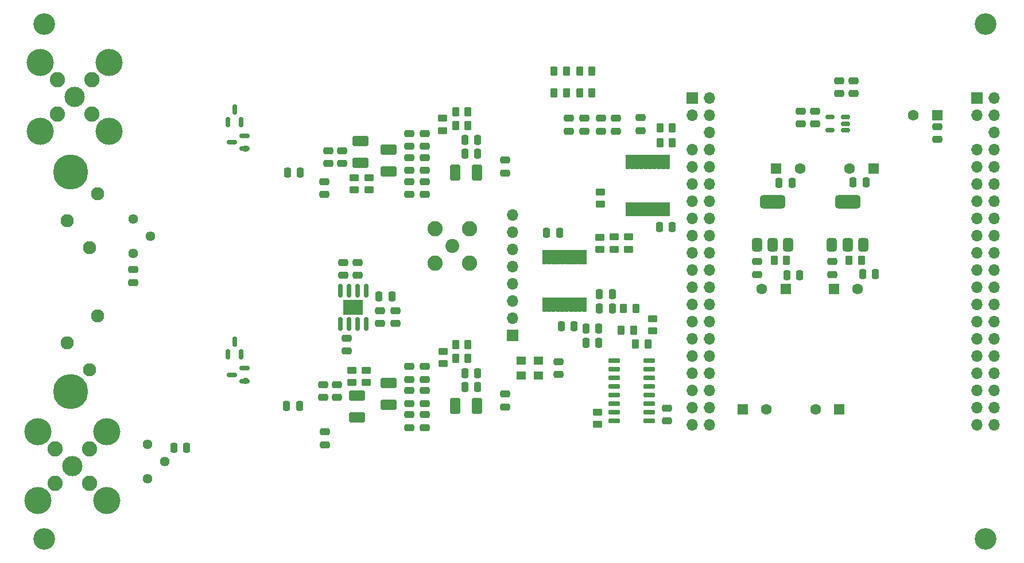
<source format=gbs>
G04 #@! TF.GenerationSoftware,KiCad,Pcbnew,8.0.1*
G04 #@! TF.CreationDate,2024-05-10T09:11:52+02:00*
G04 #@! TF.ProjectId,MISRC_v2,4d495352-435f-4763-922e-6b696361645f,0.3*
G04 #@! TF.SameCoordinates,Original*
G04 #@! TF.FileFunction,Soldermask,Bot*
G04 #@! TF.FilePolarity,Negative*
%FSLAX46Y46*%
G04 Gerber Fmt 4.6, Leading zero omitted, Abs format (unit mm)*
G04 Created by KiCad (PCBNEW 8.0.1) date 2024-05-10 09:11:52*
%MOMM*%
%LPD*%
G01*
G04 APERTURE LIST*
G04 Aperture macros list*
%AMRoundRect*
0 Rectangle with rounded corners*
0 $1 Rounding radius*
0 $2 $3 $4 $5 $6 $7 $8 $9 X,Y pos of 4 corners*
0 Add a 4 corners polygon primitive as box body*
4,1,4,$2,$3,$4,$5,$6,$7,$8,$9,$2,$3,0*
0 Add four circle primitives for the rounded corners*
1,1,$1+$1,$2,$3*
1,1,$1+$1,$4,$5*
1,1,$1+$1,$6,$7*
1,1,$1+$1,$8,$9*
0 Add four rect primitives between the rounded corners*
20,1,$1+$1,$2,$3,$4,$5,0*
20,1,$1+$1,$4,$5,$6,$7,0*
20,1,$1+$1,$6,$7,$8,$9,0*
20,1,$1+$1,$8,$9,$2,$3,0*%
G04 Aperture macros list end*
%ADD10C,0.476609*%
%ADD11C,0.150000*%
%ADD12C,0.010000*%
%ADD13R,1.600000X1.600000*%
%ADD14C,1.600000*%
%ADD15R,1.700000X1.700000*%
%ADD16O,1.700000X1.700000*%
%ADD17C,2.050000*%
%ADD18C,2.250000*%
%ADD19C,3.200000*%
%ADD20C,3.000000*%
%ADD21C,4.000000*%
%ADD22C,1.440000*%
%ADD23C,1.950000*%
%ADD24C,5.175000*%
%ADD25RoundRect,0.250000X-0.250000X-0.475000X0.250000X-0.475000X0.250000X0.475000X-0.250000X0.475000X0*%
%ADD26RoundRect,0.250001X-0.924999X0.499999X-0.924999X-0.499999X0.924999X-0.499999X0.924999X0.499999X0*%
%ADD27RoundRect,0.250000X-0.475000X0.250000X-0.475000X-0.250000X0.475000X-0.250000X0.475000X0.250000X0*%
%ADD28RoundRect,0.250000X0.475000X-0.250000X0.475000X0.250000X-0.475000X0.250000X-0.475000X-0.250000X0*%
%ADD29RoundRect,0.250000X-0.262500X-0.450000X0.262500X-0.450000X0.262500X0.450000X-0.262500X0.450000X0*%
%ADD30R,1.400000X1.200000*%
%ADD31RoundRect,0.150000X0.150000X-0.587500X0.150000X0.587500X-0.150000X0.587500X-0.150000X-0.587500X0*%
%ADD32RoundRect,0.250000X-0.450000X0.262500X-0.450000X-0.262500X0.450000X-0.262500X0.450000X0.262500X0*%
%ADD33RoundRect,0.250000X0.262500X0.450000X-0.262500X0.450000X-0.262500X-0.450000X0.262500X-0.450000X0*%
%ADD34RoundRect,0.375000X0.375000X-0.625000X0.375000X0.625000X-0.375000X0.625000X-0.375000X-0.625000X0*%
%ADD35RoundRect,0.500000X1.400000X-0.500000X1.400000X0.500000X-1.400000X0.500000X-1.400000X-0.500000X0*%
%ADD36RoundRect,0.150000X0.150000X-0.825000X0.150000X0.825000X-0.150000X0.825000X-0.150000X-0.825000X0*%
%ADD37R,3.000000X2.290000*%
%ADD38RoundRect,0.250001X0.924999X-0.499999X0.924999X0.499999X-0.924999X0.499999X-0.924999X-0.499999X0*%
%ADD39RoundRect,0.250000X0.450000X-0.262500X0.450000X0.262500X-0.450000X0.262500X-0.450000X-0.262500X0*%
%ADD40RoundRect,0.250000X0.250000X0.475000X-0.250000X0.475000X-0.250000X-0.475000X0.250000X-0.475000X0*%
%ADD41RoundRect,0.250001X-0.499999X-0.924999X0.499999X-0.924999X0.499999X0.924999X-0.499999X0.924999X0*%
%ADD42RoundRect,0.150000X0.512500X0.150000X-0.512500X0.150000X-0.512500X-0.150000X0.512500X-0.150000X0*%
%ADD43RoundRect,0.150000X0.587500X0.150000X-0.587500X0.150000X-0.587500X-0.150000X0.587500X-0.150000X0*%
%ADD44RoundRect,0.150000X-0.725000X-0.150000X0.725000X-0.150000X0.725000X0.150000X-0.725000X0.150000X0*%
G04 APERTURE END LIST*
D10*
X102092304Y-117983000D02*
G75*
G02*
X101615696Y-117983000I-238304J0D01*
G01*
X101615696Y-117983000D02*
G75*
G02*
X102092304Y-117983000I238304J0D01*
G01*
D11*
X126639609Y-80645000D02*
G75*
G02*
X125836391Y-80645000I-401609J0D01*
G01*
X125836391Y-80645000D02*
G75*
G02*
X126639609Y-80645000I401609J0D01*
G01*
X132862609Y-81534000D02*
G75*
G02*
X132059391Y-81534000I-401609J0D01*
G01*
X132059391Y-81534000D02*
G75*
G02*
X132862609Y-81534000I401609J0D01*
G01*
D10*
X94197695Y-114173000D02*
G75*
G02*
X93721087Y-114173000I-238304J0D01*
G01*
X93721087Y-114173000D02*
G75*
G02*
X94197695Y-114173000I238304J0D01*
G01*
D11*
X123444000Y-77216000D02*
G75*
G02*
X122682000Y-77216000I-381000J0D01*
G01*
X122682000Y-77216000D02*
G75*
G02*
X123444000Y-77216000I381000J0D01*
G01*
D10*
X94197695Y-79883000D02*
G75*
G02*
X93721087Y-79883000I-238304J0D01*
G01*
X93721087Y-79883000D02*
G75*
G02*
X94197695Y-79883000I238304J0D01*
G01*
D12*
X138256000Y-94861000D02*
X138260000Y-94862000D01*
X138263000Y-94862000D01*
X138267000Y-94863000D01*
X138270000Y-94865000D01*
X138273000Y-94866000D01*
X138277000Y-94868000D01*
X138280000Y-94869000D01*
X138283000Y-94871000D01*
X138286000Y-94873000D01*
X138289000Y-94876000D01*
X138292000Y-94878000D01*
X138294000Y-94881000D01*
X138297000Y-94883000D01*
X138299000Y-94886000D01*
X138302000Y-94889000D01*
X138304000Y-94892000D01*
X138306000Y-94895000D01*
X138307000Y-94898000D01*
X138309000Y-94902000D01*
X138310000Y-94905000D01*
X138312000Y-94908000D01*
X138313000Y-94912000D01*
X138313000Y-94915000D01*
X138314000Y-94919000D01*
X138315000Y-94923000D01*
X138315000Y-94926000D01*
X138315000Y-94930000D01*
X138315000Y-96790000D01*
X138315000Y-96794000D01*
X138315000Y-96797000D01*
X138314000Y-96801000D01*
X138313000Y-96805000D01*
X138313000Y-96808000D01*
X138312000Y-96812000D01*
X138310000Y-96815000D01*
X138309000Y-96818000D01*
X138307000Y-96822000D01*
X138306000Y-96825000D01*
X138304000Y-96828000D01*
X138302000Y-96831000D01*
X138299000Y-96834000D01*
X138297000Y-96837000D01*
X138294000Y-96839000D01*
X138292000Y-96842000D01*
X138289000Y-96844000D01*
X138286000Y-96847000D01*
X138283000Y-96849000D01*
X138280000Y-96851000D01*
X138277000Y-96852000D01*
X138273000Y-96854000D01*
X138270000Y-96855000D01*
X138267000Y-96857000D01*
X138263000Y-96858000D01*
X138260000Y-96858000D01*
X138256000Y-96859000D01*
X138252000Y-96860000D01*
X138249000Y-96860000D01*
X138245000Y-96860000D01*
X137805000Y-96860000D01*
X137801000Y-96860000D01*
X137798000Y-96860000D01*
X137794000Y-96859000D01*
X137790000Y-96858000D01*
X137787000Y-96858000D01*
X137783000Y-96857000D01*
X137780000Y-96855000D01*
X137777000Y-96854000D01*
X137773000Y-96852000D01*
X137770000Y-96851000D01*
X137767000Y-96849000D01*
X137764000Y-96847000D01*
X137761000Y-96844000D01*
X137758000Y-96842000D01*
X137756000Y-96839000D01*
X137753000Y-96837000D01*
X137751000Y-96834000D01*
X137748000Y-96831000D01*
X137746000Y-96828000D01*
X137744000Y-96825000D01*
X137743000Y-96822000D01*
X137741000Y-96818000D01*
X137740000Y-96815000D01*
X137738000Y-96812000D01*
X137737000Y-96808000D01*
X137737000Y-96805000D01*
X137736000Y-96801000D01*
X137735000Y-96797000D01*
X137735000Y-96794000D01*
X137735000Y-96790000D01*
X137735000Y-94930000D01*
X137735000Y-94926000D01*
X137735000Y-94923000D01*
X137736000Y-94919000D01*
X137737000Y-94915000D01*
X137737000Y-94912000D01*
X137738000Y-94908000D01*
X137740000Y-94905000D01*
X137741000Y-94902000D01*
X137743000Y-94898000D01*
X137744000Y-94895000D01*
X137746000Y-94892000D01*
X137748000Y-94889000D01*
X137751000Y-94886000D01*
X137753000Y-94883000D01*
X137756000Y-94881000D01*
X137758000Y-94878000D01*
X137761000Y-94876000D01*
X137764000Y-94873000D01*
X137767000Y-94871000D01*
X137770000Y-94869000D01*
X137773000Y-94868000D01*
X137777000Y-94866000D01*
X137780000Y-94865000D01*
X137783000Y-94863000D01*
X137787000Y-94862000D01*
X137790000Y-94862000D01*
X137794000Y-94861000D01*
X137798000Y-94860000D01*
X137801000Y-94860000D01*
X137805000Y-94860000D01*
X138245000Y-94860000D01*
X138249000Y-94860000D01*
X138252000Y-94860000D01*
X138256000Y-94861000D01*
G36*
X138256000Y-94861000D02*
G01*
X138260000Y-94862000D01*
X138263000Y-94862000D01*
X138267000Y-94863000D01*
X138270000Y-94865000D01*
X138273000Y-94866000D01*
X138277000Y-94868000D01*
X138280000Y-94869000D01*
X138283000Y-94871000D01*
X138286000Y-94873000D01*
X138289000Y-94876000D01*
X138292000Y-94878000D01*
X138294000Y-94881000D01*
X138297000Y-94883000D01*
X138299000Y-94886000D01*
X138302000Y-94889000D01*
X138304000Y-94892000D01*
X138306000Y-94895000D01*
X138307000Y-94898000D01*
X138309000Y-94902000D01*
X138310000Y-94905000D01*
X138312000Y-94908000D01*
X138313000Y-94912000D01*
X138313000Y-94915000D01*
X138314000Y-94919000D01*
X138315000Y-94923000D01*
X138315000Y-94926000D01*
X138315000Y-94930000D01*
X138315000Y-96790000D01*
X138315000Y-96794000D01*
X138315000Y-96797000D01*
X138314000Y-96801000D01*
X138313000Y-96805000D01*
X138313000Y-96808000D01*
X138312000Y-96812000D01*
X138310000Y-96815000D01*
X138309000Y-96818000D01*
X138307000Y-96822000D01*
X138306000Y-96825000D01*
X138304000Y-96828000D01*
X138302000Y-96831000D01*
X138299000Y-96834000D01*
X138297000Y-96837000D01*
X138294000Y-96839000D01*
X138292000Y-96842000D01*
X138289000Y-96844000D01*
X138286000Y-96847000D01*
X138283000Y-96849000D01*
X138280000Y-96851000D01*
X138277000Y-96852000D01*
X138273000Y-96854000D01*
X138270000Y-96855000D01*
X138267000Y-96857000D01*
X138263000Y-96858000D01*
X138260000Y-96858000D01*
X138256000Y-96859000D01*
X138252000Y-96860000D01*
X138249000Y-96860000D01*
X138245000Y-96860000D01*
X137805000Y-96860000D01*
X137801000Y-96860000D01*
X137798000Y-96860000D01*
X137794000Y-96859000D01*
X137790000Y-96858000D01*
X137787000Y-96858000D01*
X137783000Y-96857000D01*
X137780000Y-96855000D01*
X137777000Y-96854000D01*
X137773000Y-96852000D01*
X137770000Y-96851000D01*
X137767000Y-96849000D01*
X137764000Y-96847000D01*
X137761000Y-96844000D01*
X137758000Y-96842000D01*
X137756000Y-96839000D01*
X137753000Y-96837000D01*
X137751000Y-96834000D01*
X137748000Y-96831000D01*
X137746000Y-96828000D01*
X137744000Y-96825000D01*
X137743000Y-96822000D01*
X137741000Y-96818000D01*
X137740000Y-96815000D01*
X137738000Y-96812000D01*
X137737000Y-96808000D01*
X137737000Y-96805000D01*
X137736000Y-96801000D01*
X137735000Y-96797000D01*
X137735000Y-96794000D01*
X137735000Y-96790000D01*
X137735000Y-94930000D01*
X137735000Y-94926000D01*
X137735000Y-94923000D01*
X137736000Y-94919000D01*
X137737000Y-94915000D01*
X137737000Y-94912000D01*
X137738000Y-94908000D01*
X137740000Y-94905000D01*
X137741000Y-94902000D01*
X137743000Y-94898000D01*
X137744000Y-94895000D01*
X137746000Y-94892000D01*
X137748000Y-94889000D01*
X137751000Y-94886000D01*
X137753000Y-94883000D01*
X137756000Y-94881000D01*
X137758000Y-94878000D01*
X137761000Y-94876000D01*
X137764000Y-94873000D01*
X137767000Y-94871000D01*
X137770000Y-94869000D01*
X137773000Y-94868000D01*
X137777000Y-94866000D01*
X137780000Y-94865000D01*
X137783000Y-94863000D01*
X137787000Y-94862000D01*
X137790000Y-94862000D01*
X137794000Y-94861000D01*
X137798000Y-94860000D01*
X137801000Y-94860000D01*
X137805000Y-94860000D01*
X138245000Y-94860000D01*
X138249000Y-94860000D01*
X138252000Y-94860000D01*
X138256000Y-94861000D01*
G37*
X138256000Y-101871000D02*
X138260000Y-101872000D01*
X138263000Y-101872000D01*
X138267000Y-101873000D01*
X138270000Y-101875000D01*
X138273000Y-101876000D01*
X138277000Y-101878000D01*
X138280000Y-101879000D01*
X138283000Y-101881000D01*
X138286000Y-101883000D01*
X138289000Y-101886000D01*
X138292000Y-101888000D01*
X138294000Y-101891000D01*
X138297000Y-101893000D01*
X138299000Y-101896000D01*
X138302000Y-101899000D01*
X138304000Y-101902000D01*
X138306000Y-101905000D01*
X138307000Y-101908000D01*
X138309000Y-101912000D01*
X138310000Y-101915000D01*
X138312000Y-101918000D01*
X138313000Y-101922000D01*
X138313000Y-101925000D01*
X138314000Y-101929000D01*
X138315000Y-101933000D01*
X138315000Y-101936000D01*
X138315000Y-101940000D01*
X138315000Y-103800000D01*
X138315000Y-103804000D01*
X138315000Y-103807000D01*
X138314000Y-103811000D01*
X138313000Y-103815000D01*
X138313000Y-103818000D01*
X138312000Y-103822000D01*
X138310000Y-103825000D01*
X138309000Y-103828000D01*
X138307000Y-103832000D01*
X138306000Y-103835000D01*
X138304000Y-103838000D01*
X138302000Y-103841000D01*
X138299000Y-103844000D01*
X138297000Y-103847000D01*
X138294000Y-103849000D01*
X138292000Y-103852000D01*
X138289000Y-103854000D01*
X138286000Y-103857000D01*
X138283000Y-103859000D01*
X138280000Y-103861000D01*
X138277000Y-103862000D01*
X138273000Y-103864000D01*
X138270000Y-103865000D01*
X138267000Y-103867000D01*
X138263000Y-103868000D01*
X138260000Y-103868000D01*
X138256000Y-103869000D01*
X138252000Y-103870000D01*
X138249000Y-103870000D01*
X138245000Y-103870000D01*
X137805000Y-103870000D01*
X137801000Y-103870000D01*
X137798000Y-103870000D01*
X137794000Y-103869000D01*
X137790000Y-103868000D01*
X137787000Y-103868000D01*
X137783000Y-103867000D01*
X137780000Y-103865000D01*
X137777000Y-103864000D01*
X137773000Y-103862000D01*
X137770000Y-103861000D01*
X137767000Y-103859000D01*
X137764000Y-103857000D01*
X137761000Y-103854000D01*
X137758000Y-103852000D01*
X137756000Y-103849000D01*
X137753000Y-103847000D01*
X137751000Y-103844000D01*
X137748000Y-103841000D01*
X137746000Y-103838000D01*
X137744000Y-103835000D01*
X137743000Y-103832000D01*
X137741000Y-103828000D01*
X137740000Y-103825000D01*
X137738000Y-103822000D01*
X137737000Y-103818000D01*
X137737000Y-103815000D01*
X137736000Y-103811000D01*
X137735000Y-103807000D01*
X137735000Y-103804000D01*
X137735000Y-103800000D01*
X137735000Y-101940000D01*
X137735000Y-101936000D01*
X137735000Y-101933000D01*
X137736000Y-101929000D01*
X137737000Y-101925000D01*
X137737000Y-101922000D01*
X137738000Y-101918000D01*
X137740000Y-101915000D01*
X137741000Y-101912000D01*
X137743000Y-101908000D01*
X137744000Y-101905000D01*
X137746000Y-101902000D01*
X137748000Y-101899000D01*
X137751000Y-101896000D01*
X137753000Y-101893000D01*
X137756000Y-101891000D01*
X137758000Y-101888000D01*
X137761000Y-101886000D01*
X137764000Y-101883000D01*
X137767000Y-101881000D01*
X137770000Y-101879000D01*
X137773000Y-101878000D01*
X137777000Y-101876000D01*
X137780000Y-101875000D01*
X137783000Y-101873000D01*
X137787000Y-101872000D01*
X137790000Y-101872000D01*
X137794000Y-101871000D01*
X137798000Y-101870000D01*
X137801000Y-101870000D01*
X137805000Y-101870000D01*
X138245000Y-101870000D01*
X138249000Y-101870000D01*
X138252000Y-101870000D01*
X138256000Y-101871000D01*
G36*
X138256000Y-101871000D02*
G01*
X138260000Y-101872000D01*
X138263000Y-101872000D01*
X138267000Y-101873000D01*
X138270000Y-101875000D01*
X138273000Y-101876000D01*
X138277000Y-101878000D01*
X138280000Y-101879000D01*
X138283000Y-101881000D01*
X138286000Y-101883000D01*
X138289000Y-101886000D01*
X138292000Y-101888000D01*
X138294000Y-101891000D01*
X138297000Y-101893000D01*
X138299000Y-101896000D01*
X138302000Y-101899000D01*
X138304000Y-101902000D01*
X138306000Y-101905000D01*
X138307000Y-101908000D01*
X138309000Y-101912000D01*
X138310000Y-101915000D01*
X138312000Y-101918000D01*
X138313000Y-101922000D01*
X138313000Y-101925000D01*
X138314000Y-101929000D01*
X138315000Y-101933000D01*
X138315000Y-101936000D01*
X138315000Y-101940000D01*
X138315000Y-103800000D01*
X138315000Y-103804000D01*
X138315000Y-103807000D01*
X138314000Y-103811000D01*
X138313000Y-103815000D01*
X138313000Y-103818000D01*
X138312000Y-103822000D01*
X138310000Y-103825000D01*
X138309000Y-103828000D01*
X138307000Y-103832000D01*
X138306000Y-103835000D01*
X138304000Y-103838000D01*
X138302000Y-103841000D01*
X138299000Y-103844000D01*
X138297000Y-103847000D01*
X138294000Y-103849000D01*
X138292000Y-103852000D01*
X138289000Y-103854000D01*
X138286000Y-103857000D01*
X138283000Y-103859000D01*
X138280000Y-103861000D01*
X138277000Y-103862000D01*
X138273000Y-103864000D01*
X138270000Y-103865000D01*
X138267000Y-103867000D01*
X138263000Y-103868000D01*
X138260000Y-103868000D01*
X138256000Y-103869000D01*
X138252000Y-103870000D01*
X138249000Y-103870000D01*
X138245000Y-103870000D01*
X137805000Y-103870000D01*
X137801000Y-103870000D01*
X137798000Y-103870000D01*
X137794000Y-103869000D01*
X137790000Y-103868000D01*
X137787000Y-103868000D01*
X137783000Y-103867000D01*
X137780000Y-103865000D01*
X137777000Y-103864000D01*
X137773000Y-103862000D01*
X137770000Y-103861000D01*
X137767000Y-103859000D01*
X137764000Y-103857000D01*
X137761000Y-103854000D01*
X137758000Y-103852000D01*
X137756000Y-103849000D01*
X137753000Y-103847000D01*
X137751000Y-103844000D01*
X137748000Y-103841000D01*
X137746000Y-103838000D01*
X137744000Y-103835000D01*
X137743000Y-103832000D01*
X137741000Y-103828000D01*
X137740000Y-103825000D01*
X137738000Y-103822000D01*
X137737000Y-103818000D01*
X137737000Y-103815000D01*
X137736000Y-103811000D01*
X137735000Y-103807000D01*
X137735000Y-103804000D01*
X137735000Y-103800000D01*
X137735000Y-101940000D01*
X137735000Y-101936000D01*
X137735000Y-101933000D01*
X137736000Y-101929000D01*
X137737000Y-101925000D01*
X137737000Y-101922000D01*
X137738000Y-101918000D01*
X137740000Y-101915000D01*
X137741000Y-101912000D01*
X137743000Y-101908000D01*
X137744000Y-101905000D01*
X137746000Y-101902000D01*
X137748000Y-101899000D01*
X137751000Y-101896000D01*
X137753000Y-101893000D01*
X137756000Y-101891000D01*
X137758000Y-101888000D01*
X137761000Y-101886000D01*
X137764000Y-101883000D01*
X137767000Y-101881000D01*
X137770000Y-101879000D01*
X137773000Y-101878000D01*
X137777000Y-101876000D01*
X137780000Y-101875000D01*
X137783000Y-101873000D01*
X137787000Y-101872000D01*
X137790000Y-101872000D01*
X137794000Y-101871000D01*
X137798000Y-101870000D01*
X137801000Y-101870000D01*
X137805000Y-101870000D01*
X138245000Y-101870000D01*
X138249000Y-101870000D01*
X138252000Y-101870000D01*
X138256000Y-101871000D01*
G37*
X138906000Y-94861000D02*
X138910000Y-94862000D01*
X138913000Y-94862000D01*
X138917000Y-94863000D01*
X138920000Y-94865000D01*
X138923000Y-94866000D01*
X138927000Y-94868000D01*
X138930000Y-94869000D01*
X138933000Y-94871000D01*
X138936000Y-94873000D01*
X138939000Y-94876000D01*
X138942000Y-94878000D01*
X138944000Y-94881000D01*
X138947000Y-94883000D01*
X138949000Y-94886000D01*
X138952000Y-94889000D01*
X138954000Y-94892000D01*
X138956000Y-94895000D01*
X138957000Y-94898000D01*
X138959000Y-94902000D01*
X138960000Y-94905000D01*
X138962000Y-94908000D01*
X138963000Y-94912000D01*
X138963000Y-94915000D01*
X138964000Y-94919000D01*
X138965000Y-94923000D01*
X138965000Y-94926000D01*
X138965000Y-94930000D01*
X138965000Y-96790000D01*
X138965000Y-96794000D01*
X138965000Y-96797000D01*
X138964000Y-96801000D01*
X138963000Y-96805000D01*
X138963000Y-96808000D01*
X138962000Y-96812000D01*
X138960000Y-96815000D01*
X138959000Y-96818000D01*
X138957000Y-96822000D01*
X138956000Y-96825000D01*
X138954000Y-96828000D01*
X138952000Y-96831000D01*
X138949000Y-96834000D01*
X138947000Y-96837000D01*
X138944000Y-96839000D01*
X138942000Y-96842000D01*
X138939000Y-96844000D01*
X138936000Y-96847000D01*
X138933000Y-96849000D01*
X138930000Y-96851000D01*
X138927000Y-96852000D01*
X138923000Y-96854000D01*
X138920000Y-96855000D01*
X138917000Y-96857000D01*
X138913000Y-96858000D01*
X138910000Y-96858000D01*
X138906000Y-96859000D01*
X138902000Y-96860000D01*
X138899000Y-96860000D01*
X138895000Y-96860000D01*
X138455000Y-96860000D01*
X138451000Y-96860000D01*
X138448000Y-96860000D01*
X138444000Y-96859000D01*
X138440000Y-96858000D01*
X138437000Y-96858000D01*
X138433000Y-96857000D01*
X138430000Y-96855000D01*
X138427000Y-96854000D01*
X138423000Y-96852000D01*
X138420000Y-96851000D01*
X138417000Y-96849000D01*
X138414000Y-96847000D01*
X138411000Y-96844000D01*
X138408000Y-96842000D01*
X138406000Y-96839000D01*
X138403000Y-96837000D01*
X138401000Y-96834000D01*
X138398000Y-96831000D01*
X138396000Y-96828000D01*
X138394000Y-96825000D01*
X138393000Y-96822000D01*
X138391000Y-96818000D01*
X138390000Y-96815000D01*
X138388000Y-96812000D01*
X138387000Y-96808000D01*
X138387000Y-96805000D01*
X138386000Y-96801000D01*
X138385000Y-96797000D01*
X138385000Y-96794000D01*
X138385000Y-96790000D01*
X138385000Y-94930000D01*
X138385000Y-94926000D01*
X138385000Y-94923000D01*
X138386000Y-94919000D01*
X138387000Y-94915000D01*
X138387000Y-94912000D01*
X138388000Y-94908000D01*
X138390000Y-94905000D01*
X138391000Y-94902000D01*
X138393000Y-94898000D01*
X138394000Y-94895000D01*
X138396000Y-94892000D01*
X138398000Y-94889000D01*
X138401000Y-94886000D01*
X138403000Y-94883000D01*
X138406000Y-94881000D01*
X138408000Y-94878000D01*
X138411000Y-94876000D01*
X138414000Y-94873000D01*
X138417000Y-94871000D01*
X138420000Y-94869000D01*
X138423000Y-94868000D01*
X138427000Y-94866000D01*
X138430000Y-94865000D01*
X138433000Y-94863000D01*
X138437000Y-94862000D01*
X138440000Y-94862000D01*
X138444000Y-94861000D01*
X138448000Y-94860000D01*
X138451000Y-94860000D01*
X138455000Y-94860000D01*
X138895000Y-94860000D01*
X138899000Y-94860000D01*
X138902000Y-94860000D01*
X138906000Y-94861000D01*
G36*
X138906000Y-94861000D02*
G01*
X138910000Y-94862000D01*
X138913000Y-94862000D01*
X138917000Y-94863000D01*
X138920000Y-94865000D01*
X138923000Y-94866000D01*
X138927000Y-94868000D01*
X138930000Y-94869000D01*
X138933000Y-94871000D01*
X138936000Y-94873000D01*
X138939000Y-94876000D01*
X138942000Y-94878000D01*
X138944000Y-94881000D01*
X138947000Y-94883000D01*
X138949000Y-94886000D01*
X138952000Y-94889000D01*
X138954000Y-94892000D01*
X138956000Y-94895000D01*
X138957000Y-94898000D01*
X138959000Y-94902000D01*
X138960000Y-94905000D01*
X138962000Y-94908000D01*
X138963000Y-94912000D01*
X138963000Y-94915000D01*
X138964000Y-94919000D01*
X138965000Y-94923000D01*
X138965000Y-94926000D01*
X138965000Y-94930000D01*
X138965000Y-96790000D01*
X138965000Y-96794000D01*
X138965000Y-96797000D01*
X138964000Y-96801000D01*
X138963000Y-96805000D01*
X138963000Y-96808000D01*
X138962000Y-96812000D01*
X138960000Y-96815000D01*
X138959000Y-96818000D01*
X138957000Y-96822000D01*
X138956000Y-96825000D01*
X138954000Y-96828000D01*
X138952000Y-96831000D01*
X138949000Y-96834000D01*
X138947000Y-96837000D01*
X138944000Y-96839000D01*
X138942000Y-96842000D01*
X138939000Y-96844000D01*
X138936000Y-96847000D01*
X138933000Y-96849000D01*
X138930000Y-96851000D01*
X138927000Y-96852000D01*
X138923000Y-96854000D01*
X138920000Y-96855000D01*
X138917000Y-96857000D01*
X138913000Y-96858000D01*
X138910000Y-96858000D01*
X138906000Y-96859000D01*
X138902000Y-96860000D01*
X138899000Y-96860000D01*
X138895000Y-96860000D01*
X138455000Y-96860000D01*
X138451000Y-96860000D01*
X138448000Y-96860000D01*
X138444000Y-96859000D01*
X138440000Y-96858000D01*
X138437000Y-96858000D01*
X138433000Y-96857000D01*
X138430000Y-96855000D01*
X138427000Y-96854000D01*
X138423000Y-96852000D01*
X138420000Y-96851000D01*
X138417000Y-96849000D01*
X138414000Y-96847000D01*
X138411000Y-96844000D01*
X138408000Y-96842000D01*
X138406000Y-96839000D01*
X138403000Y-96837000D01*
X138401000Y-96834000D01*
X138398000Y-96831000D01*
X138396000Y-96828000D01*
X138394000Y-96825000D01*
X138393000Y-96822000D01*
X138391000Y-96818000D01*
X138390000Y-96815000D01*
X138388000Y-96812000D01*
X138387000Y-96808000D01*
X138387000Y-96805000D01*
X138386000Y-96801000D01*
X138385000Y-96797000D01*
X138385000Y-96794000D01*
X138385000Y-96790000D01*
X138385000Y-94930000D01*
X138385000Y-94926000D01*
X138385000Y-94923000D01*
X138386000Y-94919000D01*
X138387000Y-94915000D01*
X138387000Y-94912000D01*
X138388000Y-94908000D01*
X138390000Y-94905000D01*
X138391000Y-94902000D01*
X138393000Y-94898000D01*
X138394000Y-94895000D01*
X138396000Y-94892000D01*
X138398000Y-94889000D01*
X138401000Y-94886000D01*
X138403000Y-94883000D01*
X138406000Y-94881000D01*
X138408000Y-94878000D01*
X138411000Y-94876000D01*
X138414000Y-94873000D01*
X138417000Y-94871000D01*
X138420000Y-94869000D01*
X138423000Y-94868000D01*
X138427000Y-94866000D01*
X138430000Y-94865000D01*
X138433000Y-94863000D01*
X138437000Y-94862000D01*
X138440000Y-94862000D01*
X138444000Y-94861000D01*
X138448000Y-94860000D01*
X138451000Y-94860000D01*
X138455000Y-94860000D01*
X138895000Y-94860000D01*
X138899000Y-94860000D01*
X138902000Y-94860000D01*
X138906000Y-94861000D01*
G37*
X138906000Y-101871000D02*
X138910000Y-101872000D01*
X138913000Y-101872000D01*
X138917000Y-101873000D01*
X138920000Y-101875000D01*
X138923000Y-101876000D01*
X138927000Y-101878000D01*
X138930000Y-101879000D01*
X138933000Y-101881000D01*
X138936000Y-101883000D01*
X138939000Y-101886000D01*
X138942000Y-101888000D01*
X138944000Y-101891000D01*
X138947000Y-101893000D01*
X138949000Y-101896000D01*
X138952000Y-101899000D01*
X138954000Y-101902000D01*
X138956000Y-101905000D01*
X138957000Y-101908000D01*
X138959000Y-101912000D01*
X138960000Y-101915000D01*
X138962000Y-101918000D01*
X138963000Y-101922000D01*
X138963000Y-101925000D01*
X138964000Y-101929000D01*
X138965000Y-101933000D01*
X138965000Y-101936000D01*
X138965000Y-101940000D01*
X138965000Y-103800000D01*
X138965000Y-103804000D01*
X138965000Y-103807000D01*
X138964000Y-103811000D01*
X138963000Y-103815000D01*
X138963000Y-103818000D01*
X138962000Y-103822000D01*
X138960000Y-103825000D01*
X138959000Y-103828000D01*
X138957000Y-103832000D01*
X138956000Y-103835000D01*
X138954000Y-103838000D01*
X138952000Y-103841000D01*
X138949000Y-103844000D01*
X138947000Y-103847000D01*
X138944000Y-103849000D01*
X138942000Y-103852000D01*
X138939000Y-103854000D01*
X138936000Y-103857000D01*
X138933000Y-103859000D01*
X138930000Y-103861000D01*
X138927000Y-103862000D01*
X138923000Y-103864000D01*
X138920000Y-103865000D01*
X138917000Y-103867000D01*
X138913000Y-103868000D01*
X138910000Y-103868000D01*
X138906000Y-103869000D01*
X138902000Y-103870000D01*
X138899000Y-103870000D01*
X138895000Y-103870000D01*
X138455000Y-103870000D01*
X138451000Y-103870000D01*
X138448000Y-103870000D01*
X138444000Y-103869000D01*
X138440000Y-103868000D01*
X138437000Y-103868000D01*
X138433000Y-103867000D01*
X138430000Y-103865000D01*
X138427000Y-103864000D01*
X138423000Y-103862000D01*
X138420000Y-103861000D01*
X138417000Y-103859000D01*
X138414000Y-103857000D01*
X138411000Y-103854000D01*
X138408000Y-103852000D01*
X138406000Y-103849000D01*
X138403000Y-103847000D01*
X138401000Y-103844000D01*
X138398000Y-103841000D01*
X138396000Y-103838000D01*
X138394000Y-103835000D01*
X138393000Y-103832000D01*
X138391000Y-103828000D01*
X138390000Y-103825000D01*
X138388000Y-103822000D01*
X138387000Y-103818000D01*
X138387000Y-103815000D01*
X138386000Y-103811000D01*
X138385000Y-103807000D01*
X138385000Y-103804000D01*
X138385000Y-103800000D01*
X138385000Y-101940000D01*
X138385000Y-101936000D01*
X138385000Y-101933000D01*
X138386000Y-101929000D01*
X138387000Y-101925000D01*
X138387000Y-101922000D01*
X138388000Y-101918000D01*
X138390000Y-101915000D01*
X138391000Y-101912000D01*
X138393000Y-101908000D01*
X138394000Y-101905000D01*
X138396000Y-101902000D01*
X138398000Y-101899000D01*
X138401000Y-101896000D01*
X138403000Y-101893000D01*
X138406000Y-101891000D01*
X138408000Y-101888000D01*
X138411000Y-101886000D01*
X138414000Y-101883000D01*
X138417000Y-101881000D01*
X138420000Y-101879000D01*
X138423000Y-101878000D01*
X138427000Y-101876000D01*
X138430000Y-101875000D01*
X138433000Y-101873000D01*
X138437000Y-101872000D01*
X138440000Y-101872000D01*
X138444000Y-101871000D01*
X138448000Y-101870000D01*
X138451000Y-101870000D01*
X138455000Y-101870000D01*
X138895000Y-101870000D01*
X138899000Y-101870000D01*
X138902000Y-101870000D01*
X138906000Y-101871000D01*
G36*
X138906000Y-101871000D02*
G01*
X138910000Y-101872000D01*
X138913000Y-101872000D01*
X138917000Y-101873000D01*
X138920000Y-101875000D01*
X138923000Y-101876000D01*
X138927000Y-101878000D01*
X138930000Y-101879000D01*
X138933000Y-101881000D01*
X138936000Y-101883000D01*
X138939000Y-101886000D01*
X138942000Y-101888000D01*
X138944000Y-101891000D01*
X138947000Y-101893000D01*
X138949000Y-101896000D01*
X138952000Y-101899000D01*
X138954000Y-101902000D01*
X138956000Y-101905000D01*
X138957000Y-101908000D01*
X138959000Y-101912000D01*
X138960000Y-101915000D01*
X138962000Y-101918000D01*
X138963000Y-101922000D01*
X138963000Y-101925000D01*
X138964000Y-101929000D01*
X138965000Y-101933000D01*
X138965000Y-101936000D01*
X138965000Y-101940000D01*
X138965000Y-103800000D01*
X138965000Y-103804000D01*
X138965000Y-103807000D01*
X138964000Y-103811000D01*
X138963000Y-103815000D01*
X138963000Y-103818000D01*
X138962000Y-103822000D01*
X138960000Y-103825000D01*
X138959000Y-103828000D01*
X138957000Y-103832000D01*
X138956000Y-103835000D01*
X138954000Y-103838000D01*
X138952000Y-103841000D01*
X138949000Y-103844000D01*
X138947000Y-103847000D01*
X138944000Y-103849000D01*
X138942000Y-103852000D01*
X138939000Y-103854000D01*
X138936000Y-103857000D01*
X138933000Y-103859000D01*
X138930000Y-103861000D01*
X138927000Y-103862000D01*
X138923000Y-103864000D01*
X138920000Y-103865000D01*
X138917000Y-103867000D01*
X138913000Y-103868000D01*
X138910000Y-103868000D01*
X138906000Y-103869000D01*
X138902000Y-103870000D01*
X138899000Y-103870000D01*
X138895000Y-103870000D01*
X138455000Y-103870000D01*
X138451000Y-103870000D01*
X138448000Y-103870000D01*
X138444000Y-103869000D01*
X138440000Y-103868000D01*
X138437000Y-103868000D01*
X138433000Y-103867000D01*
X138430000Y-103865000D01*
X138427000Y-103864000D01*
X138423000Y-103862000D01*
X138420000Y-103861000D01*
X138417000Y-103859000D01*
X138414000Y-103857000D01*
X138411000Y-103854000D01*
X138408000Y-103852000D01*
X138406000Y-103849000D01*
X138403000Y-103847000D01*
X138401000Y-103844000D01*
X138398000Y-103841000D01*
X138396000Y-103838000D01*
X138394000Y-103835000D01*
X138393000Y-103832000D01*
X138391000Y-103828000D01*
X138390000Y-103825000D01*
X138388000Y-103822000D01*
X138387000Y-103818000D01*
X138387000Y-103815000D01*
X138386000Y-103811000D01*
X138385000Y-103807000D01*
X138385000Y-103804000D01*
X138385000Y-103800000D01*
X138385000Y-101940000D01*
X138385000Y-101936000D01*
X138385000Y-101933000D01*
X138386000Y-101929000D01*
X138387000Y-101925000D01*
X138387000Y-101922000D01*
X138388000Y-101918000D01*
X138390000Y-101915000D01*
X138391000Y-101912000D01*
X138393000Y-101908000D01*
X138394000Y-101905000D01*
X138396000Y-101902000D01*
X138398000Y-101899000D01*
X138401000Y-101896000D01*
X138403000Y-101893000D01*
X138406000Y-101891000D01*
X138408000Y-101888000D01*
X138411000Y-101886000D01*
X138414000Y-101883000D01*
X138417000Y-101881000D01*
X138420000Y-101879000D01*
X138423000Y-101878000D01*
X138427000Y-101876000D01*
X138430000Y-101875000D01*
X138433000Y-101873000D01*
X138437000Y-101872000D01*
X138440000Y-101872000D01*
X138444000Y-101871000D01*
X138448000Y-101870000D01*
X138451000Y-101870000D01*
X138455000Y-101870000D01*
X138895000Y-101870000D01*
X138899000Y-101870000D01*
X138902000Y-101870000D01*
X138906000Y-101871000D01*
G37*
X139556000Y-94861000D02*
X139560000Y-94862000D01*
X139563000Y-94862000D01*
X139567000Y-94863000D01*
X139570000Y-94865000D01*
X139573000Y-94866000D01*
X139577000Y-94868000D01*
X139580000Y-94869000D01*
X139583000Y-94871000D01*
X139586000Y-94873000D01*
X139589000Y-94876000D01*
X139592000Y-94878000D01*
X139594000Y-94881000D01*
X139597000Y-94883000D01*
X139599000Y-94886000D01*
X139602000Y-94889000D01*
X139604000Y-94892000D01*
X139606000Y-94895000D01*
X139607000Y-94898000D01*
X139609000Y-94902000D01*
X139610000Y-94905000D01*
X139612000Y-94908000D01*
X139613000Y-94912000D01*
X139613000Y-94915000D01*
X139614000Y-94919000D01*
X139615000Y-94923000D01*
X139615000Y-94926000D01*
X139615000Y-94930000D01*
X139615000Y-96790000D01*
X139615000Y-96794000D01*
X139615000Y-96797000D01*
X139614000Y-96801000D01*
X139613000Y-96805000D01*
X139613000Y-96808000D01*
X139612000Y-96812000D01*
X139610000Y-96815000D01*
X139609000Y-96818000D01*
X139607000Y-96822000D01*
X139606000Y-96825000D01*
X139604000Y-96828000D01*
X139602000Y-96831000D01*
X139599000Y-96834000D01*
X139597000Y-96837000D01*
X139594000Y-96839000D01*
X139592000Y-96842000D01*
X139589000Y-96844000D01*
X139586000Y-96847000D01*
X139583000Y-96849000D01*
X139580000Y-96851000D01*
X139577000Y-96852000D01*
X139573000Y-96854000D01*
X139570000Y-96855000D01*
X139567000Y-96857000D01*
X139563000Y-96858000D01*
X139560000Y-96858000D01*
X139556000Y-96859000D01*
X139552000Y-96860000D01*
X139549000Y-96860000D01*
X139545000Y-96860000D01*
X139105000Y-96860000D01*
X139101000Y-96860000D01*
X139098000Y-96860000D01*
X139094000Y-96859000D01*
X139090000Y-96858000D01*
X139087000Y-96858000D01*
X139083000Y-96857000D01*
X139080000Y-96855000D01*
X139077000Y-96854000D01*
X139073000Y-96852000D01*
X139070000Y-96851000D01*
X139067000Y-96849000D01*
X139064000Y-96847000D01*
X139061000Y-96844000D01*
X139058000Y-96842000D01*
X139056000Y-96839000D01*
X139053000Y-96837000D01*
X139051000Y-96834000D01*
X139048000Y-96831000D01*
X139046000Y-96828000D01*
X139044000Y-96825000D01*
X139043000Y-96822000D01*
X139041000Y-96818000D01*
X139040000Y-96815000D01*
X139038000Y-96812000D01*
X139037000Y-96808000D01*
X139037000Y-96805000D01*
X139036000Y-96801000D01*
X139035000Y-96797000D01*
X139035000Y-96794000D01*
X139035000Y-96790000D01*
X139035000Y-94930000D01*
X139035000Y-94926000D01*
X139035000Y-94923000D01*
X139036000Y-94919000D01*
X139037000Y-94915000D01*
X139037000Y-94912000D01*
X139038000Y-94908000D01*
X139040000Y-94905000D01*
X139041000Y-94902000D01*
X139043000Y-94898000D01*
X139044000Y-94895000D01*
X139046000Y-94892000D01*
X139048000Y-94889000D01*
X139051000Y-94886000D01*
X139053000Y-94883000D01*
X139056000Y-94881000D01*
X139058000Y-94878000D01*
X139061000Y-94876000D01*
X139064000Y-94873000D01*
X139067000Y-94871000D01*
X139070000Y-94869000D01*
X139073000Y-94868000D01*
X139077000Y-94866000D01*
X139080000Y-94865000D01*
X139083000Y-94863000D01*
X139087000Y-94862000D01*
X139090000Y-94862000D01*
X139094000Y-94861000D01*
X139098000Y-94860000D01*
X139101000Y-94860000D01*
X139105000Y-94860000D01*
X139545000Y-94860000D01*
X139549000Y-94860000D01*
X139552000Y-94860000D01*
X139556000Y-94861000D01*
G36*
X139556000Y-94861000D02*
G01*
X139560000Y-94862000D01*
X139563000Y-94862000D01*
X139567000Y-94863000D01*
X139570000Y-94865000D01*
X139573000Y-94866000D01*
X139577000Y-94868000D01*
X139580000Y-94869000D01*
X139583000Y-94871000D01*
X139586000Y-94873000D01*
X139589000Y-94876000D01*
X139592000Y-94878000D01*
X139594000Y-94881000D01*
X139597000Y-94883000D01*
X139599000Y-94886000D01*
X139602000Y-94889000D01*
X139604000Y-94892000D01*
X139606000Y-94895000D01*
X139607000Y-94898000D01*
X139609000Y-94902000D01*
X139610000Y-94905000D01*
X139612000Y-94908000D01*
X139613000Y-94912000D01*
X139613000Y-94915000D01*
X139614000Y-94919000D01*
X139615000Y-94923000D01*
X139615000Y-94926000D01*
X139615000Y-94930000D01*
X139615000Y-96790000D01*
X139615000Y-96794000D01*
X139615000Y-96797000D01*
X139614000Y-96801000D01*
X139613000Y-96805000D01*
X139613000Y-96808000D01*
X139612000Y-96812000D01*
X139610000Y-96815000D01*
X139609000Y-96818000D01*
X139607000Y-96822000D01*
X139606000Y-96825000D01*
X139604000Y-96828000D01*
X139602000Y-96831000D01*
X139599000Y-96834000D01*
X139597000Y-96837000D01*
X139594000Y-96839000D01*
X139592000Y-96842000D01*
X139589000Y-96844000D01*
X139586000Y-96847000D01*
X139583000Y-96849000D01*
X139580000Y-96851000D01*
X139577000Y-96852000D01*
X139573000Y-96854000D01*
X139570000Y-96855000D01*
X139567000Y-96857000D01*
X139563000Y-96858000D01*
X139560000Y-96858000D01*
X139556000Y-96859000D01*
X139552000Y-96860000D01*
X139549000Y-96860000D01*
X139545000Y-96860000D01*
X139105000Y-96860000D01*
X139101000Y-96860000D01*
X139098000Y-96860000D01*
X139094000Y-96859000D01*
X139090000Y-96858000D01*
X139087000Y-96858000D01*
X139083000Y-96857000D01*
X139080000Y-96855000D01*
X139077000Y-96854000D01*
X139073000Y-96852000D01*
X139070000Y-96851000D01*
X139067000Y-96849000D01*
X139064000Y-96847000D01*
X139061000Y-96844000D01*
X139058000Y-96842000D01*
X139056000Y-96839000D01*
X139053000Y-96837000D01*
X139051000Y-96834000D01*
X139048000Y-96831000D01*
X139046000Y-96828000D01*
X139044000Y-96825000D01*
X139043000Y-96822000D01*
X139041000Y-96818000D01*
X139040000Y-96815000D01*
X139038000Y-96812000D01*
X139037000Y-96808000D01*
X139037000Y-96805000D01*
X139036000Y-96801000D01*
X139035000Y-96797000D01*
X139035000Y-96794000D01*
X139035000Y-96790000D01*
X139035000Y-94930000D01*
X139035000Y-94926000D01*
X139035000Y-94923000D01*
X139036000Y-94919000D01*
X139037000Y-94915000D01*
X139037000Y-94912000D01*
X139038000Y-94908000D01*
X139040000Y-94905000D01*
X139041000Y-94902000D01*
X139043000Y-94898000D01*
X139044000Y-94895000D01*
X139046000Y-94892000D01*
X139048000Y-94889000D01*
X139051000Y-94886000D01*
X139053000Y-94883000D01*
X139056000Y-94881000D01*
X139058000Y-94878000D01*
X139061000Y-94876000D01*
X139064000Y-94873000D01*
X139067000Y-94871000D01*
X139070000Y-94869000D01*
X139073000Y-94868000D01*
X139077000Y-94866000D01*
X139080000Y-94865000D01*
X139083000Y-94863000D01*
X139087000Y-94862000D01*
X139090000Y-94862000D01*
X139094000Y-94861000D01*
X139098000Y-94860000D01*
X139101000Y-94860000D01*
X139105000Y-94860000D01*
X139545000Y-94860000D01*
X139549000Y-94860000D01*
X139552000Y-94860000D01*
X139556000Y-94861000D01*
G37*
X139556000Y-101871000D02*
X139560000Y-101872000D01*
X139563000Y-101872000D01*
X139567000Y-101873000D01*
X139570000Y-101875000D01*
X139573000Y-101876000D01*
X139577000Y-101878000D01*
X139580000Y-101879000D01*
X139583000Y-101881000D01*
X139586000Y-101883000D01*
X139589000Y-101886000D01*
X139592000Y-101888000D01*
X139594000Y-101891000D01*
X139597000Y-101893000D01*
X139599000Y-101896000D01*
X139602000Y-101899000D01*
X139604000Y-101902000D01*
X139606000Y-101905000D01*
X139607000Y-101908000D01*
X139609000Y-101912000D01*
X139610000Y-101915000D01*
X139612000Y-101918000D01*
X139613000Y-101922000D01*
X139613000Y-101925000D01*
X139614000Y-101929000D01*
X139615000Y-101933000D01*
X139615000Y-101936000D01*
X139615000Y-101940000D01*
X139615000Y-103800000D01*
X139615000Y-103804000D01*
X139615000Y-103807000D01*
X139614000Y-103811000D01*
X139613000Y-103815000D01*
X139613000Y-103818000D01*
X139612000Y-103822000D01*
X139610000Y-103825000D01*
X139609000Y-103828000D01*
X139607000Y-103832000D01*
X139606000Y-103835000D01*
X139604000Y-103838000D01*
X139602000Y-103841000D01*
X139599000Y-103844000D01*
X139597000Y-103847000D01*
X139594000Y-103849000D01*
X139592000Y-103852000D01*
X139589000Y-103854000D01*
X139586000Y-103857000D01*
X139583000Y-103859000D01*
X139580000Y-103861000D01*
X139577000Y-103862000D01*
X139573000Y-103864000D01*
X139570000Y-103865000D01*
X139567000Y-103867000D01*
X139563000Y-103868000D01*
X139560000Y-103868000D01*
X139556000Y-103869000D01*
X139552000Y-103870000D01*
X139549000Y-103870000D01*
X139545000Y-103870000D01*
X139105000Y-103870000D01*
X139101000Y-103870000D01*
X139098000Y-103870000D01*
X139094000Y-103869000D01*
X139090000Y-103868000D01*
X139087000Y-103868000D01*
X139083000Y-103867000D01*
X139080000Y-103865000D01*
X139077000Y-103864000D01*
X139073000Y-103862000D01*
X139070000Y-103861000D01*
X139067000Y-103859000D01*
X139064000Y-103857000D01*
X139061000Y-103854000D01*
X139058000Y-103852000D01*
X139056000Y-103849000D01*
X139053000Y-103847000D01*
X139051000Y-103844000D01*
X139048000Y-103841000D01*
X139046000Y-103838000D01*
X139044000Y-103835000D01*
X139043000Y-103832000D01*
X139041000Y-103828000D01*
X139040000Y-103825000D01*
X139038000Y-103822000D01*
X139037000Y-103818000D01*
X139037000Y-103815000D01*
X139036000Y-103811000D01*
X139035000Y-103807000D01*
X139035000Y-103804000D01*
X139035000Y-103800000D01*
X139035000Y-101940000D01*
X139035000Y-101936000D01*
X139035000Y-101933000D01*
X139036000Y-101929000D01*
X139037000Y-101925000D01*
X139037000Y-101922000D01*
X139038000Y-101918000D01*
X139040000Y-101915000D01*
X139041000Y-101912000D01*
X139043000Y-101908000D01*
X139044000Y-101905000D01*
X139046000Y-101902000D01*
X139048000Y-101899000D01*
X139051000Y-101896000D01*
X139053000Y-101893000D01*
X139056000Y-101891000D01*
X139058000Y-101888000D01*
X139061000Y-101886000D01*
X139064000Y-101883000D01*
X139067000Y-101881000D01*
X139070000Y-101879000D01*
X139073000Y-101878000D01*
X139077000Y-101876000D01*
X139080000Y-101875000D01*
X139083000Y-101873000D01*
X139087000Y-101872000D01*
X139090000Y-101872000D01*
X139094000Y-101871000D01*
X139098000Y-101870000D01*
X139101000Y-101870000D01*
X139105000Y-101870000D01*
X139545000Y-101870000D01*
X139549000Y-101870000D01*
X139552000Y-101870000D01*
X139556000Y-101871000D01*
G36*
X139556000Y-101871000D02*
G01*
X139560000Y-101872000D01*
X139563000Y-101872000D01*
X139567000Y-101873000D01*
X139570000Y-101875000D01*
X139573000Y-101876000D01*
X139577000Y-101878000D01*
X139580000Y-101879000D01*
X139583000Y-101881000D01*
X139586000Y-101883000D01*
X139589000Y-101886000D01*
X139592000Y-101888000D01*
X139594000Y-101891000D01*
X139597000Y-101893000D01*
X139599000Y-101896000D01*
X139602000Y-101899000D01*
X139604000Y-101902000D01*
X139606000Y-101905000D01*
X139607000Y-101908000D01*
X139609000Y-101912000D01*
X139610000Y-101915000D01*
X139612000Y-101918000D01*
X139613000Y-101922000D01*
X139613000Y-101925000D01*
X139614000Y-101929000D01*
X139615000Y-101933000D01*
X139615000Y-101936000D01*
X139615000Y-101940000D01*
X139615000Y-103800000D01*
X139615000Y-103804000D01*
X139615000Y-103807000D01*
X139614000Y-103811000D01*
X139613000Y-103815000D01*
X139613000Y-103818000D01*
X139612000Y-103822000D01*
X139610000Y-103825000D01*
X139609000Y-103828000D01*
X139607000Y-103832000D01*
X139606000Y-103835000D01*
X139604000Y-103838000D01*
X139602000Y-103841000D01*
X139599000Y-103844000D01*
X139597000Y-103847000D01*
X139594000Y-103849000D01*
X139592000Y-103852000D01*
X139589000Y-103854000D01*
X139586000Y-103857000D01*
X139583000Y-103859000D01*
X139580000Y-103861000D01*
X139577000Y-103862000D01*
X139573000Y-103864000D01*
X139570000Y-103865000D01*
X139567000Y-103867000D01*
X139563000Y-103868000D01*
X139560000Y-103868000D01*
X139556000Y-103869000D01*
X139552000Y-103870000D01*
X139549000Y-103870000D01*
X139545000Y-103870000D01*
X139105000Y-103870000D01*
X139101000Y-103870000D01*
X139098000Y-103870000D01*
X139094000Y-103869000D01*
X139090000Y-103868000D01*
X139087000Y-103868000D01*
X139083000Y-103867000D01*
X139080000Y-103865000D01*
X139077000Y-103864000D01*
X139073000Y-103862000D01*
X139070000Y-103861000D01*
X139067000Y-103859000D01*
X139064000Y-103857000D01*
X139061000Y-103854000D01*
X139058000Y-103852000D01*
X139056000Y-103849000D01*
X139053000Y-103847000D01*
X139051000Y-103844000D01*
X139048000Y-103841000D01*
X139046000Y-103838000D01*
X139044000Y-103835000D01*
X139043000Y-103832000D01*
X139041000Y-103828000D01*
X139040000Y-103825000D01*
X139038000Y-103822000D01*
X139037000Y-103818000D01*
X139037000Y-103815000D01*
X139036000Y-103811000D01*
X139035000Y-103807000D01*
X139035000Y-103804000D01*
X139035000Y-103800000D01*
X139035000Y-101940000D01*
X139035000Y-101936000D01*
X139035000Y-101933000D01*
X139036000Y-101929000D01*
X139037000Y-101925000D01*
X139037000Y-101922000D01*
X139038000Y-101918000D01*
X139040000Y-101915000D01*
X139041000Y-101912000D01*
X139043000Y-101908000D01*
X139044000Y-101905000D01*
X139046000Y-101902000D01*
X139048000Y-101899000D01*
X139051000Y-101896000D01*
X139053000Y-101893000D01*
X139056000Y-101891000D01*
X139058000Y-101888000D01*
X139061000Y-101886000D01*
X139064000Y-101883000D01*
X139067000Y-101881000D01*
X139070000Y-101879000D01*
X139073000Y-101878000D01*
X139077000Y-101876000D01*
X139080000Y-101875000D01*
X139083000Y-101873000D01*
X139087000Y-101872000D01*
X139090000Y-101872000D01*
X139094000Y-101871000D01*
X139098000Y-101870000D01*
X139101000Y-101870000D01*
X139105000Y-101870000D01*
X139545000Y-101870000D01*
X139549000Y-101870000D01*
X139552000Y-101870000D01*
X139556000Y-101871000D01*
G37*
X140206000Y-94861000D02*
X140210000Y-94862000D01*
X140213000Y-94862000D01*
X140217000Y-94863000D01*
X140220000Y-94865000D01*
X140223000Y-94866000D01*
X140227000Y-94868000D01*
X140230000Y-94869000D01*
X140233000Y-94871000D01*
X140236000Y-94873000D01*
X140239000Y-94876000D01*
X140242000Y-94878000D01*
X140244000Y-94881000D01*
X140247000Y-94883000D01*
X140249000Y-94886000D01*
X140252000Y-94889000D01*
X140254000Y-94892000D01*
X140256000Y-94895000D01*
X140257000Y-94898000D01*
X140259000Y-94902000D01*
X140260000Y-94905000D01*
X140262000Y-94908000D01*
X140263000Y-94912000D01*
X140263000Y-94915000D01*
X140264000Y-94919000D01*
X140265000Y-94923000D01*
X140265000Y-94926000D01*
X140265000Y-94930000D01*
X140265000Y-96790000D01*
X140265000Y-96794000D01*
X140265000Y-96797000D01*
X140264000Y-96801000D01*
X140263000Y-96805000D01*
X140263000Y-96808000D01*
X140262000Y-96812000D01*
X140260000Y-96815000D01*
X140259000Y-96818000D01*
X140257000Y-96822000D01*
X140256000Y-96825000D01*
X140254000Y-96828000D01*
X140252000Y-96831000D01*
X140249000Y-96834000D01*
X140247000Y-96837000D01*
X140244000Y-96839000D01*
X140242000Y-96842000D01*
X140239000Y-96844000D01*
X140236000Y-96847000D01*
X140233000Y-96849000D01*
X140230000Y-96851000D01*
X140227000Y-96852000D01*
X140223000Y-96854000D01*
X140220000Y-96855000D01*
X140217000Y-96857000D01*
X140213000Y-96858000D01*
X140210000Y-96858000D01*
X140206000Y-96859000D01*
X140202000Y-96860000D01*
X140199000Y-96860000D01*
X140195000Y-96860000D01*
X139755000Y-96860000D01*
X139751000Y-96860000D01*
X139748000Y-96860000D01*
X139744000Y-96859000D01*
X139740000Y-96858000D01*
X139737000Y-96858000D01*
X139733000Y-96857000D01*
X139730000Y-96855000D01*
X139727000Y-96854000D01*
X139723000Y-96852000D01*
X139720000Y-96851000D01*
X139717000Y-96849000D01*
X139714000Y-96847000D01*
X139711000Y-96844000D01*
X139708000Y-96842000D01*
X139706000Y-96839000D01*
X139703000Y-96837000D01*
X139701000Y-96834000D01*
X139698000Y-96831000D01*
X139696000Y-96828000D01*
X139694000Y-96825000D01*
X139693000Y-96822000D01*
X139691000Y-96818000D01*
X139690000Y-96815000D01*
X139688000Y-96812000D01*
X139687000Y-96808000D01*
X139687000Y-96805000D01*
X139686000Y-96801000D01*
X139685000Y-96797000D01*
X139685000Y-96794000D01*
X139685000Y-96790000D01*
X139685000Y-94930000D01*
X139685000Y-94926000D01*
X139685000Y-94923000D01*
X139686000Y-94919000D01*
X139687000Y-94915000D01*
X139687000Y-94912000D01*
X139688000Y-94908000D01*
X139690000Y-94905000D01*
X139691000Y-94902000D01*
X139693000Y-94898000D01*
X139694000Y-94895000D01*
X139696000Y-94892000D01*
X139698000Y-94889000D01*
X139701000Y-94886000D01*
X139703000Y-94883000D01*
X139706000Y-94881000D01*
X139708000Y-94878000D01*
X139711000Y-94876000D01*
X139714000Y-94873000D01*
X139717000Y-94871000D01*
X139720000Y-94869000D01*
X139723000Y-94868000D01*
X139727000Y-94866000D01*
X139730000Y-94865000D01*
X139733000Y-94863000D01*
X139737000Y-94862000D01*
X139740000Y-94862000D01*
X139744000Y-94861000D01*
X139748000Y-94860000D01*
X139751000Y-94860000D01*
X139755000Y-94860000D01*
X140195000Y-94860000D01*
X140199000Y-94860000D01*
X140202000Y-94860000D01*
X140206000Y-94861000D01*
G36*
X140206000Y-94861000D02*
G01*
X140210000Y-94862000D01*
X140213000Y-94862000D01*
X140217000Y-94863000D01*
X140220000Y-94865000D01*
X140223000Y-94866000D01*
X140227000Y-94868000D01*
X140230000Y-94869000D01*
X140233000Y-94871000D01*
X140236000Y-94873000D01*
X140239000Y-94876000D01*
X140242000Y-94878000D01*
X140244000Y-94881000D01*
X140247000Y-94883000D01*
X140249000Y-94886000D01*
X140252000Y-94889000D01*
X140254000Y-94892000D01*
X140256000Y-94895000D01*
X140257000Y-94898000D01*
X140259000Y-94902000D01*
X140260000Y-94905000D01*
X140262000Y-94908000D01*
X140263000Y-94912000D01*
X140263000Y-94915000D01*
X140264000Y-94919000D01*
X140265000Y-94923000D01*
X140265000Y-94926000D01*
X140265000Y-94930000D01*
X140265000Y-96790000D01*
X140265000Y-96794000D01*
X140265000Y-96797000D01*
X140264000Y-96801000D01*
X140263000Y-96805000D01*
X140263000Y-96808000D01*
X140262000Y-96812000D01*
X140260000Y-96815000D01*
X140259000Y-96818000D01*
X140257000Y-96822000D01*
X140256000Y-96825000D01*
X140254000Y-96828000D01*
X140252000Y-96831000D01*
X140249000Y-96834000D01*
X140247000Y-96837000D01*
X140244000Y-96839000D01*
X140242000Y-96842000D01*
X140239000Y-96844000D01*
X140236000Y-96847000D01*
X140233000Y-96849000D01*
X140230000Y-96851000D01*
X140227000Y-96852000D01*
X140223000Y-96854000D01*
X140220000Y-96855000D01*
X140217000Y-96857000D01*
X140213000Y-96858000D01*
X140210000Y-96858000D01*
X140206000Y-96859000D01*
X140202000Y-96860000D01*
X140199000Y-96860000D01*
X140195000Y-96860000D01*
X139755000Y-96860000D01*
X139751000Y-96860000D01*
X139748000Y-96860000D01*
X139744000Y-96859000D01*
X139740000Y-96858000D01*
X139737000Y-96858000D01*
X139733000Y-96857000D01*
X139730000Y-96855000D01*
X139727000Y-96854000D01*
X139723000Y-96852000D01*
X139720000Y-96851000D01*
X139717000Y-96849000D01*
X139714000Y-96847000D01*
X139711000Y-96844000D01*
X139708000Y-96842000D01*
X139706000Y-96839000D01*
X139703000Y-96837000D01*
X139701000Y-96834000D01*
X139698000Y-96831000D01*
X139696000Y-96828000D01*
X139694000Y-96825000D01*
X139693000Y-96822000D01*
X139691000Y-96818000D01*
X139690000Y-96815000D01*
X139688000Y-96812000D01*
X139687000Y-96808000D01*
X139687000Y-96805000D01*
X139686000Y-96801000D01*
X139685000Y-96797000D01*
X139685000Y-96794000D01*
X139685000Y-96790000D01*
X139685000Y-94930000D01*
X139685000Y-94926000D01*
X139685000Y-94923000D01*
X139686000Y-94919000D01*
X139687000Y-94915000D01*
X139687000Y-94912000D01*
X139688000Y-94908000D01*
X139690000Y-94905000D01*
X139691000Y-94902000D01*
X139693000Y-94898000D01*
X139694000Y-94895000D01*
X139696000Y-94892000D01*
X139698000Y-94889000D01*
X139701000Y-94886000D01*
X139703000Y-94883000D01*
X139706000Y-94881000D01*
X139708000Y-94878000D01*
X139711000Y-94876000D01*
X139714000Y-94873000D01*
X139717000Y-94871000D01*
X139720000Y-94869000D01*
X139723000Y-94868000D01*
X139727000Y-94866000D01*
X139730000Y-94865000D01*
X139733000Y-94863000D01*
X139737000Y-94862000D01*
X139740000Y-94862000D01*
X139744000Y-94861000D01*
X139748000Y-94860000D01*
X139751000Y-94860000D01*
X139755000Y-94860000D01*
X140195000Y-94860000D01*
X140199000Y-94860000D01*
X140202000Y-94860000D01*
X140206000Y-94861000D01*
G37*
X140206000Y-101871000D02*
X140210000Y-101872000D01*
X140213000Y-101872000D01*
X140217000Y-101873000D01*
X140220000Y-101875000D01*
X140223000Y-101876000D01*
X140227000Y-101878000D01*
X140230000Y-101879000D01*
X140233000Y-101881000D01*
X140236000Y-101883000D01*
X140239000Y-101886000D01*
X140242000Y-101888000D01*
X140244000Y-101891000D01*
X140247000Y-101893000D01*
X140249000Y-101896000D01*
X140252000Y-101899000D01*
X140254000Y-101902000D01*
X140256000Y-101905000D01*
X140257000Y-101908000D01*
X140259000Y-101912000D01*
X140260000Y-101915000D01*
X140262000Y-101918000D01*
X140263000Y-101922000D01*
X140263000Y-101925000D01*
X140264000Y-101929000D01*
X140265000Y-101933000D01*
X140265000Y-101936000D01*
X140265000Y-101940000D01*
X140265000Y-103800000D01*
X140265000Y-103804000D01*
X140265000Y-103807000D01*
X140264000Y-103811000D01*
X140263000Y-103815000D01*
X140263000Y-103818000D01*
X140262000Y-103822000D01*
X140260000Y-103825000D01*
X140259000Y-103828000D01*
X140257000Y-103832000D01*
X140256000Y-103835000D01*
X140254000Y-103838000D01*
X140252000Y-103841000D01*
X140249000Y-103844000D01*
X140247000Y-103847000D01*
X140244000Y-103849000D01*
X140242000Y-103852000D01*
X140239000Y-103854000D01*
X140236000Y-103857000D01*
X140233000Y-103859000D01*
X140230000Y-103861000D01*
X140227000Y-103862000D01*
X140223000Y-103864000D01*
X140220000Y-103865000D01*
X140217000Y-103867000D01*
X140213000Y-103868000D01*
X140210000Y-103868000D01*
X140206000Y-103869000D01*
X140202000Y-103870000D01*
X140199000Y-103870000D01*
X140195000Y-103870000D01*
X139755000Y-103870000D01*
X139751000Y-103870000D01*
X139748000Y-103870000D01*
X139744000Y-103869000D01*
X139740000Y-103868000D01*
X139737000Y-103868000D01*
X139733000Y-103867000D01*
X139730000Y-103865000D01*
X139727000Y-103864000D01*
X139723000Y-103862000D01*
X139720000Y-103861000D01*
X139717000Y-103859000D01*
X139714000Y-103857000D01*
X139711000Y-103854000D01*
X139708000Y-103852000D01*
X139706000Y-103849000D01*
X139703000Y-103847000D01*
X139701000Y-103844000D01*
X139698000Y-103841000D01*
X139696000Y-103838000D01*
X139694000Y-103835000D01*
X139693000Y-103832000D01*
X139691000Y-103828000D01*
X139690000Y-103825000D01*
X139688000Y-103822000D01*
X139687000Y-103818000D01*
X139687000Y-103815000D01*
X139686000Y-103811000D01*
X139685000Y-103807000D01*
X139685000Y-103804000D01*
X139685000Y-103800000D01*
X139685000Y-101940000D01*
X139685000Y-101936000D01*
X139685000Y-101933000D01*
X139686000Y-101929000D01*
X139687000Y-101925000D01*
X139687000Y-101922000D01*
X139688000Y-101918000D01*
X139690000Y-101915000D01*
X139691000Y-101912000D01*
X139693000Y-101908000D01*
X139694000Y-101905000D01*
X139696000Y-101902000D01*
X139698000Y-101899000D01*
X139701000Y-101896000D01*
X139703000Y-101893000D01*
X139706000Y-101891000D01*
X139708000Y-101888000D01*
X139711000Y-101886000D01*
X139714000Y-101883000D01*
X139717000Y-101881000D01*
X139720000Y-101879000D01*
X139723000Y-101878000D01*
X139727000Y-101876000D01*
X139730000Y-101875000D01*
X139733000Y-101873000D01*
X139737000Y-101872000D01*
X139740000Y-101872000D01*
X139744000Y-101871000D01*
X139748000Y-101870000D01*
X139751000Y-101870000D01*
X139755000Y-101870000D01*
X140195000Y-101870000D01*
X140199000Y-101870000D01*
X140202000Y-101870000D01*
X140206000Y-101871000D01*
G36*
X140206000Y-101871000D02*
G01*
X140210000Y-101872000D01*
X140213000Y-101872000D01*
X140217000Y-101873000D01*
X140220000Y-101875000D01*
X140223000Y-101876000D01*
X140227000Y-101878000D01*
X140230000Y-101879000D01*
X140233000Y-101881000D01*
X140236000Y-101883000D01*
X140239000Y-101886000D01*
X140242000Y-101888000D01*
X140244000Y-101891000D01*
X140247000Y-101893000D01*
X140249000Y-101896000D01*
X140252000Y-101899000D01*
X140254000Y-101902000D01*
X140256000Y-101905000D01*
X140257000Y-101908000D01*
X140259000Y-101912000D01*
X140260000Y-101915000D01*
X140262000Y-101918000D01*
X140263000Y-101922000D01*
X140263000Y-101925000D01*
X140264000Y-101929000D01*
X140265000Y-101933000D01*
X140265000Y-101936000D01*
X140265000Y-101940000D01*
X140265000Y-103800000D01*
X140265000Y-103804000D01*
X140265000Y-103807000D01*
X140264000Y-103811000D01*
X140263000Y-103815000D01*
X140263000Y-103818000D01*
X140262000Y-103822000D01*
X140260000Y-103825000D01*
X140259000Y-103828000D01*
X140257000Y-103832000D01*
X140256000Y-103835000D01*
X140254000Y-103838000D01*
X140252000Y-103841000D01*
X140249000Y-103844000D01*
X140247000Y-103847000D01*
X140244000Y-103849000D01*
X140242000Y-103852000D01*
X140239000Y-103854000D01*
X140236000Y-103857000D01*
X140233000Y-103859000D01*
X140230000Y-103861000D01*
X140227000Y-103862000D01*
X140223000Y-103864000D01*
X140220000Y-103865000D01*
X140217000Y-103867000D01*
X140213000Y-103868000D01*
X140210000Y-103868000D01*
X140206000Y-103869000D01*
X140202000Y-103870000D01*
X140199000Y-103870000D01*
X140195000Y-103870000D01*
X139755000Y-103870000D01*
X139751000Y-103870000D01*
X139748000Y-103870000D01*
X139744000Y-103869000D01*
X139740000Y-103868000D01*
X139737000Y-103868000D01*
X139733000Y-103867000D01*
X139730000Y-103865000D01*
X139727000Y-103864000D01*
X139723000Y-103862000D01*
X139720000Y-103861000D01*
X139717000Y-103859000D01*
X139714000Y-103857000D01*
X139711000Y-103854000D01*
X139708000Y-103852000D01*
X139706000Y-103849000D01*
X139703000Y-103847000D01*
X139701000Y-103844000D01*
X139698000Y-103841000D01*
X139696000Y-103838000D01*
X139694000Y-103835000D01*
X139693000Y-103832000D01*
X139691000Y-103828000D01*
X139690000Y-103825000D01*
X139688000Y-103822000D01*
X139687000Y-103818000D01*
X139687000Y-103815000D01*
X139686000Y-103811000D01*
X139685000Y-103807000D01*
X139685000Y-103804000D01*
X139685000Y-103800000D01*
X139685000Y-101940000D01*
X139685000Y-101936000D01*
X139685000Y-101933000D01*
X139686000Y-101929000D01*
X139687000Y-101925000D01*
X139687000Y-101922000D01*
X139688000Y-101918000D01*
X139690000Y-101915000D01*
X139691000Y-101912000D01*
X139693000Y-101908000D01*
X139694000Y-101905000D01*
X139696000Y-101902000D01*
X139698000Y-101899000D01*
X139701000Y-101896000D01*
X139703000Y-101893000D01*
X139706000Y-101891000D01*
X139708000Y-101888000D01*
X139711000Y-101886000D01*
X139714000Y-101883000D01*
X139717000Y-101881000D01*
X139720000Y-101879000D01*
X139723000Y-101878000D01*
X139727000Y-101876000D01*
X139730000Y-101875000D01*
X139733000Y-101873000D01*
X139737000Y-101872000D01*
X139740000Y-101872000D01*
X139744000Y-101871000D01*
X139748000Y-101870000D01*
X139751000Y-101870000D01*
X139755000Y-101870000D01*
X140195000Y-101870000D01*
X140199000Y-101870000D01*
X140202000Y-101870000D01*
X140206000Y-101871000D01*
G37*
X140856000Y-94861000D02*
X140860000Y-94862000D01*
X140863000Y-94862000D01*
X140867000Y-94863000D01*
X140870000Y-94865000D01*
X140873000Y-94866000D01*
X140877000Y-94868000D01*
X140880000Y-94869000D01*
X140883000Y-94871000D01*
X140886000Y-94873000D01*
X140889000Y-94876000D01*
X140892000Y-94878000D01*
X140894000Y-94881000D01*
X140897000Y-94883000D01*
X140899000Y-94886000D01*
X140902000Y-94889000D01*
X140904000Y-94892000D01*
X140906000Y-94895000D01*
X140907000Y-94898000D01*
X140909000Y-94902000D01*
X140910000Y-94905000D01*
X140912000Y-94908000D01*
X140913000Y-94912000D01*
X140913000Y-94915000D01*
X140914000Y-94919000D01*
X140915000Y-94923000D01*
X140915000Y-94926000D01*
X140915000Y-94930000D01*
X140915000Y-96790000D01*
X140915000Y-96794000D01*
X140915000Y-96797000D01*
X140914000Y-96801000D01*
X140913000Y-96805000D01*
X140913000Y-96808000D01*
X140912000Y-96812000D01*
X140910000Y-96815000D01*
X140909000Y-96818000D01*
X140907000Y-96822000D01*
X140906000Y-96825000D01*
X140904000Y-96828000D01*
X140902000Y-96831000D01*
X140899000Y-96834000D01*
X140897000Y-96837000D01*
X140894000Y-96839000D01*
X140892000Y-96842000D01*
X140889000Y-96844000D01*
X140886000Y-96847000D01*
X140883000Y-96849000D01*
X140880000Y-96851000D01*
X140877000Y-96852000D01*
X140873000Y-96854000D01*
X140870000Y-96855000D01*
X140867000Y-96857000D01*
X140863000Y-96858000D01*
X140860000Y-96858000D01*
X140856000Y-96859000D01*
X140852000Y-96860000D01*
X140849000Y-96860000D01*
X140845000Y-96860000D01*
X140405000Y-96860000D01*
X140401000Y-96860000D01*
X140398000Y-96860000D01*
X140394000Y-96859000D01*
X140390000Y-96858000D01*
X140387000Y-96858000D01*
X140383000Y-96857000D01*
X140380000Y-96855000D01*
X140377000Y-96854000D01*
X140373000Y-96852000D01*
X140370000Y-96851000D01*
X140367000Y-96849000D01*
X140364000Y-96847000D01*
X140361000Y-96844000D01*
X140358000Y-96842000D01*
X140356000Y-96839000D01*
X140353000Y-96837000D01*
X140351000Y-96834000D01*
X140348000Y-96831000D01*
X140346000Y-96828000D01*
X140344000Y-96825000D01*
X140343000Y-96822000D01*
X140341000Y-96818000D01*
X140340000Y-96815000D01*
X140338000Y-96812000D01*
X140337000Y-96808000D01*
X140337000Y-96805000D01*
X140336000Y-96801000D01*
X140335000Y-96797000D01*
X140335000Y-96794000D01*
X140335000Y-96790000D01*
X140335000Y-94930000D01*
X140335000Y-94926000D01*
X140335000Y-94923000D01*
X140336000Y-94919000D01*
X140337000Y-94915000D01*
X140337000Y-94912000D01*
X140338000Y-94908000D01*
X140340000Y-94905000D01*
X140341000Y-94902000D01*
X140343000Y-94898000D01*
X140344000Y-94895000D01*
X140346000Y-94892000D01*
X140348000Y-94889000D01*
X140351000Y-94886000D01*
X140353000Y-94883000D01*
X140356000Y-94881000D01*
X140358000Y-94878000D01*
X140361000Y-94876000D01*
X140364000Y-94873000D01*
X140367000Y-94871000D01*
X140370000Y-94869000D01*
X140373000Y-94868000D01*
X140377000Y-94866000D01*
X140380000Y-94865000D01*
X140383000Y-94863000D01*
X140387000Y-94862000D01*
X140390000Y-94862000D01*
X140394000Y-94861000D01*
X140398000Y-94860000D01*
X140401000Y-94860000D01*
X140405000Y-94860000D01*
X140845000Y-94860000D01*
X140849000Y-94860000D01*
X140852000Y-94860000D01*
X140856000Y-94861000D01*
G36*
X140856000Y-94861000D02*
G01*
X140860000Y-94862000D01*
X140863000Y-94862000D01*
X140867000Y-94863000D01*
X140870000Y-94865000D01*
X140873000Y-94866000D01*
X140877000Y-94868000D01*
X140880000Y-94869000D01*
X140883000Y-94871000D01*
X140886000Y-94873000D01*
X140889000Y-94876000D01*
X140892000Y-94878000D01*
X140894000Y-94881000D01*
X140897000Y-94883000D01*
X140899000Y-94886000D01*
X140902000Y-94889000D01*
X140904000Y-94892000D01*
X140906000Y-94895000D01*
X140907000Y-94898000D01*
X140909000Y-94902000D01*
X140910000Y-94905000D01*
X140912000Y-94908000D01*
X140913000Y-94912000D01*
X140913000Y-94915000D01*
X140914000Y-94919000D01*
X140915000Y-94923000D01*
X140915000Y-94926000D01*
X140915000Y-94930000D01*
X140915000Y-96790000D01*
X140915000Y-96794000D01*
X140915000Y-96797000D01*
X140914000Y-96801000D01*
X140913000Y-96805000D01*
X140913000Y-96808000D01*
X140912000Y-96812000D01*
X140910000Y-96815000D01*
X140909000Y-96818000D01*
X140907000Y-96822000D01*
X140906000Y-96825000D01*
X140904000Y-96828000D01*
X140902000Y-96831000D01*
X140899000Y-96834000D01*
X140897000Y-96837000D01*
X140894000Y-96839000D01*
X140892000Y-96842000D01*
X140889000Y-96844000D01*
X140886000Y-96847000D01*
X140883000Y-96849000D01*
X140880000Y-96851000D01*
X140877000Y-96852000D01*
X140873000Y-96854000D01*
X140870000Y-96855000D01*
X140867000Y-96857000D01*
X140863000Y-96858000D01*
X140860000Y-96858000D01*
X140856000Y-96859000D01*
X140852000Y-96860000D01*
X140849000Y-96860000D01*
X140845000Y-96860000D01*
X140405000Y-96860000D01*
X140401000Y-96860000D01*
X140398000Y-96860000D01*
X140394000Y-96859000D01*
X140390000Y-96858000D01*
X140387000Y-96858000D01*
X140383000Y-96857000D01*
X140380000Y-96855000D01*
X140377000Y-96854000D01*
X140373000Y-96852000D01*
X140370000Y-96851000D01*
X140367000Y-96849000D01*
X140364000Y-96847000D01*
X140361000Y-96844000D01*
X140358000Y-96842000D01*
X140356000Y-96839000D01*
X140353000Y-96837000D01*
X140351000Y-96834000D01*
X140348000Y-96831000D01*
X140346000Y-96828000D01*
X140344000Y-96825000D01*
X140343000Y-96822000D01*
X140341000Y-96818000D01*
X140340000Y-96815000D01*
X140338000Y-96812000D01*
X140337000Y-96808000D01*
X140337000Y-96805000D01*
X140336000Y-96801000D01*
X140335000Y-96797000D01*
X140335000Y-96794000D01*
X140335000Y-96790000D01*
X140335000Y-94930000D01*
X140335000Y-94926000D01*
X140335000Y-94923000D01*
X140336000Y-94919000D01*
X140337000Y-94915000D01*
X140337000Y-94912000D01*
X140338000Y-94908000D01*
X140340000Y-94905000D01*
X140341000Y-94902000D01*
X140343000Y-94898000D01*
X140344000Y-94895000D01*
X140346000Y-94892000D01*
X140348000Y-94889000D01*
X140351000Y-94886000D01*
X140353000Y-94883000D01*
X140356000Y-94881000D01*
X140358000Y-94878000D01*
X140361000Y-94876000D01*
X140364000Y-94873000D01*
X140367000Y-94871000D01*
X140370000Y-94869000D01*
X140373000Y-94868000D01*
X140377000Y-94866000D01*
X140380000Y-94865000D01*
X140383000Y-94863000D01*
X140387000Y-94862000D01*
X140390000Y-94862000D01*
X140394000Y-94861000D01*
X140398000Y-94860000D01*
X140401000Y-94860000D01*
X140405000Y-94860000D01*
X140845000Y-94860000D01*
X140849000Y-94860000D01*
X140852000Y-94860000D01*
X140856000Y-94861000D01*
G37*
X140856000Y-101871000D02*
X140860000Y-101872000D01*
X140863000Y-101872000D01*
X140867000Y-101873000D01*
X140870000Y-101875000D01*
X140873000Y-101876000D01*
X140877000Y-101878000D01*
X140880000Y-101879000D01*
X140883000Y-101881000D01*
X140886000Y-101883000D01*
X140889000Y-101886000D01*
X140892000Y-101888000D01*
X140894000Y-101891000D01*
X140897000Y-101893000D01*
X140899000Y-101896000D01*
X140902000Y-101899000D01*
X140904000Y-101902000D01*
X140906000Y-101905000D01*
X140907000Y-101908000D01*
X140909000Y-101912000D01*
X140910000Y-101915000D01*
X140912000Y-101918000D01*
X140913000Y-101922000D01*
X140913000Y-101925000D01*
X140914000Y-101929000D01*
X140915000Y-101933000D01*
X140915000Y-101936000D01*
X140915000Y-101940000D01*
X140915000Y-103800000D01*
X140915000Y-103804000D01*
X140915000Y-103807000D01*
X140914000Y-103811000D01*
X140913000Y-103815000D01*
X140913000Y-103818000D01*
X140912000Y-103822000D01*
X140910000Y-103825000D01*
X140909000Y-103828000D01*
X140907000Y-103832000D01*
X140906000Y-103835000D01*
X140904000Y-103838000D01*
X140902000Y-103841000D01*
X140899000Y-103844000D01*
X140897000Y-103847000D01*
X140894000Y-103849000D01*
X140892000Y-103852000D01*
X140889000Y-103854000D01*
X140886000Y-103857000D01*
X140883000Y-103859000D01*
X140880000Y-103861000D01*
X140877000Y-103862000D01*
X140873000Y-103864000D01*
X140870000Y-103865000D01*
X140867000Y-103867000D01*
X140863000Y-103868000D01*
X140860000Y-103868000D01*
X140856000Y-103869000D01*
X140852000Y-103870000D01*
X140849000Y-103870000D01*
X140845000Y-103870000D01*
X140405000Y-103870000D01*
X140401000Y-103870000D01*
X140398000Y-103870000D01*
X140394000Y-103869000D01*
X140390000Y-103868000D01*
X140387000Y-103868000D01*
X140383000Y-103867000D01*
X140380000Y-103865000D01*
X140377000Y-103864000D01*
X140373000Y-103862000D01*
X140370000Y-103861000D01*
X140367000Y-103859000D01*
X140364000Y-103857000D01*
X140361000Y-103854000D01*
X140358000Y-103852000D01*
X140356000Y-103849000D01*
X140353000Y-103847000D01*
X140351000Y-103844000D01*
X140348000Y-103841000D01*
X140346000Y-103838000D01*
X140344000Y-103835000D01*
X140343000Y-103832000D01*
X140341000Y-103828000D01*
X140340000Y-103825000D01*
X140338000Y-103822000D01*
X140337000Y-103818000D01*
X140337000Y-103815000D01*
X140336000Y-103811000D01*
X140335000Y-103807000D01*
X140335000Y-103804000D01*
X140335000Y-103800000D01*
X140335000Y-101940000D01*
X140335000Y-101936000D01*
X140335000Y-101933000D01*
X140336000Y-101929000D01*
X140337000Y-101925000D01*
X140337000Y-101922000D01*
X140338000Y-101918000D01*
X140340000Y-101915000D01*
X140341000Y-101912000D01*
X140343000Y-101908000D01*
X140344000Y-101905000D01*
X140346000Y-101902000D01*
X140348000Y-101899000D01*
X140351000Y-101896000D01*
X140353000Y-101893000D01*
X140356000Y-101891000D01*
X140358000Y-101888000D01*
X140361000Y-101886000D01*
X140364000Y-101883000D01*
X140367000Y-101881000D01*
X140370000Y-101879000D01*
X140373000Y-101878000D01*
X140377000Y-101876000D01*
X140380000Y-101875000D01*
X140383000Y-101873000D01*
X140387000Y-101872000D01*
X140390000Y-101872000D01*
X140394000Y-101871000D01*
X140398000Y-101870000D01*
X140401000Y-101870000D01*
X140405000Y-101870000D01*
X140845000Y-101870000D01*
X140849000Y-101870000D01*
X140852000Y-101870000D01*
X140856000Y-101871000D01*
G36*
X140856000Y-101871000D02*
G01*
X140860000Y-101872000D01*
X140863000Y-101872000D01*
X140867000Y-101873000D01*
X140870000Y-101875000D01*
X140873000Y-101876000D01*
X140877000Y-101878000D01*
X140880000Y-101879000D01*
X140883000Y-101881000D01*
X140886000Y-101883000D01*
X140889000Y-101886000D01*
X140892000Y-101888000D01*
X140894000Y-101891000D01*
X140897000Y-101893000D01*
X140899000Y-101896000D01*
X140902000Y-101899000D01*
X140904000Y-101902000D01*
X140906000Y-101905000D01*
X140907000Y-101908000D01*
X140909000Y-101912000D01*
X140910000Y-101915000D01*
X140912000Y-101918000D01*
X140913000Y-101922000D01*
X140913000Y-101925000D01*
X140914000Y-101929000D01*
X140915000Y-101933000D01*
X140915000Y-101936000D01*
X140915000Y-101940000D01*
X140915000Y-103800000D01*
X140915000Y-103804000D01*
X140915000Y-103807000D01*
X140914000Y-103811000D01*
X140913000Y-103815000D01*
X140913000Y-103818000D01*
X140912000Y-103822000D01*
X140910000Y-103825000D01*
X140909000Y-103828000D01*
X140907000Y-103832000D01*
X140906000Y-103835000D01*
X140904000Y-103838000D01*
X140902000Y-103841000D01*
X140899000Y-103844000D01*
X140897000Y-103847000D01*
X140894000Y-103849000D01*
X140892000Y-103852000D01*
X140889000Y-103854000D01*
X140886000Y-103857000D01*
X140883000Y-103859000D01*
X140880000Y-103861000D01*
X140877000Y-103862000D01*
X140873000Y-103864000D01*
X140870000Y-103865000D01*
X140867000Y-103867000D01*
X140863000Y-103868000D01*
X140860000Y-103868000D01*
X140856000Y-103869000D01*
X140852000Y-103870000D01*
X140849000Y-103870000D01*
X140845000Y-103870000D01*
X140405000Y-103870000D01*
X140401000Y-103870000D01*
X140398000Y-103870000D01*
X140394000Y-103869000D01*
X140390000Y-103868000D01*
X140387000Y-103868000D01*
X140383000Y-103867000D01*
X140380000Y-103865000D01*
X140377000Y-103864000D01*
X140373000Y-103862000D01*
X140370000Y-103861000D01*
X140367000Y-103859000D01*
X140364000Y-103857000D01*
X140361000Y-103854000D01*
X140358000Y-103852000D01*
X140356000Y-103849000D01*
X140353000Y-103847000D01*
X140351000Y-103844000D01*
X140348000Y-103841000D01*
X140346000Y-103838000D01*
X140344000Y-103835000D01*
X140343000Y-103832000D01*
X140341000Y-103828000D01*
X140340000Y-103825000D01*
X140338000Y-103822000D01*
X140337000Y-103818000D01*
X140337000Y-103815000D01*
X140336000Y-103811000D01*
X140335000Y-103807000D01*
X140335000Y-103804000D01*
X140335000Y-103800000D01*
X140335000Y-101940000D01*
X140335000Y-101936000D01*
X140335000Y-101933000D01*
X140336000Y-101929000D01*
X140337000Y-101925000D01*
X140337000Y-101922000D01*
X140338000Y-101918000D01*
X140340000Y-101915000D01*
X140341000Y-101912000D01*
X140343000Y-101908000D01*
X140344000Y-101905000D01*
X140346000Y-101902000D01*
X140348000Y-101899000D01*
X140351000Y-101896000D01*
X140353000Y-101893000D01*
X140356000Y-101891000D01*
X140358000Y-101888000D01*
X140361000Y-101886000D01*
X140364000Y-101883000D01*
X140367000Y-101881000D01*
X140370000Y-101879000D01*
X140373000Y-101878000D01*
X140377000Y-101876000D01*
X140380000Y-101875000D01*
X140383000Y-101873000D01*
X140387000Y-101872000D01*
X140390000Y-101872000D01*
X140394000Y-101871000D01*
X140398000Y-101870000D01*
X140401000Y-101870000D01*
X140405000Y-101870000D01*
X140845000Y-101870000D01*
X140849000Y-101870000D01*
X140852000Y-101870000D01*
X140856000Y-101871000D01*
G37*
X141506000Y-94861000D02*
X141510000Y-94862000D01*
X141513000Y-94862000D01*
X141517000Y-94863000D01*
X141520000Y-94865000D01*
X141523000Y-94866000D01*
X141527000Y-94868000D01*
X141530000Y-94869000D01*
X141533000Y-94871000D01*
X141536000Y-94873000D01*
X141539000Y-94876000D01*
X141542000Y-94878000D01*
X141544000Y-94881000D01*
X141547000Y-94883000D01*
X141549000Y-94886000D01*
X141552000Y-94889000D01*
X141554000Y-94892000D01*
X141556000Y-94895000D01*
X141557000Y-94898000D01*
X141559000Y-94902000D01*
X141560000Y-94905000D01*
X141562000Y-94908000D01*
X141563000Y-94912000D01*
X141563000Y-94915000D01*
X141564000Y-94919000D01*
X141565000Y-94923000D01*
X141565000Y-94926000D01*
X141565000Y-94930000D01*
X141565000Y-96790000D01*
X141565000Y-96794000D01*
X141565000Y-96797000D01*
X141564000Y-96801000D01*
X141563000Y-96805000D01*
X141563000Y-96808000D01*
X141562000Y-96812000D01*
X141560000Y-96815000D01*
X141559000Y-96818000D01*
X141557000Y-96822000D01*
X141556000Y-96825000D01*
X141554000Y-96828000D01*
X141552000Y-96831000D01*
X141549000Y-96834000D01*
X141547000Y-96837000D01*
X141544000Y-96839000D01*
X141542000Y-96842000D01*
X141539000Y-96844000D01*
X141536000Y-96847000D01*
X141533000Y-96849000D01*
X141530000Y-96851000D01*
X141527000Y-96852000D01*
X141523000Y-96854000D01*
X141520000Y-96855000D01*
X141517000Y-96857000D01*
X141513000Y-96858000D01*
X141510000Y-96858000D01*
X141506000Y-96859000D01*
X141502000Y-96860000D01*
X141499000Y-96860000D01*
X141495000Y-96860000D01*
X141055000Y-96860000D01*
X141051000Y-96860000D01*
X141048000Y-96860000D01*
X141044000Y-96859000D01*
X141040000Y-96858000D01*
X141037000Y-96858000D01*
X141033000Y-96857000D01*
X141030000Y-96855000D01*
X141027000Y-96854000D01*
X141023000Y-96852000D01*
X141020000Y-96851000D01*
X141017000Y-96849000D01*
X141014000Y-96847000D01*
X141011000Y-96844000D01*
X141008000Y-96842000D01*
X141006000Y-96839000D01*
X141003000Y-96837000D01*
X141001000Y-96834000D01*
X140998000Y-96831000D01*
X140996000Y-96828000D01*
X140994000Y-96825000D01*
X140993000Y-96822000D01*
X140991000Y-96818000D01*
X140990000Y-96815000D01*
X140988000Y-96812000D01*
X140987000Y-96808000D01*
X140987000Y-96805000D01*
X140986000Y-96801000D01*
X140985000Y-96797000D01*
X140985000Y-96794000D01*
X140985000Y-96790000D01*
X140985000Y-94930000D01*
X140985000Y-94926000D01*
X140985000Y-94923000D01*
X140986000Y-94919000D01*
X140987000Y-94915000D01*
X140987000Y-94912000D01*
X140988000Y-94908000D01*
X140990000Y-94905000D01*
X140991000Y-94902000D01*
X140993000Y-94898000D01*
X140994000Y-94895000D01*
X140996000Y-94892000D01*
X140998000Y-94889000D01*
X141001000Y-94886000D01*
X141003000Y-94883000D01*
X141006000Y-94881000D01*
X141008000Y-94878000D01*
X141011000Y-94876000D01*
X141014000Y-94873000D01*
X141017000Y-94871000D01*
X141020000Y-94869000D01*
X141023000Y-94868000D01*
X141027000Y-94866000D01*
X141030000Y-94865000D01*
X141033000Y-94863000D01*
X141037000Y-94862000D01*
X141040000Y-94862000D01*
X141044000Y-94861000D01*
X141048000Y-94860000D01*
X141051000Y-94860000D01*
X141055000Y-94860000D01*
X141495000Y-94860000D01*
X141499000Y-94860000D01*
X141502000Y-94860000D01*
X141506000Y-94861000D01*
G36*
X141506000Y-94861000D02*
G01*
X141510000Y-94862000D01*
X141513000Y-94862000D01*
X141517000Y-94863000D01*
X141520000Y-94865000D01*
X141523000Y-94866000D01*
X141527000Y-94868000D01*
X141530000Y-94869000D01*
X141533000Y-94871000D01*
X141536000Y-94873000D01*
X141539000Y-94876000D01*
X141542000Y-94878000D01*
X141544000Y-94881000D01*
X141547000Y-94883000D01*
X141549000Y-94886000D01*
X141552000Y-94889000D01*
X141554000Y-94892000D01*
X141556000Y-94895000D01*
X141557000Y-94898000D01*
X141559000Y-94902000D01*
X141560000Y-94905000D01*
X141562000Y-94908000D01*
X141563000Y-94912000D01*
X141563000Y-94915000D01*
X141564000Y-94919000D01*
X141565000Y-94923000D01*
X141565000Y-94926000D01*
X141565000Y-94930000D01*
X141565000Y-96790000D01*
X141565000Y-96794000D01*
X141565000Y-96797000D01*
X141564000Y-96801000D01*
X141563000Y-96805000D01*
X141563000Y-96808000D01*
X141562000Y-96812000D01*
X141560000Y-96815000D01*
X141559000Y-96818000D01*
X141557000Y-96822000D01*
X141556000Y-96825000D01*
X141554000Y-96828000D01*
X141552000Y-96831000D01*
X141549000Y-96834000D01*
X141547000Y-96837000D01*
X141544000Y-96839000D01*
X141542000Y-96842000D01*
X141539000Y-96844000D01*
X141536000Y-96847000D01*
X141533000Y-96849000D01*
X141530000Y-96851000D01*
X141527000Y-96852000D01*
X141523000Y-96854000D01*
X141520000Y-96855000D01*
X141517000Y-96857000D01*
X141513000Y-96858000D01*
X141510000Y-96858000D01*
X141506000Y-96859000D01*
X141502000Y-96860000D01*
X141499000Y-96860000D01*
X141495000Y-96860000D01*
X141055000Y-96860000D01*
X141051000Y-96860000D01*
X141048000Y-96860000D01*
X141044000Y-96859000D01*
X141040000Y-96858000D01*
X141037000Y-96858000D01*
X141033000Y-96857000D01*
X141030000Y-96855000D01*
X141027000Y-96854000D01*
X141023000Y-96852000D01*
X141020000Y-96851000D01*
X141017000Y-96849000D01*
X141014000Y-96847000D01*
X141011000Y-96844000D01*
X141008000Y-96842000D01*
X141006000Y-96839000D01*
X141003000Y-96837000D01*
X141001000Y-96834000D01*
X140998000Y-96831000D01*
X140996000Y-96828000D01*
X140994000Y-96825000D01*
X140993000Y-96822000D01*
X140991000Y-96818000D01*
X140990000Y-96815000D01*
X140988000Y-96812000D01*
X140987000Y-96808000D01*
X140987000Y-96805000D01*
X140986000Y-96801000D01*
X140985000Y-96797000D01*
X140985000Y-96794000D01*
X140985000Y-96790000D01*
X140985000Y-94930000D01*
X140985000Y-94926000D01*
X140985000Y-94923000D01*
X140986000Y-94919000D01*
X140987000Y-94915000D01*
X140987000Y-94912000D01*
X140988000Y-94908000D01*
X140990000Y-94905000D01*
X140991000Y-94902000D01*
X140993000Y-94898000D01*
X140994000Y-94895000D01*
X140996000Y-94892000D01*
X140998000Y-94889000D01*
X141001000Y-94886000D01*
X141003000Y-94883000D01*
X141006000Y-94881000D01*
X141008000Y-94878000D01*
X141011000Y-94876000D01*
X141014000Y-94873000D01*
X141017000Y-94871000D01*
X141020000Y-94869000D01*
X141023000Y-94868000D01*
X141027000Y-94866000D01*
X141030000Y-94865000D01*
X141033000Y-94863000D01*
X141037000Y-94862000D01*
X141040000Y-94862000D01*
X141044000Y-94861000D01*
X141048000Y-94860000D01*
X141051000Y-94860000D01*
X141055000Y-94860000D01*
X141495000Y-94860000D01*
X141499000Y-94860000D01*
X141502000Y-94860000D01*
X141506000Y-94861000D01*
G37*
X141506000Y-101871000D02*
X141510000Y-101872000D01*
X141513000Y-101872000D01*
X141517000Y-101873000D01*
X141520000Y-101875000D01*
X141523000Y-101876000D01*
X141527000Y-101878000D01*
X141530000Y-101879000D01*
X141533000Y-101881000D01*
X141536000Y-101883000D01*
X141539000Y-101886000D01*
X141542000Y-101888000D01*
X141544000Y-101891000D01*
X141547000Y-101893000D01*
X141549000Y-101896000D01*
X141552000Y-101899000D01*
X141554000Y-101902000D01*
X141556000Y-101905000D01*
X141557000Y-101908000D01*
X141559000Y-101912000D01*
X141560000Y-101915000D01*
X141562000Y-101918000D01*
X141563000Y-101922000D01*
X141563000Y-101925000D01*
X141564000Y-101929000D01*
X141565000Y-101933000D01*
X141565000Y-101936000D01*
X141565000Y-101940000D01*
X141565000Y-103800000D01*
X141565000Y-103804000D01*
X141565000Y-103807000D01*
X141564000Y-103811000D01*
X141563000Y-103815000D01*
X141563000Y-103818000D01*
X141562000Y-103822000D01*
X141560000Y-103825000D01*
X141559000Y-103828000D01*
X141557000Y-103832000D01*
X141556000Y-103835000D01*
X141554000Y-103838000D01*
X141552000Y-103841000D01*
X141549000Y-103844000D01*
X141547000Y-103847000D01*
X141544000Y-103849000D01*
X141542000Y-103852000D01*
X141539000Y-103854000D01*
X141536000Y-103857000D01*
X141533000Y-103859000D01*
X141530000Y-103861000D01*
X141527000Y-103862000D01*
X141523000Y-103864000D01*
X141520000Y-103865000D01*
X141517000Y-103867000D01*
X141513000Y-103868000D01*
X141510000Y-103868000D01*
X141506000Y-103869000D01*
X141502000Y-103870000D01*
X141499000Y-103870000D01*
X141495000Y-103870000D01*
X141055000Y-103870000D01*
X141051000Y-103870000D01*
X141048000Y-103870000D01*
X141044000Y-103869000D01*
X141040000Y-103868000D01*
X141037000Y-103868000D01*
X141033000Y-103867000D01*
X141030000Y-103865000D01*
X141027000Y-103864000D01*
X141023000Y-103862000D01*
X141020000Y-103861000D01*
X141017000Y-103859000D01*
X141014000Y-103857000D01*
X141011000Y-103854000D01*
X141008000Y-103852000D01*
X141006000Y-103849000D01*
X141003000Y-103847000D01*
X141001000Y-103844000D01*
X140998000Y-103841000D01*
X140996000Y-103838000D01*
X140994000Y-103835000D01*
X140993000Y-103832000D01*
X140991000Y-103828000D01*
X140990000Y-103825000D01*
X140988000Y-103822000D01*
X140987000Y-103818000D01*
X140987000Y-103815000D01*
X140986000Y-103811000D01*
X140985000Y-103807000D01*
X140985000Y-103804000D01*
X140985000Y-103800000D01*
X140985000Y-101940000D01*
X140985000Y-101936000D01*
X140985000Y-101933000D01*
X140986000Y-101929000D01*
X140987000Y-101925000D01*
X140987000Y-101922000D01*
X140988000Y-101918000D01*
X140990000Y-101915000D01*
X140991000Y-101912000D01*
X140993000Y-101908000D01*
X140994000Y-101905000D01*
X140996000Y-101902000D01*
X140998000Y-101899000D01*
X141001000Y-101896000D01*
X141003000Y-101893000D01*
X141006000Y-101891000D01*
X141008000Y-101888000D01*
X141011000Y-101886000D01*
X141014000Y-101883000D01*
X141017000Y-101881000D01*
X141020000Y-101879000D01*
X141023000Y-101878000D01*
X141027000Y-101876000D01*
X141030000Y-101875000D01*
X141033000Y-101873000D01*
X141037000Y-101872000D01*
X141040000Y-101872000D01*
X141044000Y-101871000D01*
X141048000Y-101870000D01*
X141051000Y-101870000D01*
X141055000Y-101870000D01*
X141495000Y-101870000D01*
X141499000Y-101870000D01*
X141502000Y-101870000D01*
X141506000Y-101871000D01*
G36*
X141506000Y-101871000D02*
G01*
X141510000Y-101872000D01*
X141513000Y-101872000D01*
X141517000Y-101873000D01*
X141520000Y-101875000D01*
X141523000Y-101876000D01*
X141527000Y-101878000D01*
X141530000Y-101879000D01*
X141533000Y-101881000D01*
X141536000Y-101883000D01*
X141539000Y-101886000D01*
X141542000Y-101888000D01*
X141544000Y-101891000D01*
X141547000Y-101893000D01*
X141549000Y-101896000D01*
X141552000Y-101899000D01*
X141554000Y-101902000D01*
X141556000Y-101905000D01*
X141557000Y-101908000D01*
X141559000Y-101912000D01*
X141560000Y-101915000D01*
X141562000Y-101918000D01*
X141563000Y-101922000D01*
X141563000Y-101925000D01*
X141564000Y-101929000D01*
X141565000Y-101933000D01*
X141565000Y-101936000D01*
X141565000Y-101940000D01*
X141565000Y-103800000D01*
X141565000Y-103804000D01*
X141565000Y-103807000D01*
X141564000Y-103811000D01*
X141563000Y-103815000D01*
X141563000Y-103818000D01*
X141562000Y-103822000D01*
X141560000Y-103825000D01*
X141559000Y-103828000D01*
X141557000Y-103832000D01*
X141556000Y-103835000D01*
X141554000Y-103838000D01*
X141552000Y-103841000D01*
X141549000Y-103844000D01*
X141547000Y-103847000D01*
X141544000Y-103849000D01*
X141542000Y-103852000D01*
X141539000Y-103854000D01*
X141536000Y-103857000D01*
X141533000Y-103859000D01*
X141530000Y-103861000D01*
X141527000Y-103862000D01*
X141523000Y-103864000D01*
X141520000Y-103865000D01*
X141517000Y-103867000D01*
X141513000Y-103868000D01*
X141510000Y-103868000D01*
X141506000Y-103869000D01*
X141502000Y-103870000D01*
X141499000Y-103870000D01*
X141495000Y-103870000D01*
X141055000Y-103870000D01*
X141051000Y-103870000D01*
X141048000Y-103870000D01*
X141044000Y-103869000D01*
X141040000Y-103868000D01*
X141037000Y-103868000D01*
X141033000Y-103867000D01*
X141030000Y-103865000D01*
X141027000Y-103864000D01*
X141023000Y-103862000D01*
X141020000Y-103861000D01*
X141017000Y-103859000D01*
X141014000Y-103857000D01*
X141011000Y-103854000D01*
X141008000Y-103852000D01*
X141006000Y-103849000D01*
X141003000Y-103847000D01*
X141001000Y-103844000D01*
X140998000Y-103841000D01*
X140996000Y-103838000D01*
X140994000Y-103835000D01*
X140993000Y-103832000D01*
X140991000Y-103828000D01*
X140990000Y-103825000D01*
X140988000Y-103822000D01*
X140987000Y-103818000D01*
X140987000Y-103815000D01*
X140986000Y-103811000D01*
X140985000Y-103807000D01*
X140985000Y-103804000D01*
X140985000Y-103800000D01*
X140985000Y-101940000D01*
X140985000Y-101936000D01*
X140985000Y-101933000D01*
X140986000Y-101929000D01*
X140987000Y-101925000D01*
X140987000Y-101922000D01*
X140988000Y-101918000D01*
X140990000Y-101915000D01*
X140991000Y-101912000D01*
X140993000Y-101908000D01*
X140994000Y-101905000D01*
X140996000Y-101902000D01*
X140998000Y-101899000D01*
X141001000Y-101896000D01*
X141003000Y-101893000D01*
X141006000Y-101891000D01*
X141008000Y-101888000D01*
X141011000Y-101886000D01*
X141014000Y-101883000D01*
X141017000Y-101881000D01*
X141020000Y-101879000D01*
X141023000Y-101878000D01*
X141027000Y-101876000D01*
X141030000Y-101875000D01*
X141033000Y-101873000D01*
X141037000Y-101872000D01*
X141040000Y-101872000D01*
X141044000Y-101871000D01*
X141048000Y-101870000D01*
X141051000Y-101870000D01*
X141055000Y-101870000D01*
X141495000Y-101870000D01*
X141499000Y-101870000D01*
X141502000Y-101870000D01*
X141506000Y-101871000D01*
G37*
X142156000Y-94861000D02*
X142160000Y-94862000D01*
X142163000Y-94862000D01*
X142167000Y-94863000D01*
X142170000Y-94865000D01*
X142173000Y-94866000D01*
X142177000Y-94868000D01*
X142180000Y-94869000D01*
X142183000Y-94871000D01*
X142186000Y-94873000D01*
X142189000Y-94876000D01*
X142192000Y-94878000D01*
X142194000Y-94881000D01*
X142197000Y-94883000D01*
X142199000Y-94886000D01*
X142202000Y-94889000D01*
X142204000Y-94892000D01*
X142206000Y-94895000D01*
X142207000Y-94898000D01*
X142209000Y-94902000D01*
X142210000Y-94905000D01*
X142212000Y-94908000D01*
X142213000Y-94912000D01*
X142213000Y-94915000D01*
X142214000Y-94919000D01*
X142215000Y-94923000D01*
X142215000Y-94926000D01*
X142215000Y-94930000D01*
X142215000Y-96790000D01*
X142215000Y-96794000D01*
X142215000Y-96797000D01*
X142214000Y-96801000D01*
X142213000Y-96805000D01*
X142213000Y-96808000D01*
X142212000Y-96812000D01*
X142210000Y-96815000D01*
X142209000Y-96818000D01*
X142207000Y-96822000D01*
X142206000Y-96825000D01*
X142204000Y-96828000D01*
X142202000Y-96831000D01*
X142199000Y-96834000D01*
X142197000Y-96837000D01*
X142194000Y-96839000D01*
X142192000Y-96842000D01*
X142189000Y-96844000D01*
X142186000Y-96847000D01*
X142183000Y-96849000D01*
X142180000Y-96851000D01*
X142177000Y-96852000D01*
X142173000Y-96854000D01*
X142170000Y-96855000D01*
X142167000Y-96857000D01*
X142163000Y-96858000D01*
X142160000Y-96858000D01*
X142156000Y-96859000D01*
X142152000Y-96860000D01*
X142149000Y-96860000D01*
X142145000Y-96860000D01*
X141705000Y-96860000D01*
X141701000Y-96860000D01*
X141698000Y-96860000D01*
X141694000Y-96859000D01*
X141690000Y-96858000D01*
X141687000Y-96858000D01*
X141683000Y-96857000D01*
X141680000Y-96855000D01*
X141677000Y-96854000D01*
X141673000Y-96852000D01*
X141670000Y-96851000D01*
X141667000Y-96849000D01*
X141664000Y-96847000D01*
X141661000Y-96844000D01*
X141658000Y-96842000D01*
X141656000Y-96839000D01*
X141653000Y-96837000D01*
X141651000Y-96834000D01*
X141648000Y-96831000D01*
X141646000Y-96828000D01*
X141644000Y-96825000D01*
X141643000Y-96822000D01*
X141641000Y-96818000D01*
X141640000Y-96815000D01*
X141638000Y-96812000D01*
X141637000Y-96808000D01*
X141637000Y-96805000D01*
X141636000Y-96801000D01*
X141635000Y-96797000D01*
X141635000Y-96794000D01*
X141635000Y-96790000D01*
X141635000Y-94930000D01*
X141635000Y-94926000D01*
X141635000Y-94923000D01*
X141636000Y-94919000D01*
X141637000Y-94915000D01*
X141637000Y-94912000D01*
X141638000Y-94908000D01*
X141640000Y-94905000D01*
X141641000Y-94902000D01*
X141643000Y-94898000D01*
X141644000Y-94895000D01*
X141646000Y-94892000D01*
X141648000Y-94889000D01*
X141651000Y-94886000D01*
X141653000Y-94883000D01*
X141656000Y-94881000D01*
X141658000Y-94878000D01*
X141661000Y-94876000D01*
X141664000Y-94873000D01*
X141667000Y-94871000D01*
X141670000Y-94869000D01*
X141673000Y-94868000D01*
X141677000Y-94866000D01*
X141680000Y-94865000D01*
X141683000Y-94863000D01*
X141687000Y-94862000D01*
X141690000Y-94862000D01*
X141694000Y-94861000D01*
X141698000Y-94860000D01*
X141701000Y-94860000D01*
X141705000Y-94860000D01*
X142145000Y-94860000D01*
X142149000Y-94860000D01*
X142152000Y-94860000D01*
X142156000Y-94861000D01*
G36*
X142156000Y-94861000D02*
G01*
X142160000Y-94862000D01*
X142163000Y-94862000D01*
X142167000Y-94863000D01*
X142170000Y-94865000D01*
X142173000Y-94866000D01*
X142177000Y-94868000D01*
X142180000Y-94869000D01*
X142183000Y-94871000D01*
X142186000Y-94873000D01*
X142189000Y-94876000D01*
X142192000Y-94878000D01*
X142194000Y-94881000D01*
X142197000Y-94883000D01*
X142199000Y-94886000D01*
X142202000Y-94889000D01*
X142204000Y-94892000D01*
X142206000Y-94895000D01*
X142207000Y-94898000D01*
X142209000Y-94902000D01*
X142210000Y-94905000D01*
X142212000Y-94908000D01*
X142213000Y-94912000D01*
X142213000Y-94915000D01*
X142214000Y-94919000D01*
X142215000Y-94923000D01*
X142215000Y-94926000D01*
X142215000Y-94930000D01*
X142215000Y-96790000D01*
X142215000Y-96794000D01*
X142215000Y-96797000D01*
X142214000Y-96801000D01*
X142213000Y-96805000D01*
X142213000Y-96808000D01*
X142212000Y-96812000D01*
X142210000Y-96815000D01*
X142209000Y-96818000D01*
X142207000Y-96822000D01*
X142206000Y-96825000D01*
X142204000Y-96828000D01*
X142202000Y-96831000D01*
X142199000Y-96834000D01*
X142197000Y-96837000D01*
X142194000Y-96839000D01*
X142192000Y-96842000D01*
X142189000Y-96844000D01*
X142186000Y-96847000D01*
X142183000Y-96849000D01*
X142180000Y-96851000D01*
X142177000Y-96852000D01*
X142173000Y-96854000D01*
X142170000Y-96855000D01*
X142167000Y-96857000D01*
X142163000Y-96858000D01*
X142160000Y-96858000D01*
X142156000Y-96859000D01*
X142152000Y-96860000D01*
X142149000Y-96860000D01*
X142145000Y-96860000D01*
X141705000Y-96860000D01*
X141701000Y-96860000D01*
X141698000Y-96860000D01*
X141694000Y-96859000D01*
X141690000Y-96858000D01*
X141687000Y-96858000D01*
X141683000Y-96857000D01*
X141680000Y-96855000D01*
X141677000Y-96854000D01*
X141673000Y-96852000D01*
X141670000Y-96851000D01*
X141667000Y-96849000D01*
X141664000Y-96847000D01*
X141661000Y-96844000D01*
X141658000Y-96842000D01*
X141656000Y-96839000D01*
X141653000Y-96837000D01*
X141651000Y-96834000D01*
X141648000Y-96831000D01*
X141646000Y-96828000D01*
X141644000Y-96825000D01*
X141643000Y-96822000D01*
X141641000Y-96818000D01*
X141640000Y-96815000D01*
X141638000Y-96812000D01*
X141637000Y-96808000D01*
X141637000Y-96805000D01*
X141636000Y-96801000D01*
X141635000Y-96797000D01*
X141635000Y-96794000D01*
X141635000Y-96790000D01*
X141635000Y-94930000D01*
X141635000Y-94926000D01*
X141635000Y-94923000D01*
X141636000Y-94919000D01*
X141637000Y-94915000D01*
X141637000Y-94912000D01*
X141638000Y-94908000D01*
X141640000Y-94905000D01*
X141641000Y-94902000D01*
X141643000Y-94898000D01*
X141644000Y-94895000D01*
X141646000Y-94892000D01*
X141648000Y-94889000D01*
X141651000Y-94886000D01*
X141653000Y-94883000D01*
X141656000Y-94881000D01*
X141658000Y-94878000D01*
X141661000Y-94876000D01*
X141664000Y-94873000D01*
X141667000Y-94871000D01*
X141670000Y-94869000D01*
X141673000Y-94868000D01*
X141677000Y-94866000D01*
X141680000Y-94865000D01*
X141683000Y-94863000D01*
X141687000Y-94862000D01*
X141690000Y-94862000D01*
X141694000Y-94861000D01*
X141698000Y-94860000D01*
X141701000Y-94860000D01*
X141705000Y-94860000D01*
X142145000Y-94860000D01*
X142149000Y-94860000D01*
X142152000Y-94860000D01*
X142156000Y-94861000D01*
G37*
X142156000Y-101871000D02*
X142160000Y-101872000D01*
X142163000Y-101872000D01*
X142167000Y-101873000D01*
X142170000Y-101875000D01*
X142173000Y-101876000D01*
X142177000Y-101878000D01*
X142180000Y-101879000D01*
X142183000Y-101881000D01*
X142186000Y-101883000D01*
X142189000Y-101886000D01*
X142192000Y-101888000D01*
X142194000Y-101891000D01*
X142197000Y-101893000D01*
X142199000Y-101896000D01*
X142202000Y-101899000D01*
X142204000Y-101902000D01*
X142206000Y-101905000D01*
X142207000Y-101908000D01*
X142209000Y-101912000D01*
X142210000Y-101915000D01*
X142212000Y-101918000D01*
X142213000Y-101922000D01*
X142213000Y-101925000D01*
X142214000Y-101929000D01*
X142215000Y-101933000D01*
X142215000Y-101936000D01*
X142215000Y-101940000D01*
X142215000Y-103800000D01*
X142215000Y-103804000D01*
X142215000Y-103807000D01*
X142214000Y-103811000D01*
X142213000Y-103815000D01*
X142213000Y-103818000D01*
X142212000Y-103822000D01*
X142210000Y-103825000D01*
X142209000Y-103828000D01*
X142207000Y-103832000D01*
X142206000Y-103835000D01*
X142204000Y-103838000D01*
X142202000Y-103841000D01*
X142199000Y-103844000D01*
X142197000Y-103847000D01*
X142194000Y-103849000D01*
X142192000Y-103852000D01*
X142189000Y-103854000D01*
X142186000Y-103857000D01*
X142183000Y-103859000D01*
X142180000Y-103861000D01*
X142177000Y-103862000D01*
X142173000Y-103864000D01*
X142170000Y-103865000D01*
X142167000Y-103867000D01*
X142163000Y-103868000D01*
X142160000Y-103868000D01*
X142156000Y-103869000D01*
X142152000Y-103870000D01*
X142149000Y-103870000D01*
X142145000Y-103870000D01*
X141705000Y-103870000D01*
X141701000Y-103870000D01*
X141698000Y-103870000D01*
X141694000Y-103869000D01*
X141690000Y-103868000D01*
X141687000Y-103868000D01*
X141683000Y-103867000D01*
X141680000Y-103865000D01*
X141677000Y-103864000D01*
X141673000Y-103862000D01*
X141670000Y-103861000D01*
X141667000Y-103859000D01*
X141664000Y-103857000D01*
X141661000Y-103854000D01*
X141658000Y-103852000D01*
X141656000Y-103849000D01*
X141653000Y-103847000D01*
X141651000Y-103844000D01*
X141648000Y-103841000D01*
X141646000Y-103838000D01*
X141644000Y-103835000D01*
X141643000Y-103832000D01*
X141641000Y-103828000D01*
X141640000Y-103825000D01*
X141638000Y-103822000D01*
X141637000Y-103818000D01*
X141637000Y-103815000D01*
X141636000Y-103811000D01*
X141635000Y-103807000D01*
X141635000Y-103804000D01*
X141635000Y-103800000D01*
X141635000Y-101940000D01*
X141635000Y-101936000D01*
X141635000Y-101933000D01*
X141636000Y-101929000D01*
X141637000Y-101925000D01*
X141637000Y-101922000D01*
X141638000Y-101918000D01*
X141640000Y-101915000D01*
X141641000Y-101912000D01*
X141643000Y-101908000D01*
X141644000Y-101905000D01*
X141646000Y-101902000D01*
X141648000Y-101899000D01*
X141651000Y-101896000D01*
X141653000Y-101893000D01*
X141656000Y-101891000D01*
X141658000Y-101888000D01*
X141661000Y-101886000D01*
X141664000Y-101883000D01*
X141667000Y-101881000D01*
X141670000Y-101879000D01*
X141673000Y-101878000D01*
X141677000Y-101876000D01*
X141680000Y-101875000D01*
X141683000Y-101873000D01*
X141687000Y-101872000D01*
X141690000Y-101872000D01*
X141694000Y-101871000D01*
X141698000Y-101870000D01*
X141701000Y-101870000D01*
X141705000Y-101870000D01*
X142145000Y-101870000D01*
X142149000Y-101870000D01*
X142152000Y-101870000D01*
X142156000Y-101871000D01*
G36*
X142156000Y-101871000D02*
G01*
X142160000Y-101872000D01*
X142163000Y-101872000D01*
X142167000Y-101873000D01*
X142170000Y-101875000D01*
X142173000Y-101876000D01*
X142177000Y-101878000D01*
X142180000Y-101879000D01*
X142183000Y-101881000D01*
X142186000Y-101883000D01*
X142189000Y-101886000D01*
X142192000Y-101888000D01*
X142194000Y-101891000D01*
X142197000Y-101893000D01*
X142199000Y-101896000D01*
X142202000Y-101899000D01*
X142204000Y-101902000D01*
X142206000Y-101905000D01*
X142207000Y-101908000D01*
X142209000Y-101912000D01*
X142210000Y-101915000D01*
X142212000Y-101918000D01*
X142213000Y-101922000D01*
X142213000Y-101925000D01*
X142214000Y-101929000D01*
X142215000Y-101933000D01*
X142215000Y-101936000D01*
X142215000Y-101940000D01*
X142215000Y-103800000D01*
X142215000Y-103804000D01*
X142215000Y-103807000D01*
X142214000Y-103811000D01*
X142213000Y-103815000D01*
X142213000Y-103818000D01*
X142212000Y-103822000D01*
X142210000Y-103825000D01*
X142209000Y-103828000D01*
X142207000Y-103832000D01*
X142206000Y-103835000D01*
X142204000Y-103838000D01*
X142202000Y-103841000D01*
X142199000Y-103844000D01*
X142197000Y-103847000D01*
X142194000Y-103849000D01*
X142192000Y-103852000D01*
X142189000Y-103854000D01*
X142186000Y-103857000D01*
X142183000Y-103859000D01*
X142180000Y-103861000D01*
X142177000Y-103862000D01*
X142173000Y-103864000D01*
X142170000Y-103865000D01*
X142167000Y-103867000D01*
X142163000Y-103868000D01*
X142160000Y-103868000D01*
X142156000Y-103869000D01*
X142152000Y-103870000D01*
X142149000Y-103870000D01*
X142145000Y-103870000D01*
X141705000Y-103870000D01*
X141701000Y-103870000D01*
X141698000Y-103870000D01*
X141694000Y-103869000D01*
X141690000Y-103868000D01*
X141687000Y-103868000D01*
X141683000Y-103867000D01*
X141680000Y-103865000D01*
X141677000Y-103864000D01*
X141673000Y-103862000D01*
X141670000Y-103861000D01*
X141667000Y-103859000D01*
X141664000Y-103857000D01*
X141661000Y-103854000D01*
X141658000Y-103852000D01*
X141656000Y-103849000D01*
X141653000Y-103847000D01*
X141651000Y-103844000D01*
X141648000Y-103841000D01*
X141646000Y-103838000D01*
X141644000Y-103835000D01*
X141643000Y-103832000D01*
X141641000Y-103828000D01*
X141640000Y-103825000D01*
X141638000Y-103822000D01*
X141637000Y-103818000D01*
X141637000Y-103815000D01*
X141636000Y-103811000D01*
X141635000Y-103807000D01*
X141635000Y-103804000D01*
X141635000Y-103800000D01*
X141635000Y-101940000D01*
X141635000Y-101936000D01*
X141635000Y-101933000D01*
X141636000Y-101929000D01*
X141637000Y-101925000D01*
X141637000Y-101922000D01*
X141638000Y-101918000D01*
X141640000Y-101915000D01*
X141641000Y-101912000D01*
X141643000Y-101908000D01*
X141644000Y-101905000D01*
X141646000Y-101902000D01*
X141648000Y-101899000D01*
X141651000Y-101896000D01*
X141653000Y-101893000D01*
X141656000Y-101891000D01*
X141658000Y-101888000D01*
X141661000Y-101886000D01*
X141664000Y-101883000D01*
X141667000Y-101881000D01*
X141670000Y-101879000D01*
X141673000Y-101878000D01*
X141677000Y-101876000D01*
X141680000Y-101875000D01*
X141683000Y-101873000D01*
X141687000Y-101872000D01*
X141690000Y-101872000D01*
X141694000Y-101871000D01*
X141698000Y-101870000D01*
X141701000Y-101870000D01*
X141705000Y-101870000D01*
X142145000Y-101870000D01*
X142149000Y-101870000D01*
X142152000Y-101870000D01*
X142156000Y-101871000D01*
G37*
X142806000Y-94861000D02*
X142810000Y-94862000D01*
X142813000Y-94862000D01*
X142817000Y-94863000D01*
X142820000Y-94865000D01*
X142823000Y-94866000D01*
X142827000Y-94868000D01*
X142830000Y-94869000D01*
X142833000Y-94871000D01*
X142836000Y-94873000D01*
X142839000Y-94876000D01*
X142842000Y-94878000D01*
X142844000Y-94881000D01*
X142847000Y-94883000D01*
X142849000Y-94886000D01*
X142852000Y-94889000D01*
X142854000Y-94892000D01*
X142856000Y-94895000D01*
X142857000Y-94898000D01*
X142859000Y-94902000D01*
X142860000Y-94905000D01*
X142862000Y-94908000D01*
X142863000Y-94912000D01*
X142863000Y-94915000D01*
X142864000Y-94919000D01*
X142865000Y-94923000D01*
X142865000Y-94926000D01*
X142865000Y-94930000D01*
X142865000Y-96790000D01*
X142865000Y-96794000D01*
X142865000Y-96797000D01*
X142864000Y-96801000D01*
X142863000Y-96805000D01*
X142863000Y-96808000D01*
X142862000Y-96812000D01*
X142860000Y-96815000D01*
X142859000Y-96818000D01*
X142857000Y-96822000D01*
X142856000Y-96825000D01*
X142854000Y-96828000D01*
X142852000Y-96831000D01*
X142849000Y-96834000D01*
X142847000Y-96837000D01*
X142844000Y-96839000D01*
X142842000Y-96842000D01*
X142839000Y-96844000D01*
X142836000Y-96847000D01*
X142833000Y-96849000D01*
X142830000Y-96851000D01*
X142827000Y-96852000D01*
X142823000Y-96854000D01*
X142820000Y-96855000D01*
X142817000Y-96857000D01*
X142813000Y-96858000D01*
X142810000Y-96858000D01*
X142806000Y-96859000D01*
X142802000Y-96860000D01*
X142799000Y-96860000D01*
X142795000Y-96860000D01*
X142355000Y-96860000D01*
X142351000Y-96860000D01*
X142348000Y-96860000D01*
X142344000Y-96859000D01*
X142340000Y-96858000D01*
X142337000Y-96858000D01*
X142333000Y-96857000D01*
X142330000Y-96855000D01*
X142327000Y-96854000D01*
X142323000Y-96852000D01*
X142320000Y-96851000D01*
X142317000Y-96849000D01*
X142314000Y-96847000D01*
X142311000Y-96844000D01*
X142308000Y-96842000D01*
X142306000Y-96839000D01*
X142303000Y-96837000D01*
X142301000Y-96834000D01*
X142298000Y-96831000D01*
X142296000Y-96828000D01*
X142294000Y-96825000D01*
X142293000Y-96822000D01*
X142291000Y-96818000D01*
X142290000Y-96815000D01*
X142288000Y-96812000D01*
X142287000Y-96808000D01*
X142287000Y-96805000D01*
X142286000Y-96801000D01*
X142285000Y-96797000D01*
X142285000Y-96794000D01*
X142285000Y-96790000D01*
X142285000Y-94930000D01*
X142285000Y-94926000D01*
X142285000Y-94923000D01*
X142286000Y-94919000D01*
X142287000Y-94915000D01*
X142287000Y-94912000D01*
X142288000Y-94908000D01*
X142290000Y-94905000D01*
X142291000Y-94902000D01*
X142293000Y-94898000D01*
X142294000Y-94895000D01*
X142296000Y-94892000D01*
X142298000Y-94889000D01*
X142301000Y-94886000D01*
X142303000Y-94883000D01*
X142306000Y-94881000D01*
X142308000Y-94878000D01*
X142311000Y-94876000D01*
X142314000Y-94873000D01*
X142317000Y-94871000D01*
X142320000Y-94869000D01*
X142323000Y-94868000D01*
X142327000Y-94866000D01*
X142330000Y-94865000D01*
X142333000Y-94863000D01*
X142337000Y-94862000D01*
X142340000Y-94862000D01*
X142344000Y-94861000D01*
X142348000Y-94860000D01*
X142351000Y-94860000D01*
X142355000Y-94860000D01*
X142795000Y-94860000D01*
X142799000Y-94860000D01*
X142802000Y-94860000D01*
X142806000Y-94861000D01*
G36*
X142806000Y-94861000D02*
G01*
X142810000Y-94862000D01*
X142813000Y-94862000D01*
X142817000Y-94863000D01*
X142820000Y-94865000D01*
X142823000Y-94866000D01*
X142827000Y-94868000D01*
X142830000Y-94869000D01*
X142833000Y-94871000D01*
X142836000Y-94873000D01*
X142839000Y-94876000D01*
X142842000Y-94878000D01*
X142844000Y-94881000D01*
X142847000Y-94883000D01*
X142849000Y-94886000D01*
X142852000Y-94889000D01*
X142854000Y-94892000D01*
X142856000Y-94895000D01*
X142857000Y-94898000D01*
X142859000Y-94902000D01*
X142860000Y-94905000D01*
X142862000Y-94908000D01*
X142863000Y-94912000D01*
X142863000Y-94915000D01*
X142864000Y-94919000D01*
X142865000Y-94923000D01*
X142865000Y-94926000D01*
X142865000Y-94930000D01*
X142865000Y-96790000D01*
X142865000Y-96794000D01*
X142865000Y-96797000D01*
X142864000Y-96801000D01*
X142863000Y-96805000D01*
X142863000Y-96808000D01*
X142862000Y-96812000D01*
X142860000Y-96815000D01*
X142859000Y-96818000D01*
X142857000Y-96822000D01*
X142856000Y-96825000D01*
X142854000Y-96828000D01*
X142852000Y-96831000D01*
X142849000Y-96834000D01*
X142847000Y-96837000D01*
X142844000Y-96839000D01*
X142842000Y-96842000D01*
X142839000Y-96844000D01*
X142836000Y-96847000D01*
X142833000Y-96849000D01*
X142830000Y-96851000D01*
X142827000Y-96852000D01*
X142823000Y-96854000D01*
X142820000Y-96855000D01*
X142817000Y-96857000D01*
X142813000Y-96858000D01*
X142810000Y-96858000D01*
X142806000Y-96859000D01*
X142802000Y-96860000D01*
X142799000Y-96860000D01*
X142795000Y-96860000D01*
X142355000Y-96860000D01*
X142351000Y-96860000D01*
X142348000Y-96860000D01*
X142344000Y-96859000D01*
X142340000Y-96858000D01*
X142337000Y-96858000D01*
X142333000Y-96857000D01*
X142330000Y-96855000D01*
X142327000Y-96854000D01*
X142323000Y-96852000D01*
X142320000Y-96851000D01*
X142317000Y-96849000D01*
X142314000Y-96847000D01*
X142311000Y-96844000D01*
X142308000Y-96842000D01*
X142306000Y-96839000D01*
X142303000Y-96837000D01*
X142301000Y-96834000D01*
X142298000Y-96831000D01*
X142296000Y-96828000D01*
X142294000Y-96825000D01*
X142293000Y-96822000D01*
X142291000Y-96818000D01*
X142290000Y-96815000D01*
X142288000Y-96812000D01*
X142287000Y-96808000D01*
X142287000Y-96805000D01*
X142286000Y-96801000D01*
X142285000Y-96797000D01*
X142285000Y-96794000D01*
X142285000Y-96790000D01*
X142285000Y-94930000D01*
X142285000Y-94926000D01*
X142285000Y-94923000D01*
X142286000Y-94919000D01*
X142287000Y-94915000D01*
X142287000Y-94912000D01*
X142288000Y-94908000D01*
X142290000Y-94905000D01*
X142291000Y-94902000D01*
X142293000Y-94898000D01*
X142294000Y-94895000D01*
X142296000Y-94892000D01*
X142298000Y-94889000D01*
X142301000Y-94886000D01*
X142303000Y-94883000D01*
X142306000Y-94881000D01*
X142308000Y-94878000D01*
X142311000Y-94876000D01*
X142314000Y-94873000D01*
X142317000Y-94871000D01*
X142320000Y-94869000D01*
X142323000Y-94868000D01*
X142327000Y-94866000D01*
X142330000Y-94865000D01*
X142333000Y-94863000D01*
X142337000Y-94862000D01*
X142340000Y-94862000D01*
X142344000Y-94861000D01*
X142348000Y-94860000D01*
X142351000Y-94860000D01*
X142355000Y-94860000D01*
X142795000Y-94860000D01*
X142799000Y-94860000D01*
X142802000Y-94860000D01*
X142806000Y-94861000D01*
G37*
X142806000Y-101871000D02*
X142810000Y-101872000D01*
X142813000Y-101872000D01*
X142817000Y-101873000D01*
X142820000Y-101875000D01*
X142823000Y-101876000D01*
X142827000Y-101878000D01*
X142830000Y-101879000D01*
X142833000Y-101881000D01*
X142836000Y-101883000D01*
X142839000Y-101886000D01*
X142842000Y-101888000D01*
X142844000Y-101891000D01*
X142847000Y-101893000D01*
X142849000Y-101896000D01*
X142852000Y-101899000D01*
X142854000Y-101902000D01*
X142856000Y-101905000D01*
X142857000Y-101908000D01*
X142859000Y-101912000D01*
X142860000Y-101915000D01*
X142862000Y-101918000D01*
X142863000Y-101922000D01*
X142863000Y-101925000D01*
X142864000Y-101929000D01*
X142865000Y-101933000D01*
X142865000Y-101936000D01*
X142865000Y-101940000D01*
X142865000Y-103800000D01*
X142865000Y-103804000D01*
X142865000Y-103807000D01*
X142864000Y-103811000D01*
X142863000Y-103815000D01*
X142863000Y-103818000D01*
X142862000Y-103822000D01*
X142860000Y-103825000D01*
X142859000Y-103828000D01*
X142857000Y-103832000D01*
X142856000Y-103835000D01*
X142854000Y-103838000D01*
X142852000Y-103841000D01*
X142849000Y-103844000D01*
X142847000Y-103847000D01*
X142844000Y-103849000D01*
X142842000Y-103852000D01*
X142839000Y-103854000D01*
X142836000Y-103857000D01*
X142833000Y-103859000D01*
X142830000Y-103861000D01*
X142827000Y-103862000D01*
X142823000Y-103864000D01*
X142820000Y-103865000D01*
X142817000Y-103867000D01*
X142813000Y-103868000D01*
X142810000Y-103868000D01*
X142806000Y-103869000D01*
X142802000Y-103870000D01*
X142799000Y-103870000D01*
X142795000Y-103870000D01*
X142355000Y-103870000D01*
X142351000Y-103870000D01*
X142348000Y-103870000D01*
X142344000Y-103869000D01*
X142340000Y-103868000D01*
X142337000Y-103868000D01*
X142333000Y-103867000D01*
X142330000Y-103865000D01*
X142327000Y-103864000D01*
X142323000Y-103862000D01*
X142320000Y-103861000D01*
X142317000Y-103859000D01*
X142314000Y-103857000D01*
X142311000Y-103854000D01*
X142308000Y-103852000D01*
X142306000Y-103849000D01*
X142303000Y-103847000D01*
X142301000Y-103844000D01*
X142298000Y-103841000D01*
X142296000Y-103838000D01*
X142294000Y-103835000D01*
X142293000Y-103832000D01*
X142291000Y-103828000D01*
X142290000Y-103825000D01*
X142288000Y-103822000D01*
X142287000Y-103818000D01*
X142287000Y-103815000D01*
X142286000Y-103811000D01*
X142285000Y-103807000D01*
X142285000Y-103804000D01*
X142285000Y-103800000D01*
X142285000Y-101940000D01*
X142285000Y-101936000D01*
X142285000Y-101933000D01*
X142286000Y-101929000D01*
X142287000Y-101925000D01*
X142287000Y-101922000D01*
X142288000Y-101918000D01*
X142290000Y-101915000D01*
X142291000Y-101912000D01*
X142293000Y-101908000D01*
X142294000Y-101905000D01*
X142296000Y-101902000D01*
X142298000Y-101899000D01*
X142301000Y-101896000D01*
X142303000Y-101893000D01*
X142306000Y-101891000D01*
X142308000Y-101888000D01*
X142311000Y-101886000D01*
X142314000Y-101883000D01*
X142317000Y-101881000D01*
X142320000Y-101879000D01*
X142323000Y-101878000D01*
X142327000Y-101876000D01*
X142330000Y-101875000D01*
X142333000Y-101873000D01*
X142337000Y-101872000D01*
X142340000Y-101872000D01*
X142344000Y-101871000D01*
X142348000Y-101870000D01*
X142351000Y-101870000D01*
X142355000Y-101870000D01*
X142795000Y-101870000D01*
X142799000Y-101870000D01*
X142802000Y-101870000D01*
X142806000Y-101871000D01*
G36*
X142806000Y-101871000D02*
G01*
X142810000Y-101872000D01*
X142813000Y-101872000D01*
X142817000Y-101873000D01*
X142820000Y-101875000D01*
X142823000Y-101876000D01*
X142827000Y-101878000D01*
X142830000Y-101879000D01*
X142833000Y-101881000D01*
X142836000Y-101883000D01*
X142839000Y-101886000D01*
X142842000Y-101888000D01*
X142844000Y-101891000D01*
X142847000Y-101893000D01*
X142849000Y-101896000D01*
X142852000Y-101899000D01*
X142854000Y-101902000D01*
X142856000Y-101905000D01*
X142857000Y-101908000D01*
X142859000Y-101912000D01*
X142860000Y-101915000D01*
X142862000Y-101918000D01*
X142863000Y-101922000D01*
X142863000Y-101925000D01*
X142864000Y-101929000D01*
X142865000Y-101933000D01*
X142865000Y-101936000D01*
X142865000Y-101940000D01*
X142865000Y-103800000D01*
X142865000Y-103804000D01*
X142865000Y-103807000D01*
X142864000Y-103811000D01*
X142863000Y-103815000D01*
X142863000Y-103818000D01*
X142862000Y-103822000D01*
X142860000Y-103825000D01*
X142859000Y-103828000D01*
X142857000Y-103832000D01*
X142856000Y-103835000D01*
X142854000Y-103838000D01*
X142852000Y-103841000D01*
X142849000Y-103844000D01*
X142847000Y-103847000D01*
X142844000Y-103849000D01*
X142842000Y-103852000D01*
X142839000Y-103854000D01*
X142836000Y-103857000D01*
X142833000Y-103859000D01*
X142830000Y-103861000D01*
X142827000Y-103862000D01*
X142823000Y-103864000D01*
X142820000Y-103865000D01*
X142817000Y-103867000D01*
X142813000Y-103868000D01*
X142810000Y-103868000D01*
X142806000Y-103869000D01*
X142802000Y-103870000D01*
X142799000Y-103870000D01*
X142795000Y-103870000D01*
X142355000Y-103870000D01*
X142351000Y-103870000D01*
X142348000Y-103870000D01*
X142344000Y-103869000D01*
X142340000Y-103868000D01*
X142337000Y-103868000D01*
X142333000Y-103867000D01*
X142330000Y-103865000D01*
X142327000Y-103864000D01*
X142323000Y-103862000D01*
X142320000Y-103861000D01*
X142317000Y-103859000D01*
X142314000Y-103857000D01*
X142311000Y-103854000D01*
X142308000Y-103852000D01*
X142306000Y-103849000D01*
X142303000Y-103847000D01*
X142301000Y-103844000D01*
X142298000Y-103841000D01*
X142296000Y-103838000D01*
X142294000Y-103835000D01*
X142293000Y-103832000D01*
X142291000Y-103828000D01*
X142290000Y-103825000D01*
X142288000Y-103822000D01*
X142287000Y-103818000D01*
X142287000Y-103815000D01*
X142286000Y-103811000D01*
X142285000Y-103807000D01*
X142285000Y-103804000D01*
X142285000Y-103800000D01*
X142285000Y-101940000D01*
X142285000Y-101936000D01*
X142285000Y-101933000D01*
X142286000Y-101929000D01*
X142287000Y-101925000D01*
X142287000Y-101922000D01*
X142288000Y-101918000D01*
X142290000Y-101915000D01*
X142291000Y-101912000D01*
X142293000Y-101908000D01*
X142294000Y-101905000D01*
X142296000Y-101902000D01*
X142298000Y-101899000D01*
X142301000Y-101896000D01*
X142303000Y-101893000D01*
X142306000Y-101891000D01*
X142308000Y-101888000D01*
X142311000Y-101886000D01*
X142314000Y-101883000D01*
X142317000Y-101881000D01*
X142320000Y-101879000D01*
X142323000Y-101878000D01*
X142327000Y-101876000D01*
X142330000Y-101875000D01*
X142333000Y-101873000D01*
X142337000Y-101872000D01*
X142340000Y-101872000D01*
X142344000Y-101871000D01*
X142348000Y-101870000D01*
X142351000Y-101870000D01*
X142355000Y-101870000D01*
X142795000Y-101870000D01*
X142799000Y-101870000D01*
X142802000Y-101870000D01*
X142806000Y-101871000D01*
G37*
X143456000Y-94861000D02*
X143460000Y-94862000D01*
X143463000Y-94862000D01*
X143467000Y-94863000D01*
X143470000Y-94865000D01*
X143473000Y-94866000D01*
X143477000Y-94868000D01*
X143480000Y-94869000D01*
X143483000Y-94871000D01*
X143486000Y-94873000D01*
X143489000Y-94876000D01*
X143492000Y-94878000D01*
X143494000Y-94881000D01*
X143497000Y-94883000D01*
X143499000Y-94886000D01*
X143502000Y-94889000D01*
X143504000Y-94892000D01*
X143506000Y-94895000D01*
X143507000Y-94898000D01*
X143509000Y-94902000D01*
X143510000Y-94905000D01*
X143512000Y-94908000D01*
X143513000Y-94912000D01*
X143513000Y-94915000D01*
X143514000Y-94919000D01*
X143515000Y-94923000D01*
X143515000Y-94926000D01*
X143515000Y-94930000D01*
X143515000Y-96790000D01*
X143515000Y-96794000D01*
X143515000Y-96797000D01*
X143514000Y-96801000D01*
X143513000Y-96805000D01*
X143513000Y-96808000D01*
X143512000Y-96812000D01*
X143510000Y-96815000D01*
X143509000Y-96818000D01*
X143507000Y-96822000D01*
X143506000Y-96825000D01*
X143504000Y-96828000D01*
X143502000Y-96831000D01*
X143499000Y-96834000D01*
X143497000Y-96837000D01*
X143494000Y-96839000D01*
X143492000Y-96842000D01*
X143489000Y-96844000D01*
X143486000Y-96847000D01*
X143483000Y-96849000D01*
X143480000Y-96851000D01*
X143477000Y-96852000D01*
X143473000Y-96854000D01*
X143470000Y-96855000D01*
X143467000Y-96857000D01*
X143463000Y-96858000D01*
X143460000Y-96858000D01*
X143456000Y-96859000D01*
X143452000Y-96860000D01*
X143449000Y-96860000D01*
X143445000Y-96860000D01*
X143005000Y-96860000D01*
X143001000Y-96860000D01*
X142998000Y-96860000D01*
X142994000Y-96859000D01*
X142990000Y-96858000D01*
X142987000Y-96858000D01*
X142983000Y-96857000D01*
X142980000Y-96855000D01*
X142977000Y-96854000D01*
X142973000Y-96852000D01*
X142970000Y-96851000D01*
X142967000Y-96849000D01*
X142964000Y-96847000D01*
X142961000Y-96844000D01*
X142958000Y-96842000D01*
X142956000Y-96839000D01*
X142953000Y-96837000D01*
X142951000Y-96834000D01*
X142948000Y-96831000D01*
X142946000Y-96828000D01*
X142944000Y-96825000D01*
X142943000Y-96822000D01*
X142941000Y-96818000D01*
X142940000Y-96815000D01*
X142938000Y-96812000D01*
X142937000Y-96808000D01*
X142937000Y-96805000D01*
X142936000Y-96801000D01*
X142935000Y-96797000D01*
X142935000Y-96794000D01*
X142935000Y-96790000D01*
X142935000Y-94930000D01*
X142935000Y-94926000D01*
X142935000Y-94923000D01*
X142936000Y-94919000D01*
X142937000Y-94915000D01*
X142937000Y-94912000D01*
X142938000Y-94908000D01*
X142940000Y-94905000D01*
X142941000Y-94902000D01*
X142943000Y-94898000D01*
X142944000Y-94895000D01*
X142946000Y-94892000D01*
X142948000Y-94889000D01*
X142951000Y-94886000D01*
X142953000Y-94883000D01*
X142956000Y-94881000D01*
X142958000Y-94878000D01*
X142961000Y-94876000D01*
X142964000Y-94873000D01*
X142967000Y-94871000D01*
X142970000Y-94869000D01*
X142973000Y-94868000D01*
X142977000Y-94866000D01*
X142980000Y-94865000D01*
X142983000Y-94863000D01*
X142987000Y-94862000D01*
X142990000Y-94862000D01*
X142994000Y-94861000D01*
X142998000Y-94860000D01*
X143001000Y-94860000D01*
X143005000Y-94860000D01*
X143445000Y-94860000D01*
X143449000Y-94860000D01*
X143452000Y-94860000D01*
X143456000Y-94861000D01*
G36*
X143456000Y-94861000D02*
G01*
X143460000Y-94862000D01*
X143463000Y-94862000D01*
X143467000Y-94863000D01*
X143470000Y-94865000D01*
X143473000Y-94866000D01*
X143477000Y-94868000D01*
X143480000Y-94869000D01*
X143483000Y-94871000D01*
X143486000Y-94873000D01*
X143489000Y-94876000D01*
X143492000Y-94878000D01*
X143494000Y-94881000D01*
X143497000Y-94883000D01*
X143499000Y-94886000D01*
X143502000Y-94889000D01*
X143504000Y-94892000D01*
X143506000Y-94895000D01*
X143507000Y-94898000D01*
X143509000Y-94902000D01*
X143510000Y-94905000D01*
X143512000Y-94908000D01*
X143513000Y-94912000D01*
X143513000Y-94915000D01*
X143514000Y-94919000D01*
X143515000Y-94923000D01*
X143515000Y-94926000D01*
X143515000Y-94930000D01*
X143515000Y-96790000D01*
X143515000Y-96794000D01*
X143515000Y-96797000D01*
X143514000Y-96801000D01*
X143513000Y-96805000D01*
X143513000Y-96808000D01*
X143512000Y-96812000D01*
X143510000Y-96815000D01*
X143509000Y-96818000D01*
X143507000Y-96822000D01*
X143506000Y-96825000D01*
X143504000Y-96828000D01*
X143502000Y-96831000D01*
X143499000Y-96834000D01*
X143497000Y-96837000D01*
X143494000Y-96839000D01*
X143492000Y-96842000D01*
X143489000Y-96844000D01*
X143486000Y-96847000D01*
X143483000Y-96849000D01*
X143480000Y-96851000D01*
X143477000Y-96852000D01*
X143473000Y-96854000D01*
X143470000Y-96855000D01*
X143467000Y-96857000D01*
X143463000Y-96858000D01*
X143460000Y-96858000D01*
X143456000Y-96859000D01*
X143452000Y-96860000D01*
X143449000Y-96860000D01*
X143445000Y-96860000D01*
X143005000Y-96860000D01*
X143001000Y-96860000D01*
X142998000Y-96860000D01*
X142994000Y-96859000D01*
X142990000Y-96858000D01*
X142987000Y-96858000D01*
X142983000Y-96857000D01*
X142980000Y-96855000D01*
X142977000Y-96854000D01*
X142973000Y-96852000D01*
X142970000Y-96851000D01*
X142967000Y-96849000D01*
X142964000Y-96847000D01*
X142961000Y-96844000D01*
X142958000Y-96842000D01*
X142956000Y-96839000D01*
X142953000Y-96837000D01*
X142951000Y-96834000D01*
X142948000Y-96831000D01*
X142946000Y-96828000D01*
X142944000Y-96825000D01*
X142943000Y-96822000D01*
X142941000Y-96818000D01*
X142940000Y-96815000D01*
X142938000Y-96812000D01*
X142937000Y-96808000D01*
X142937000Y-96805000D01*
X142936000Y-96801000D01*
X142935000Y-96797000D01*
X142935000Y-96794000D01*
X142935000Y-96790000D01*
X142935000Y-94930000D01*
X142935000Y-94926000D01*
X142935000Y-94923000D01*
X142936000Y-94919000D01*
X142937000Y-94915000D01*
X142937000Y-94912000D01*
X142938000Y-94908000D01*
X142940000Y-94905000D01*
X142941000Y-94902000D01*
X142943000Y-94898000D01*
X142944000Y-94895000D01*
X142946000Y-94892000D01*
X142948000Y-94889000D01*
X142951000Y-94886000D01*
X142953000Y-94883000D01*
X142956000Y-94881000D01*
X142958000Y-94878000D01*
X142961000Y-94876000D01*
X142964000Y-94873000D01*
X142967000Y-94871000D01*
X142970000Y-94869000D01*
X142973000Y-94868000D01*
X142977000Y-94866000D01*
X142980000Y-94865000D01*
X142983000Y-94863000D01*
X142987000Y-94862000D01*
X142990000Y-94862000D01*
X142994000Y-94861000D01*
X142998000Y-94860000D01*
X143001000Y-94860000D01*
X143005000Y-94860000D01*
X143445000Y-94860000D01*
X143449000Y-94860000D01*
X143452000Y-94860000D01*
X143456000Y-94861000D01*
G37*
X143456000Y-101871000D02*
X143460000Y-101872000D01*
X143463000Y-101872000D01*
X143467000Y-101873000D01*
X143470000Y-101875000D01*
X143473000Y-101876000D01*
X143477000Y-101878000D01*
X143480000Y-101879000D01*
X143483000Y-101881000D01*
X143486000Y-101883000D01*
X143489000Y-101886000D01*
X143492000Y-101888000D01*
X143494000Y-101891000D01*
X143497000Y-101893000D01*
X143499000Y-101896000D01*
X143502000Y-101899000D01*
X143504000Y-101902000D01*
X143506000Y-101905000D01*
X143507000Y-101908000D01*
X143509000Y-101912000D01*
X143510000Y-101915000D01*
X143512000Y-101918000D01*
X143513000Y-101922000D01*
X143513000Y-101925000D01*
X143514000Y-101929000D01*
X143515000Y-101933000D01*
X143515000Y-101936000D01*
X143515000Y-101940000D01*
X143515000Y-103800000D01*
X143515000Y-103804000D01*
X143515000Y-103807000D01*
X143514000Y-103811000D01*
X143513000Y-103815000D01*
X143513000Y-103818000D01*
X143512000Y-103822000D01*
X143510000Y-103825000D01*
X143509000Y-103828000D01*
X143507000Y-103832000D01*
X143506000Y-103835000D01*
X143504000Y-103838000D01*
X143502000Y-103841000D01*
X143499000Y-103844000D01*
X143497000Y-103847000D01*
X143494000Y-103849000D01*
X143492000Y-103852000D01*
X143489000Y-103854000D01*
X143486000Y-103857000D01*
X143483000Y-103859000D01*
X143480000Y-103861000D01*
X143477000Y-103862000D01*
X143473000Y-103864000D01*
X143470000Y-103865000D01*
X143467000Y-103867000D01*
X143463000Y-103868000D01*
X143460000Y-103868000D01*
X143456000Y-103869000D01*
X143452000Y-103870000D01*
X143449000Y-103870000D01*
X143445000Y-103870000D01*
X143005000Y-103870000D01*
X143001000Y-103870000D01*
X142998000Y-103870000D01*
X142994000Y-103869000D01*
X142990000Y-103868000D01*
X142987000Y-103868000D01*
X142983000Y-103867000D01*
X142980000Y-103865000D01*
X142977000Y-103864000D01*
X142973000Y-103862000D01*
X142970000Y-103861000D01*
X142967000Y-103859000D01*
X142964000Y-103857000D01*
X142961000Y-103854000D01*
X142958000Y-103852000D01*
X142956000Y-103849000D01*
X142953000Y-103847000D01*
X142951000Y-103844000D01*
X142948000Y-103841000D01*
X142946000Y-103838000D01*
X142944000Y-103835000D01*
X142943000Y-103832000D01*
X142941000Y-103828000D01*
X142940000Y-103825000D01*
X142938000Y-103822000D01*
X142937000Y-103818000D01*
X142937000Y-103815000D01*
X142936000Y-103811000D01*
X142935000Y-103807000D01*
X142935000Y-103804000D01*
X142935000Y-103800000D01*
X142935000Y-101940000D01*
X142935000Y-101936000D01*
X142935000Y-101933000D01*
X142936000Y-101929000D01*
X142937000Y-101925000D01*
X142937000Y-101922000D01*
X142938000Y-101918000D01*
X142940000Y-101915000D01*
X142941000Y-101912000D01*
X142943000Y-101908000D01*
X142944000Y-101905000D01*
X142946000Y-101902000D01*
X142948000Y-101899000D01*
X142951000Y-101896000D01*
X142953000Y-101893000D01*
X142956000Y-101891000D01*
X142958000Y-101888000D01*
X142961000Y-101886000D01*
X142964000Y-101883000D01*
X142967000Y-101881000D01*
X142970000Y-101879000D01*
X142973000Y-101878000D01*
X142977000Y-101876000D01*
X142980000Y-101875000D01*
X142983000Y-101873000D01*
X142987000Y-101872000D01*
X142990000Y-101872000D01*
X142994000Y-101871000D01*
X142998000Y-101870000D01*
X143001000Y-101870000D01*
X143005000Y-101870000D01*
X143445000Y-101870000D01*
X143449000Y-101870000D01*
X143452000Y-101870000D01*
X143456000Y-101871000D01*
G36*
X143456000Y-101871000D02*
G01*
X143460000Y-101872000D01*
X143463000Y-101872000D01*
X143467000Y-101873000D01*
X143470000Y-101875000D01*
X143473000Y-101876000D01*
X143477000Y-101878000D01*
X143480000Y-101879000D01*
X143483000Y-101881000D01*
X143486000Y-101883000D01*
X143489000Y-101886000D01*
X143492000Y-101888000D01*
X143494000Y-101891000D01*
X143497000Y-101893000D01*
X143499000Y-101896000D01*
X143502000Y-101899000D01*
X143504000Y-101902000D01*
X143506000Y-101905000D01*
X143507000Y-101908000D01*
X143509000Y-101912000D01*
X143510000Y-101915000D01*
X143512000Y-101918000D01*
X143513000Y-101922000D01*
X143513000Y-101925000D01*
X143514000Y-101929000D01*
X143515000Y-101933000D01*
X143515000Y-101936000D01*
X143515000Y-101940000D01*
X143515000Y-103800000D01*
X143515000Y-103804000D01*
X143515000Y-103807000D01*
X143514000Y-103811000D01*
X143513000Y-103815000D01*
X143513000Y-103818000D01*
X143512000Y-103822000D01*
X143510000Y-103825000D01*
X143509000Y-103828000D01*
X143507000Y-103832000D01*
X143506000Y-103835000D01*
X143504000Y-103838000D01*
X143502000Y-103841000D01*
X143499000Y-103844000D01*
X143497000Y-103847000D01*
X143494000Y-103849000D01*
X143492000Y-103852000D01*
X143489000Y-103854000D01*
X143486000Y-103857000D01*
X143483000Y-103859000D01*
X143480000Y-103861000D01*
X143477000Y-103862000D01*
X143473000Y-103864000D01*
X143470000Y-103865000D01*
X143467000Y-103867000D01*
X143463000Y-103868000D01*
X143460000Y-103868000D01*
X143456000Y-103869000D01*
X143452000Y-103870000D01*
X143449000Y-103870000D01*
X143445000Y-103870000D01*
X143005000Y-103870000D01*
X143001000Y-103870000D01*
X142998000Y-103870000D01*
X142994000Y-103869000D01*
X142990000Y-103868000D01*
X142987000Y-103868000D01*
X142983000Y-103867000D01*
X142980000Y-103865000D01*
X142977000Y-103864000D01*
X142973000Y-103862000D01*
X142970000Y-103861000D01*
X142967000Y-103859000D01*
X142964000Y-103857000D01*
X142961000Y-103854000D01*
X142958000Y-103852000D01*
X142956000Y-103849000D01*
X142953000Y-103847000D01*
X142951000Y-103844000D01*
X142948000Y-103841000D01*
X142946000Y-103838000D01*
X142944000Y-103835000D01*
X142943000Y-103832000D01*
X142941000Y-103828000D01*
X142940000Y-103825000D01*
X142938000Y-103822000D01*
X142937000Y-103818000D01*
X142937000Y-103815000D01*
X142936000Y-103811000D01*
X142935000Y-103807000D01*
X142935000Y-103804000D01*
X142935000Y-103800000D01*
X142935000Y-101940000D01*
X142935000Y-101936000D01*
X142935000Y-101933000D01*
X142936000Y-101929000D01*
X142937000Y-101925000D01*
X142937000Y-101922000D01*
X142938000Y-101918000D01*
X142940000Y-101915000D01*
X142941000Y-101912000D01*
X142943000Y-101908000D01*
X142944000Y-101905000D01*
X142946000Y-101902000D01*
X142948000Y-101899000D01*
X142951000Y-101896000D01*
X142953000Y-101893000D01*
X142956000Y-101891000D01*
X142958000Y-101888000D01*
X142961000Y-101886000D01*
X142964000Y-101883000D01*
X142967000Y-101881000D01*
X142970000Y-101879000D01*
X142973000Y-101878000D01*
X142977000Y-101876000D01*
X142980000Y-101875000D01*
X142983000Y-101873000D01*
X142987000Y-101872000D01*
X142990000Y-101872000D01*
X142994000Y-101871000D01*
X142998000Y-101870000D01*
X143001000Y-101870000D01*
X143005000Y-101870000D01*
X143445000Y-101870000D01*
X143449000Y-101870000D01*
X143452000Y-101870000D01*
X143456000Y-101871000D01*
G37*
X144106000Y-94861000D02*
X144110000Y-94862000D01*
X144113000Y-94862000D01*
X144117000Y-94863000D01*
X144120000Y-94865000D01*
X144123000Y-94866000D01*
X144127000Y-94868000D01*
X144130000Y-94869000D01*
X144133000Y-94871000D01*
X144136000Y-94873000D01*
X144139000Y-94876000D01*
X144142000Y-94878000D01*
X144144000Y-94881000D01*
X144147000Y-94883000D01*
X144149000Y-94886000D01*
X144152000Y-94889000D01*
X144154000Y-94892000D01*
X144156000Y-94895000D01*
X144157000Y-94898000D01*
X144159000Y-94902000D01*
X144160000Y-94905000D01*
X144162000Y-94908000D01*
X144163000Y-94912000D01*
X144163000Y-94915000D01*
X144164000Y-94919000D01*
X144165000Y-94923000D01*
X144165000Y-94926000D01*
X144165000Y-94930000D01*
X144165000Y-96790000D01*
X144165000Y-96794000D01*
X144165000Y-96797000D01*
X144164000Y-96801000D01*
X144163000Y-96805000D01*
X144163000Y-96808000D01*
X144162000Y-96812000D01*
X144160000Y-96815000D01*
X144159000Y-96818000D01*
X144157000Y-96822000D01*
X144156000Y-96825000D01*
X144154000Y-96828000D01*
X144152000Y-96831000D01*
X144149000Y-96834000D01*
X144147000Y-96837000D01*
X144144000Y-96839000D01*
X144142000Y-96842000D01*
X144139000Y-96844000D01*
X144136000Y-96847000D01*
X144133000Y-96849000D01*
X144130000Y-96851000D01*
X144127000Y-96852000D01*
X144123000Y-96854000D01*
X144120000Y-96855000D01*
X144117000Y-96857000D01*
X144113000Y-96858000D01*
X144110000Y-96858000D01*
X144106000Y-96859000D01*
X144102000Y-96860000D01*
X144099000Y-96860000D01*
X144095000Y-96860000D01*
X143655000Y-96860000D01*
X143651000Y-96860000D01*
X143648000Y-96860000D01*
X143644000Y-96859000D01*
X143640000Y-96858000D01*
X143637000Y-96858000D01*
X143633000Y-96857000D01*
X143630000Y-96855000D01*
X143627000Y-96854000D01*
X143623000Y-96852000D01*
X143620000Y-96851000D01*
X143617000Y-96849000D01*
X143614000Y-96847000D01*
X143611000Y-96844000D01*
X143608000Y-96842000D01*
X143606000Y-96839000D01*
X143603000Y-96837000D01*
X143601000Y-96834000D01*
X143598000Y-96831000D01*
X143596000Y-96828000D01*
X143594000Y-96825000D01*
X143593000Y-96822000D01*
X143591000Y-96818000D01*
X143590000Y-96815000D01*
X143588000Y-96812000D01*
X143587000Y-96808000D01*
X143587000Y-96805000D01*
X143586000Y-96801000D01*
X143585000Y-96797000D01*
X143585000Y-96794000D01*
X143585000Y-96790000D01*
X143585000Y-94930000D01*
X143585000Y-94926000D01*
X143585000Y-94923000D01*
X143586000Y-94919000D01*
X143587000Y-94915000D01*
X143587000Y-94912000D01*
X143588000Y-94908000D01*
X143590000Y-94905000D01*
X143591000Y-94902000D01*
X143593000Y-94898000D01*
X143594000Y-94895000D01*
X143596000Y-94892000D01*
X143598000Y-94889000D01*
X143601000Y-94886000D01*
X143603000Y-94883000D01*
X143606000Y-94881000D01*
X143608000Y-94878000D01*
X143611000Y-94876000D01*
X143614000Y-94873000D01*
X143617000Y-94871000D01*
X143620000Y-94869000D01*
X143623000Y-94868000D01*
X143627000Y-94866000D01*
X143630000Y-94865000D01*
X143633000Y-94863000D01*
X143637000Y-94862000D01*
X143640000Y-94862000D01*
X143644000Y-94861000D01*
X143648000Y-94860000D01*
X143651000Y-94860000D01*
X143655000Y-94860000D01*
X144095000Y-94860000D01*
X144099000Y-94860000D01*
X144102000Y-94860000D01*
X144106000Y-94861000D01*
G36*
X144106000Y-94861000D02*
G01*
X144110000Y-94862000D01*
X144113000Y-94862000D01*
X144117000Y-94863000D01*
X144120000Y-94865000D01*
X144123000Y-94866000D01*
X144127000Y-94868000D01*
X144130000Y-94869000D01*
X144133000Y-94871000D01*
X144136000Y-94873000D01*
X144139000Y-94876000D01*
X144142000Y-94878000D01*
X144144000Y-94881000D01*
X144147000Y-94883000D01*
X144149000Y-94886000D01*
X144152000Y-94889000D01*
X144154000Y-94892000D01*
X144156000Y-94895000D01*
X144157000Y-94898000D01*
X144159000Y-94902000D01*
X144160000Y-94905000D01*
X144162000Y-94908000D01*
X144163000Y-94912000D01*
X144163000Y-94915000D01*
X144164000Y-94919000D01*
X144165000Y-94923000D01*
X144165000Y-94926000D01*
X144165000Y-94930000D01*
X144165000Y-96790000D01*
X144165000Y-96794000D01*
X144165000Y-96797000D01*
X144164000Y-96801000D01*
X144163000Y-96805000D01*
X144163000Y-96808000D01*
X144162000Y-96812000D01*
X144160000Y-96815000D01*
X144159000Y-96818000D01*
X144157000Y-96822000D01*
X144156000Y-96825000D01*
X144154000Y-96828000D01*
X144152000Y-96831000D01*
X144149000Y-96834000D01*
X144147000Y-96837000D01*
X144144000Y-96839000D01*
X144142000Y-96842000D01*
X144139000Y-96844000D01*
X144136000Y-96847000D01*
X144133000Y-96849000D01*
X144130000Y-96851000D01*
X144127000Y-96852000D01*
X144123000Y-96854000D01*
X144120000Y-96855000D01*
X144117000Y-96857000D01*
X144113000Y-96858000D01*
X144110000Y-96858000D01*
X144106000Y-96859000D01*
X144102000Y-96860000D01*
X144099000Y-96860000D01*
X144095000Y-96860000D01*
X143655000Y-96860000D01*
X143651000Y-96860000D01*
X143648000Y-96860000D01*
X143644000Y-96859000D01*
X143640000Y-96858000D01*
X143637000Y-96858000D01*
X143633000Y-96857000D01*
X143630000Y-96855000D01*
X143627000Y-96854000D01*
X143623000Y-96852000D01*
X143620000Y-96851000D01*
X143617000Y-96849000D01*
X143614000Y-96847000D01*
X143611000Y-96844000D01*
X143608000Y-96842000D01*
X143606000Y-96839000D01*
X143603000Y-96837000D01*
X143601000Y-96834000D01*
X143598000Y-96831000D01*
X143596000Y-96828000D01*
X143594000Y-96825000D01*
X143593000Y-96822000D01*
X143591000Y-96818000D01*
X143590000Y-96815000D01*
X143588000Y-96812000D01*
X143587000Y-96808000D01*
X143587000Y-96805000D01*
X143586000Y-96801000D01*
X143585000Y-96797000D01*
X143585000Y-96794000D01*
X143585000Y-96790000D01*
X143585000Y-94930000D01*
X143585000Y-94926000D01*
X143585000Y-94923000D01*
X143586000Y-94919000D01*
X143587000Y-94915000D01*
X143587000Y-94912000D01*
X143588000Y-94908000D01*
X143590000Y-94905000D01*
X143591000Y-94902000D01*
X143593000Y-94898000D01*
X143594000Y-94895000D01*
X143596000Y-94892000D01*
X143598000Y-94889000D01*
X143601000Y-94886000D01*
X143603000Y-94883000D01*
X143606000Y-94881000D01*
X143608000Y-94878000D01*
X143611000Y-94876000D01*
X143614000Y-94873000D01*
X143617000Y-94871000D01*
X143620000Y-94869000D01*
X143623000Y-94868000D01*
X143627000Y-94866000D01*
X143630000Y-94865000D01*
X143633000Y-94863000D01*
X143637000Y-94862000D01*
X143640000Y-94862000D01*
X143644000Y-94861000D01*
X143648000Y-94860000D01*
X143651000Y-94860000D01*
X143655000Y-94860000D01*
X144095000Y-94860000D01*
X144099000Y-94860000D01*
X144102000Y-94860000D01*
X144106000Y-94861000D01*
G37*
X144106000Y-101871000D02*
X144110000Y-101872000D01*
X144113000Y-101872000D01*
X144117000Y-101873000D01*
X144120000Y-101875000D01*
X144123000Y-101876000D01*
X144127000Y-101878000D01*
X144130000Y-101879000D01*
X144133000Y-101881000D01*
X144136000Y-101883000D01*
X144139000Y-101886000D01*
X144142000Y-101888000D01*
X144144000Y-101891000D01*
X144147000Y-101893000D01*
X144149000Y-101896000D01*
X144152000Y-101899000D01*
X144154000Y-101902000D01*
X144156000Y-101905000D01*
X144157000Y-101908000D01*
X144159000Y-101912000D01*
X144160000Y-101915000D01*
X144162000Y-101918000D01*
X144163000Y-101922000D01*
X144163000Y-101925000D01*
X144164000Y-101929000D01*
X144165000Y-101933000D01*
X144165000Y-101936000D01*
X144165000Y-101940000D01*
X144165000Y-103800000D01*
X144165000Y-103804000D01*
X144165000Y-103807000D01*
X144164000Y-103811000D01*
X144163000Y-103815000D01*
X144163000Y-103818000D01*
X144162000Y-103822000D01*
X144160000Y-103825000D01*
X144159000Y-103828000D01*
X144157000Y-103832000D01*
X144156000Y-103835000D01*
X144154000Y-103838000D01*
X144152000Y-103841000D01*
X144149000Y-103844000D01*
X144147000Y-103847000D01*
X144144000Y-103849000D01*
X144142000Y-103852000D01*
X144139000Y-103854000D01*
X144136000Y-103857000D01*
X144133000Y-103859000D01*
X144130000Y-103861000D01*
X144127000Y-103862000D01*
X144123000Y-103864000D01*
X144120000Y-103865000D01*
X144117000Y-103867000D01*
X144113000Y-103868000D01*
X144110000Y-103868000D01*
X144106000Y-103869000D01*
X144102000Y-103870000D01*
X144099000Y-103870000D01*
X144095000Y-103870000D01*
X143655000Y-103870000D01*
X143651000Y-103870000D01*
X143648000Y-103870000D01*
X143644000Y-103869000D01*
X143640000Y-103868000D01*
X143637000Y-103868000D01*
X143633000Y-103867000D01*
X143630000Y-103865000D01*
X143627000Y-103864000D01*
X143623000Y-103862000D01*
X143620000Y-103861000D01*
X143617000Y-103859000D01*
X143614000Y-103857000D01*
X143611000Y-103854000D01*
X143608000Y-103852000D01*
X143606000Y-103849000D01*
X143603000Y-103847000D01*
X143601000Y-103844000D01*
X143598000Y-103841000D01*
X143596000Y-103838000D01*
X143594000Y-103835000D01*
X143593000Y-103832000D01*
X143591000Y-103828000D01*
X143590000Y-103825000D01*
X143588000Y-103822000D01*
X143587000Y-103818000D01*
X143587000Y-103815000D01*
X143586000Y-103811000D01*
X143585000Y-103807000D01*
X143585000Y-103804000D01*
X143585000Y-103800000D01*
X143585000Y-101940000D01*
X143585000Y-101936000D01*
X143585000Y-101933000D01*
X143586000Y-101929000D01*
X143587000Y-101925000D01*
X143587000Y-101922000D01*
X143588000Y-101918000D01*
X143590000Y-101915000D01*
X143591000Y-101912000D01*
X143593000Y-101908000D01*
X143594000Y-101905000D01*
X143596000Y-101902000D01*
X143598000Y-101899000D01*
X143601000Y-101896000D01*
X143603000Y-101893000D01*
X143606000Y-101891000D01*
X143608000Y-101888000D01*
X143611000Y-101886000D01*
X143614000Y-101883000D01*
X143617000Y-101881000D01*
X143620000Y-101879000D01*
X143623000Y-101878000D01*
X143627000Y-101876000D01*
X143630000Y-101875000D01*
X143633000Y-101873000D01*
X143637000Y-101872000D01*
X143640000Y-101872000D01*
X143644000Y-101871000D01*
X143648000Y-101870000D01*
X143651000Y-101870000D01*
X143655000Y-101870000D01*
X144095000Y-101870000D01*
X144099000Y-101870000D01*
X144102000Y-101870000D01*
X144106000Y-101871000D01*
G36*
X144106000Y-101871000D02*
G01*
X144110000Y-101872000D01*
X144113000Y-101872000D01*
X144117000Y-101873000D01*
X144120000Y-101875000D01*
X144123000Y-101876000D01*
X144127000Y-101878000D01*
X144130000Y-101879000D01*
X144133000Y-101881000D01*
X144136000Y-101883000D01*
X144139000Y-101886000D01*
X144142000Y-101888000D01*
X144144000Y-101891000D01*
X144147000Y-101893000D01*
X144149000Y-101896000D01*
X144152000Y-101899000D01*
X144154000Y-101902000D01*
X144156000Y-101905000D01*
X144157000Y-101908000D01*
X144159000Y-101912000D01*
X144160000Y-101915000D01*
X144162000Y-101918000D01*
X144163000Y-101922000D01*
X144163000Y-101925000D01*
X144164000Y-101929000D01*
X144165000Y-101933000D01*
X144165000Y-101936000D01*
X144165000Y-101940000D01*
X144165000Y-103800000D01*
X144165000Y-103804000D01*
X144165000Y-103807000D01*
X144164000Y-103811000D01*
X144163000Y-103815000D01*
X144163000Y-103818000D01*
X144162000Y-103822000D01*
X144160000Y-103825000D01*
X144159000Y-103828000D01*
X144157000Y-103832000D01*
X144156000Y-103835000D01*
X144154000Y-103838000D01*
X144152000Y-103841000D01*
X144149000Y-103844000D01*
X144147000Y-103847000D01*
X144144000Y-103849000D01*
X144142000Y-103852000D01*
X144139000Y-103854000D01*
X144136000Y-103857000D01*
X144133000Y-103859000D01*
X144130000Y-103861000D01*
X144127000Y-103862000D01*
X144123000Y-103864000D01*
X144120000Y-103865000D01*
X144117000Y-103867000D01*
X144113000Y-103868000D01*
X144110000Y-103868000D01*
X144106000Y-103869000D01*
X144102000Y-103870000D01*
X144099000Y-103870000D01*
X144095000Y-103870000D01*
X143655000Y-103870000D01*
X143651000Y-103870000D01*
X143648000Y-103870000D01*
X143644000Y-103869000D01*
X143640000Y-103868000D01*
X143637000Y-103868000D01*
X143633000Y-103867000D01*
X143630000Y-103865000D01*
X143627000Y-103864000D01*
X143623000Y-103862000D01*
X143620000Y-103861000D01*
X143617000Y-103859000D01*
X143614000Y-103857000D01*
X143611000Y-103854000D01*
X143608000Y-103852000D01*
X143606000Y-103849000D01*
X143603000Y-103847000D01*
X143601000Y-103844000D01*
X143598000Y-103841000D01*
X143596000Y-103838000D01*
X143594000Y-103835000D01*
X143593000Y-103832000D01*
X143591000Y-103828000D01*
X143590000Y-103825000D01*
X143588000Y-103822000D01*
X143587000Y-103818000D01*
X143587000Y-103815000D01*
X143586000Y-103811000D01*
X143585000Y-103807000D01*
X143585000Y-103804000D01*
X143585000Y-103800000D01*
X143585000Y-101940000D01*
X143585000Y-101936000D01*
X143585000Y-101933000D01*
X143586000Y-101929000D01*
X143587000Y-101925000D01*
X143587000Y-101922000D01*
X143588000Y-101918000D01*
X143590000Y-101915000D01*
X143591000Y-101912000D01*
X143593000Y-101908000D01*
X143594000Y-101905000D01*
X143596000Y-101902000D01*
X143598000Y-101899000D01*
X143601000Y-101896000D01*
X143603000Y-101893000D01*
X143606000Y-101891000D01*
X143608000Y-101888000D01*
X143611000Y-101886000D01*
X143614000Y-101883000D01*
X143617000Y-101881000D01*
X143620000Y-101879000D01*
X143623000Y-101878000D01*
X143627000Y-101876000D01*
X143630000Y-101875000D01*
X143633000Y-101873000D01*
X143637000Y-101872000D01*
X143640000Y-101872000D01*
X143644000Y-101871000D01*
X143648000Y-101870000D01*
X143651000Y-101870000D01*
X143655000Y-101870000D01*
X144095000Y-101870000D01*
X144099000Y-101870000D01*
X144102000Y-101870000D01*
X144106000Y-101871000D01*
G37*
X150548200Y-80789400D02*
X150552200Y-80790400D01*
X150555200Y-80790400D01*
X150559200Y-80791400D01*
X150562200Y-80793400D01*
X150565200Y-80794400D01*
X150569200Y-80796400D01*
X150572200Y-80797400D01*
X150575200Y-80799400D01*
X150578200Y-80801400D01*
X150581200Y-80804400D01*
X150584200Y-80806400D01*
X150586200Y-80809400D01*
X150589200Y-80811400D01*
X150591200Y-80814400D01*
X150594200Y-80817400D01*
X150596200Y-80820400D01*
X150598200Y-80823400D01*
X150599200Y-80826400D01*
X150601200Y-80830400D01*
X150602200Y-80833400D01*
X150604200Y-80836400D01*
X150605200Y-80840400D01*
X150605200Y-80843400D01*
X150606200Y-80847400D01*
X150607200Y-80851400D01*
X150607200Y-80854400D01*
X150607200Y-80858400D01*
X150607200Y-82718400D01*
X150607200Y-82722400D01*
X150607200Y-82725400D01*
X150606200Y-82729400D01*
X150605200Y-82733400D01*
X150605200Y-82736400D01*
X150604200Y-82740400D01*
X150602200Y-82743400D01*
X150601200Y-82746400D01*
X150599200Y-82750400D01*
X150598200Y-82753400D01*
X150596200Y-82756400D01*
X150594200Y-82759400D01*
X150591200Y-82762400D01*
X150589200Y-82765400D01*
X150586200Y-82767400D01*
X150584200Y-82770400D01*
X150581200Y-82772400D01*
X150578200Y-82775400D01*
X150575200Y-82777400D01*
X150572200Y-82779400D01*
X150569200Y-82780400D01*
X150565200Y-82782400D01*
X150562200Y-82783400D01*
X150559200Y-82785400D01*
X150555200Y-82786400D01*
X150552200Y-82786400D01*
X150548200Y-82787400D01*
X150544200Y-82788400D01*
X150541200Y-82788400D01*
X150537200Y-82788400D01*
X150097200Y-82788400D01*
X150093200Y-82788400D01*
X150090200Y-82788400D01*
X150086200Y-82787400D01*
X150082200Y-82786400D01*
X150079200Y-82786400D01*
X150075200Y-82785400D01*
X150072200Y-82783400D01*
X150069200Y-82782400D01*
X150065200Y-82780400D01*
X150062200Y-82779400D01*
X150059200Y-82777400D01*
X150056200Y-82775400D01*
X150053200Y-82772400D01*
X150050200Y-82770400D01*
X150048200Y-82767400D01*
X150045200Y-82765400D01*
X150043200Y-82762400D01*
X150040200Y-82759400D01*
X150038200Y-82756400D01*
X150036200Y-82753400D01*
X150035200Y-82750400D01*
X150033200Y-82746400D01*
X150032200Y-82743400D01*
X150030200Y-82740400D01*
X150029200Y-82736400D01*
X150029200Y-82733400D01*
X150028200Y-82729400D01*
X150027200Y-82725400D01*
X150027200Y-82722400D01*
X150027200Y-82718400D01*
X150027200Y-80858400D01*
X150027200Y-80854400D01*
X150027200Y-80851400D01*
X150028200Y-80847400D01*
X150029200Y-80843400D01*
X150029200Y-80840400D01*
X150030200Y-80836400D01*
X150032200Y-80833400D01*
X150033200Y-80830400D01*
X150035200Y-80826400D01*
X150036200Y-80823400D01*
X150038200Y-80820400D01*
X150040200Y-80817400D01*
X150043200Y-80814400D01*
X150045200Y-80811400D01*
X150048200Y-80809400D01*
X150050200Y-80806400D01*
X150053200Y-80804400D01*
X150056200Y-80801400D01*
X150059200Y-80799400D01*
X150062200Y-80797400D01*
X150065200Y-80796400D01*
X150069200Y-80794400D01*
X150072200Y-80793400D01*
X150075200Y-80791400D01*
X150079200Y-80790400D01*
X150082200Y-80790400D01*
X150086200Y-80789400D01*
X150090200Y-80788400D01*
X150093200Y-80788400D01*
X150097200Y-80788400D01*
X150537200Y-80788400D01*
X150541200Y-80788400D01*
X150544200Y-80788400D01*
X150548200Y-80789400D01*
G36*
X150548200Y-80789400D02*
G01*
X150552200Y-80790400D01*
X150555200Y-80790400D01*
X150559200Y-80791400D01*
X150562200Y-80793400D01*
X150565200Y-80794400D01*
X150569200Y-80796400D01*
X150572200Y-80797400D01*
X150575200Y-80799400D01*
X150578200Y-80801400D01*
X150581200Y-80804400D01*
X150584200Y-80806400D01*
X150586200Y-80809400D01*
X150589200Y-80811400D01*
X150591200Y-80814400D01*
X150594200Y-80817400D01*
X150596200Y-80820400D01*
X150598200Y-80823400D01*
X150599200Y-80826400D01*
X150601200Y-80830400D01*
X150602200Y-80833400D01*
X150604200Y-80836400D01*
X150605200Y-80840400D01*
X150605200Y-80843400D01*
X150606200Y-80847400D01*
X150607200Y-80851400D01*
X150607200Y-80854400D01*
X150607200Y-80858400D01*
X150607200Y-82718400D01*
X150607200Y-82722400D01*
X150607200Y-82725400D01*
X150606200Y-82729400D01*
X150605200Y-82733400D01*
X150605200Y-82736400D01*
X150604200Y-82740400D01*
X150602200Y-82743400D01*
X150601200Y-82746400D01*
X150599200Y-82750400D01*
X150598200Y-82753400D01*
X150596200Y-82756400D01*
X150594200Y-82759400D01*
X150591200Y-82762400D01*
X150589200Y-82765400D01*
X150586200Y-82767400D01*
X150584200Y-82770400D01*
X150581200Y-82772400D01*
X150578200Y-82775400D01*
X150575200Y-82777400D01*
X150572200Y-82779400D01*
X150569200Y-82780400D01*
X150565200Y-82782400D01*
X150562200Y-82783400D01*
X150559200Y-82785400D01*
X150555200Y-82786400D01*
X150552200Y-82786400D01*
X150548200Y-82787400D01*
X150544200Y-82788400D01*
X150541200Y-82788400D01*
X150537200Y-82788400D01*
X150097200Y-82788400D01*
X150093200Y-82788400D01*
X150090200Y-82788400D01*
X150086200Y-82787400D01*
X150082200Y-82786400D01*
X150079200Y-82786400D01*
X150075200Y-82785400D01*
X150072200Y-82783400D01*
X150069200Y-82782400D01*
X150065200Y-82780400D01*
X150062200Y-82779400D01*
X150059200Y-82777400D01*
X150056200Y-82775400D01*
X150053200Y-82772400D01*
X150050200Y-82770400D01*
X150048200Y-82767400D01*
X150045200Y-82765400D01*
X150043200Y-82762400D01*
X150040200Y-82759400D01*
X150038200Y-82756400D01*
X150036200Y-82753400D01*
X150035200Y-82750400D01*
X150033200Y-82746400D01*
X150032200Y-82743400D01*
X150030200Y-82740400D01*
X150029200Y-82736400D01*
X150029200Y-82733400D01*
X150028200Y-82729400D01*
X150027200Y-82725400D01*
X150027200Y-82722400D01*
X150027200Y-82718400D01*
X150027200Y-80858400D01*
X150027200Y-80854400D01*
X150027200Y-80851400D01*
X150028200Y-80847400D01*
X150029200Y-80843400D01*
X150029200Y-80840400D01*
X150030200Y-80836400D01*
X150032200Y-80833400D01*
X150033200Y-80830400D01*
X150035200Y-80826400D01*
X150036200Y-80823400D01*
X150038200Y-80820400D01*
X150040200Y-80817400D01*
X150043200Y-80814400D01*
X150045200Y-80811400D01*
X150048200Y-80809400D01*
X150050200Y-80806400D01*
X150053200Y-80804400D01*
X150056200Y-80801400D01*
X150059200Y-80799400D01*
X150062200Y-80797400D01*
X150065200Y-80796400D01*
X150069200Y-80794400D01*
X150072200Y-80793400D01*
X150075200Y-80791400D01*
X150079200Y-80790400D01*
X150082200Y-80790400D01*
X150086200Y-80789400D01*
X150090200Y-80788400D01*
X150093200Y-80788400D01*
X150097200Y-80788400D01*
X150537200Y-80788400D01*
X150541200Y-80788400D01*
X150544200Y-80788400D01*
X150548200Y-80789400D01*
G37*
X150548200Y-87799400D02*
X150552200Y-87800400D01*
X150555200Y-87800400D01*
X150559200Y-87801400D01*
X150562200Y-87803400D01*
X150565200Y-87804400D01*
X150569200Y-87806400D01*
X150572200Y-87807400D01*
X150575200Y-87809400D01*
X150578200Y-87811400D01*
X150581200Y-87814400D01*
X150584200Y-87816400D01*
X150586200Y-87819400D01*
X150589200Y-87821400D01*
X150591200Y-87824400D01*
X150594200Y-87827400D01*
X150596200Y-87830400D01*
X150598200Y-87833400D01*
X150599200Y-87836400D01*
X150601200Y-87840400D01*
X150602200Y-87843400D01*
X150604200Y-87846400D01*
X150605200Y-87850400D01*
X150605200Y-87853400D01*
X150606200Y-87857400D01*
X150607200Y-87861400D01*
X150607200Y-87864400D01*
X150607200Y-87868400D01*
X150607200Y-89728400D01*
X150607200Y-89732400D01*
X150607200Y-89735400D01*
X150606200Y-89739400D01*
X150605200Y-89743400D01*
X150605200Y-89746400D01*
X150604200Y-89750400D01*
X150602200Y-89753400D01*
X150601200Y-89756400D01*
X150599200Y-89760400D01*
X150598200Y-89763400D01*
X150596200Y-89766400D01*
X150594200Y-89769400D01*
X150591200Y-89772400D01*
X150589200Y-89775400D01*
X150586200Y-89777400D01*
X150584200Y-89780400D01*
X150581200Y-89782400D01*
X150578200Y-89785400D01*
X150575200Y-89787400D01*
X150572200Y-89789400D01*
X150569200Y-89790400D01*
X150565200Y-89792400D01*
X150562200Y-89793400D01*
X150559200Y-89795400D01*
X150555200Y-89796400D01*
X150552200Y-89796400D01*
X150548200Y-89797400D01*
X150544200Y-89798400D01*
X150541200Y-89798400D01*
X150537200Y-89798400D01*
X150097200Y-89798400D01*
X150093200Y-89798400D01*
X150090200Y-89798400D01*
X150086200Y-89797400D01*
X150082200Y-89796400D01*
X150079200Y-89796400D01*
X150075200Y-89795400D01*
X150072200Y-89793400D01*
X150069200Y-89792400D01*
X150065200Y-89790400D01*
X150062200Y-89789400D01*
X150059200Y-89787400D01*
X150056200Y-89785400D01*
X150053200Y-89782400D01*
X150050200Y-89780400D01*
X150048200Y-89777400D01*
X150045200Y-89775400D01*
X150043200Y-89772400D01*
X150040200Y-89769400D01*
X150038200Y-89766400D01*
X150036200Y-89763400D01*
X150035200Y-89760400D01*
X150033200Y-89756400D01*
X150032200Y-89753400D01*
X150030200Y-89750400D01*
X150029200Y-89746400D01*
X150029200Y-89743400D01*
X150028200Y-89739400D01*
X150027200Y-89735400D01*
X150027200Y-89732400D01*
X150027200Y-89728400D01*
X150027200Y-87868400D01*
X150027200Y-87864400D01*
X150027200Y-87861400D01*
X150028200Y-87857400D01*
X150029200Y-87853400D01*
X150029200Y-87850400D01*
X150030200Y-87846400D01*
X150032200Y-87843400D01*
X150033200Y-87840400D01*
X150035200Y-87836400D01*
X150036200Y-87833400D01*
X150038200Y-87830400D01*
X150040200Y-87827400D01*
X150043200Y-87824400D01*
X150045200Y-87821400D01*
X150048200Y-87819400D01*
X150050200Y-87816400D01*
X150053200Y-87814400D01*
X150056200Y-87811400D01*
X150059200Y-87809400D01*
X150062200Y-87807400D01*
X150065200Y-87806400D01*
X150069200Y-87804400D01*
X150072200Y-87803400D01*
X150075200Y-87801400D01*
X150079200Y-87800400D01*
X150082200Y-87800400D01*
X150086200Y-87799400D01*
X150090200Y-87798400D01*
X150093200Y-87798400D01*
X150097200Y-87798400D01*
X150537200Y-87798400D01*
X150541200Y-87798400D01*
X150544200Y-87798400D01*
X150548200Y-87799400D01*
G36*
X150548200Y-87799400D02*
G01*
X150552200Y-87800400D01*
X150555200Y-87800400D01*
X150559200Y-87801400D01*
X150562200Y-87803400D01*
X150565200Y-87804400D01*
X150569200Y-87806400D01*
X150572200Y-87807400D01*
X150575200Y-87809400D01*
X150578200Y-87811400D01*
X150581200Y-87814400D01*
X150584200Y-87816400D01*
X150586200Y-87819400D01*
X150589200Y-87821400D01*
X150591200Y-87824400D01*
X150594200Y-87827400D01*
X150596200Y-87830400D01*
X150598200Y-87833400D01*
X150599200Y-87836400D01*
X150601200Y-87840400D01*
X150602200Y-87843400D01*
X150604200Y-87846400D01*
X150605200Y-87850400D01*
X150605200Y-87853400D01*
X150606200Y-87857400D01*
X150607200Y-87861400D01*
X150607200Y-87864400D01*
X150607200Y-87868400D01*
X150607200Y-89728400D01*
X150607200Y-89732400D01*
X150607200Y-89735400D01*
X150606200Y-89739400D01*
X150605200Y-89743400D01*
X150605200Y-89746400D01*
X150604200Y-89750400D01*
X150602200Y-89753400D01*
X150601200Y-89756400D01*
X150599200Y-89760400D01*
X150598200Y-89763400D01*
X150596200Y-89766400D01*
X150594200Y-89769400D01*
X150591200Y-89772400D01*
X150589200Y-89775400D01*
X150586200Y-89777400D01*
X150584200Y-89780400D01*
X150581200Y-89782400D01*
X150578200Y-89785400D01*
X150575200Y-89787400D01*
X150572200Y-89789400D01*
X150569200Y-89790400D01*
X150565200Y-89792400D01*
X150562200Y-89793400D01*
X150559200Y-89795400D01*
X150555200Y-89796400D01*
X150552200Y-89796400D01*
X150548200Y-89797400D01*
X150544200Y-89798400D01*
X150541200Y-89798400D01*
X150537200Y-89798400D01*
X150097200Y-89798400D01*
X150093200Y-89798400D01*
X150090200Y-89798400D01*
X150086200Y-89797400D01*
X150082200Y-89796400D01*
X150079200Y-89796400D01*
X150075200Y-89795400D01*
X150072200Y-89793400D01*
X150069200Y-89792400D01*
X150065200Y-89790400D01*
X150062200Y-89789400D01*
X150059200Y-89787400D01*
X150056200Y-89785400D01*
X150053200Y-89782400D01*
X150050200Y-89780400D01*
X150048200Y-89777400D01*
X150045200Y-89775400D01*
X150043200Y-89772400D01*
X150040200Y-89769400D01*
X150038200Y-89766400D01*
X150036200Y-89763400D01*
X150035200Y-89760400D01*
X150033200Y-89756400D01*
X150032200Y-89753400D01*
X150030200Y-89750400D01*
X150029200Y-89746400D01*
X150029200Y-89743400D01*
X150028200Y-89739400D01*
X150027200Y-89735400D01*
X150027200Y-89732400D01*
X150027200Y-89728400D01*
X150027200Y-87868400D01*
X150027200Y-87864400D01*
X150027200Y-87861400D01*
X150028200Y-87857400D01*
X150029200Y-87853400D01*
X150029200Y-87850400D01*
X150030200Y-87846400D01*
X150032200Y-87843400D01*
X150033200Y-87840400D01*
X150035200Y-87836400D01*
X150036200Y-87833400D01*
X150038200Y-87830400D01*
X150040200Y-87827400D01*
X150043200Y-87824400D01*
X150045200Y-87821400D01*
X150048200Y-87819400D01*
X150050200Y-87816400D01*
X150053200Y-87814400D01*
X150056200Y-87811400D01*
X150059200Y-87809400D01*
X150062200Y-87807400D01*
X150065200Y-87806400D01*
X150069200Y-87804400D01*
X150072200Y-87803400D01*
X150075200Y-87801400D01*
X150079200Y-87800400D01*
X150082200Y-87800400D01*
X150086200Y-87799400D01*
X150090200Y-87798400D01*
X150093200Y-87798400D01*
X150097200Y-87798400D01*
X150537200Y-87798400D01*
X150541200Y-87798400D01*
X150544200Y-87798400D01*
X150548200Y-87799400D01*
G37*
X151198200Y-80789400D02*
X151202200Y-80790400D01*
X151205200Y-80790400D01*
X151209200Y-80791400D01*
X151212200Y-80793400D01*
X151215200Y-80794400D01*
X151219200Y-80796400D01*
X151222200Y-80797400D01*
X151225200Y-80799400D01*
X151228200Y-80801400D01*
X151231200Y-80804400D01*
X151234200Y-80806400D01*
X151236200Y-80809400D01*
X151239200Y-80811400D01*
X151241200Y-80814400D01*
X151244200Y-80817400D01*
X151246200Y-80820400D01*
X151248200Y-80823400D01*
X151249200Y-80826400D01*
X151251200Y-80830400D01*
X151252200Y-80833400D01*
X151254200Y-80836400D01*
X151255200Y-80840400D01*
X151255200Y-80843400D01*
X151256200Y-80847400D01*
X151257200Y-80851400D01*
X151257200Y-80854400D01*
X151257200Y-80858400D01*
X151257200Y-82718400D01*
X151257200Y-82722400D01*
X151257200Y-82725400D01*
X151256200Y-82729400D01*
X151255200Y-82733400D01*
X151255200Y-82736400D01*
X151254200Y-82740400D01*
X151252200Y-82743400D01*
X151251200Y-82746400D01*
X151249200Y-82750400D01*
X151248200Y-82753400D01*
X151246200Y-82756400D01*
X151244200Y-82759400D01*
X151241200Y-82762400D01*
X151239200Y-82765400D01*
X151236200Y-82767400D01*
X151234200Y-82770400D01*
X151231200Y-82772400D01*
X151228200Y-82775400D01*
X151225200Y-82777400D01*
X151222200Y-82779400D01*
X151219200Y-82780400D01*
X151215200Y-82782400D01*
X151212200Y-82783400D01*
X151209200Y-82785400D01*
X151205200Y-82786400D01*
X151202200Y-82786400D01*
X151198200Y-82787400D01*
X151194200Y-82788400D01*
X151191200Y-82788400D01*
X151187200Y-82788400D01*
X150747200Y-82788400D01*
X150743200Y-82788400D01*
X150740200Y-82788400D01*
X150736200Y-82787400D01*
X150732200Y-82786400D01*
X150729200Y-82786400D01*
X150725200Y-82785400D01*
X150722200Y-82783400D01*
X150719200Y-82782400D01*
X150715200Y-82780400D01*
X150712200Y-82779400D01*
X150709200Y-82777400D01*
X150706200Y-82775400D01*
X150703200Y-82772400D01*
X150700200Y-82770400D01*
X150698200Y-82767400D01*
X150695200Y-82765400D01*
X150693200Y-82762400D01*
X150690200Y-82759400D01*
X150688200Y-82756400D01*
X150686200Y-82753400D01*
X150685200Y-82750400D01*
X150683200Y-82746400D01*
X150682200Y-82743400D01*
X150680200Y-82740400D01*
X150679200Y-82736400D01*
X150679200Y-82733400D01*
X150678200Y-82729400D01*
X150677200Y-82725400D01*
X150677200Y-82722400D01*
X150677200Y-82718400D01*
X150677200Y-80858400D01*
X150677200Y-80854400D01*
X150677200Y-80851400D01*
X150678200Y-80847400D01*
X150679200Y-80843400D01*
X150679200Y-80840400D01*
X150680200Y-80836400D01*
X150682200Y-80833400D01*
X150683200Y-80830400D01*
X150685200Y-80826400D01*
X150686200Y-80823400D01*
X150688200Y-80820400D01*
X150690200Y-80817400D01*
X150693200Y-80814400D01*
X150695200Y-80811400D01*
X150698200Y-80809400D01*
X150700200Y-80806400D01*
X150703200Y-80804400D01*
X150706200Y-80801400D01*
X150709200Y-80799400D01*
X150712200Y-80797400D01*
X150715200Y-80796400D01*
X150719200Y-80794400D01*
X150722200Y-80793400D01*
X150725200Y-80791400D01*
X150729200Y-80790400D01*
X150732200Y-80790400D01*
X150736200Y-80789400D01*
X150740200Y-80788400D01*
X150743200Y-80788400D01*
X150747200Y-80788400D01*
X151187200Y-80788400D01*
X151191200Y-80788400D01*
X151194200Y-80788400D01*
X151198200Y-80789400D01*
G36*
X151198200Y-80789400D02*
G01*
X151202200Y-80790400D01*
X151205200Y-80790400D01*
X151209200Y-80791400D01*
X151212200Y-80793400D01*
X151215200Y-80794400D01*
X151219200Y-80796400D01*
X151222200Y-80797400D01*
X151225200Y-80799400D01*
X151228200Y-80801400D01*
X151231200Y-80804400D01*
X151234200Y-80806400D01*
X151236200Y-80809400D01*
X151239200Y-80811400D01*
X151241200Y-80814400D01*
X151244200Y-80817400D01*
X151246200Y-80820400D01*
X151248200Y-80823400D01*
X151249200Y-80826400D01*
X151251200Y-80830400D01*
X151252200Y-80833400D01*
X151254200Y-80836400D01*
X151255200Y-80840400D01*
X151255200Y-80843400D01*
X151256200Y-80847400D01*
X151257200Y-80851400D01*
X151257200Y-80854400D01*
X151257200Y-80858400D01*
X151257200Y-82718400D01*
X151257200Y-82722400D01*
X151257200Y-82725400D01*
X151256200Y-82729400D01*
X151255200Y-82733400D01*
X151255200Y-82736400D01*
X151254200Y-82740400D01*
X151252200Y-82743400D01*
X151251200Y-82746400D01*
X151249200Y-82750400D01*
X151248200Y-82753400D01*
X151246200Y-82756400D01*
X151244200Y-82759400D01*
X151241200Y-82762400D01*
X151239200Y-82765400D01*
X151236200Y-82767400D01*
X151234200Y-82770400D01*
X151231200Y-82772400D01*
X151228200Y-82775400D01*
X151225200Y-82777400D01*
X151222200Y-82779400D01*
X151219200Y-82780400D01*
X151215200Y-82782400D01*
X151212200Y-82783400D01*
X151209200Y-82785400D01*
X151205200Y-82786400D01*
X151202200Y-82786400D01*
X151198200Y-82787400D01*
X151194200Y-82788400D01*
X151191200Y-82788400D01*
X151187200Y-82788400D01*
X150747200Y-82788400D01*
X150743200Y-82788400D01*
X150740200Y-82788400D01*
X150736200Y-82787400D01*
X150732200Y-82786400D01*
X150729200Y-82786400D01*
X150725200Y-82785400D01*
X150722200Y-82783400D01*
X150719200Y-82782400D01*
X150715200Y-82780400D01*
X150712200Y-82779400D01*
X150709200Y-82777400D01*
X150706200Y-82775400D01*
X150703200Y-82772400D01*
X150700200Y-82770400D01*
X150698200Y-82767400D01*
X150695200Y-82765400D01*
X150693200Y-82762400D01*
X150690200Y-82759400D01*
X150688200Y-82756400D01*
X150686200Y-82753400D01*
X150685200Y-82750400D01*
X150683200Y-82746400D01*
X150682200Y-82743400D01*
X150680200Y-82740400D01*
X150679200Y-82736400D01*
X150679200Y-82733400D01*
X150678200Y-82729400D01*
X150677200Y-82725400D01*
X150677200Y-82722400D01*
X150677200Y-82718400D01*
X150677200Y-80858400D01*
X150677200Y-80854400D01*
X150677200Y-80851400D01*
X150678200Y-80847400D01*
X150679200Y-80843400D01*
X150679200Y-80840400D01*
X150680200Y-80836400D01*
X150682200Y-80833400D01*
X150683200Y-80830400D01*
X150685200Y-80826400D01*
X150686200Y-80823400D01*
X150688200Y-80820400D01*
X150690200Y-80817400D01*
X150693200Y-80814400D01*
X150695200Y-80811400D01*
X150698200Y-80809400D01*
X150700200Y-80806400D01*
X150703200Y-80804400D01*
X150706200Y-80801400D01*
X150709200Y-80799400D01*
X150712200Y-80797400D01*
X150715200Y-80796400D01*
X150719200Y-80794400D01*
X150722200Y-80793400D01*
X150725200Y-80791400D01*
X150729200Y-80790400D01*
X150732200Y-80790400D01*
X150736200Y-80789400D01*
X150740200Y-80788400D01*
X150743200Y-80788400D01*
X150747200Y-80788400D01*
X151187200Y-80788400D01*
X151191200Y-80788400D01*
X151194200Y-80788400D01*
X151198200Y-80789400D01*
G37*
X151198200Y-87799400D02*
X151202200Y-87800400D01*
X151205200Y-87800400D01*
X151209200Y-87801400D01*
X151212200Y-87803400D01*
X151215200Y-87804400D01*
X151219200Y-87806400D01*
X151222200Y-87807400D01*
X151225200Y-87809400D01*
X151228200Y-87811400D01*
X151231200Y-87814400D01*
X151234200Y-87816400D01*
X151236200Y-87819400D01*
X151239200Y-87821400D01*
X151241200Y-87824400D01*
X151244200Y-87827400D01*
X151246200Y-87830400D01*
X151248200Y-87833400D01*
X151249200Y-87836400D01*
X151251200Y-87840400D01*
X151252200Y-87843400D01*
X151254200Y-87846400D01*
X151255200Y-87850400D01*
X151255200Y-87853400D01*
X151256200Y-87857400D01*
X151257200Y-87861400D01*
X151257200Y-87864400D01*
X151257200Y-87868400D01*
X151257200Y-89728400D01*
X151257200Y-89732400D01*
X151257200Y-89735400D01*
X151256200Y-89739400D01*
X151255200Y-89743400D01*
X151255200Y-89746400D01*
X151254200Y-89750400D01*
X151252200Y-89753400D01*
X151251200Y-89756400D01*
X151249200Y-89760400D01*
X151248200Y-89763400D01*
X151246200Y-89766400D01*
X151244200Y-89769400D01*
X151241200Y-89772400D01*
X151239200Y-89775400D01*
X151236200Y-89777400D01*
X151234200Y-89780400D01*
X151231200Y-89782400D01*
X151228200Y-89785400D01*
X151225200Y-89787400D01*
X151222200Y-89789400D01*
X151219200Y-89790400D01*
X151215200Y-89792400D01*
X151212200Y-89793400D01*
X151209200Y-89795400D01*
X151205200Y-89796400D01*
X151202200Y-89796400D01*
X151198200Y-89797400D01*
X151194200Y-89798400D01*
X151191200Y-89798400D01*
X151187200Y-89798400D01*
X150747200Y-89798400D01*
X150743200Y-89798400D01*
X150740200Y-89798400D01*
X150736200Y-89797400D01*
X150732200Y-89796400D01*
X150729200Y-89796400D01*
X150725200Y-89795400D01*
X150722200Y-89793400D01*
X150719200Y-89792400D01*
X150715200Y-89790400D01*
X150712200Y-89789400D01*
X150709200Y-89787400D01*
X150706200Y-89785400D01*
X150703200Y-89782400D01*
X150700200Y-89780400D01*
X150698200Y-89777400D01*
X150695200Y-89775400D01*
X150693200Y-89772400D01*
X150690200Y-89769400D01*
X150688200Y-89766400D01*
X150686200Y-89763400D01*
X150685200Y-89760400D01*
X150683200Y-89756400D01*
X150682200Y-89753400D01*
X150680200Y-89750400D01*
X150679200Y-89746400D01*
X150679200Y-89743400D01*
X150678200Y-89739400D01*
X150677200Y-89735400D01*
X150677200Y-89732400D01*
X150677200Y-89728400D01*
X150677200Y-87868400D01*
X150677200Y-87864400D01*
X150677200Y-87861400D01*
X150678200Y-87857400D01*
X150679200Y-87853400D01*
X150679200Y-87850400D01*
X150680200Y-87846400D01*
X150682200Y-87843400D01*
X150683200Y-87840400D01*
X150685200Y-87836400D01*
X150686200Y-87833400D01*
X150688200Y-87830400D01*
X150690200Y-87827400D01*
X150693200Y-87824400D01*
X150695200Y-87821400D01*
X150698200Y-87819400D01*
X150700200Y-87816400D01*
X150703200Y-87814400D01*
X150706200Y-87811400D01*
X150709200Y-87809400D01*
X150712200Y-87807400D01*
X150715200Y-87806400D01*
X150719200Y-87804400D01*
X150722200Y-87803400D01*
X150725200Y-87801400D01*
X150729200Y-87800400D01*
X150732200Y-87800400D01*
X150736200Y-87799400D01*
X150740200Y-87798400D01*
X150743200Y-87798400D01*
X150747200Y-87798400D01*
X151187200Y-87798400D01*
X151191200Y-87798400D01*
X151194200Y-87798400D01*
X151198200Y-87799400D01*
G36*
X151198200Y-87799400D02*
G01*
X151202200Y-87800400D01*
X151205200Y-87800400D01*
X151209200Y-87801400D01*
X151212200Y-87803400D01*
X151215200Y-87804400D01*
X151219200Y-87806400D01*
X151222200Y-87807400D01*
X151225200Y-87809400D01*
X151228200Y-87811400D01*
X151231200Y-87814400D01*
X151234200Y-87816400D01*
X151236200Y-87819400D01*
X151239200Y-87821400D01*
X151241200Y-87824400D01*
X151244200Y-87827400D01*
X151246200Y-87830400D01*
X151248200Y-87833400D01*
X151249200Y-87836400D01*
X151251200Y-87840400D01*
X151252200Y-87843400D01*
X151254200Y-87846400D01*
X151255200Y-87850400D01*
X151255200Y-87853400D01*
X151256200Y-87857400D01*
X151257200Y-87861400D01*
X151257200Y-87864400D01*
X151257200Y-87868400D01*
X151257200Y-89728400D01*
X151257200Y-89732400D01*
X151257200Y-89735400D01*
X151256200Y-89739400D01*
X151255200Y-89743400D01*
X151255200Y-89746400D01*
X151254200Y-89750400D01*
X151252200Y-89753400D01*
X151251200Y-89756400D01*
X151249200Y-89760400D01*
X151248200Y-89763400D01*
X151246200Y-89766400D01*
X151244200Y-89769400D01*
X151241200Y-89772400D01*
X151239200Y-89775400D01*
X151236200Y-89777400D01*
X151234200Y-89780400D01*
X151231200Y-89782400D01*
X151228200Y-89785400D01*
X151225200Y-89787400D01*
X151222200Y-89789400D01*
X151219200Y-89790400D01*
X151215200Y-89792400D01*
X151212200Y-89793400D01*
X151209200Y-89795400D01*
X151205200Y-89796400D01*
X151202200Y-89796400D01*
X151198200Y-89797400D01*
X151194200Y-89798400D01*
X151191200Y-89798400D01*
X151187200Y-89798400D01*
X150747200Y-89798400D01*
X150743200Y-89798400D01*
X150740200Y-89798400D01*
X150736200Y-89797400D01*
X150732200Y-89796400D01*
X150729200Y-89796400D01*
X150725200Y-89795400D01*
X150722200Y-89793400D01*
X150719200Y-89792400D01*
X150715200Y-89790400D01*
X150712200Y-89789400D01*
X150709200Y-89787400D01*
X150706200Y-89785400D01*
X150703200Y-89782400D01*
X150700200Y-89780400D01*
X150698200Y-89777400D01*
X150695200Y-89775400D01*
X150693200Y-89772400D01*
X150690200Y-89769400D01*
X150688200Y-89766400D01*
X150686200Y-89763400D01*
X150685200Y-89760400D01*
X150683200Y-89756400D01*
X150682200Y-89753400D01*
X150680200Y-89750400D01*
X150679200Y-89746400D01*
X150679200Y-89743400D01*
X150678200Y-89739400D01*
X150677200Y-89735400D01*
X150677200Y-89732400D01*
X150677200Y-89728400D01*
X150677200Y-87868400D01*
X150677200Y-87864400D01*
X150677200Y-87861400D01*
X150678200Y-87857400D01*
X150679200Y-87853400D01*
X150679200Y-87850400D01*
X150680200Y-87846400D01*
X150682200Y-87843400D01*
X150683200Y-87840400D01*
X150685200Y-87836400D01*
X150686200Y-87833400D01*
X150688200Y-87830400D01*
X150690200Y-87827400D01*
X150693200Y-87824400D01*
X150695200Y-87821400D01*
X150698200Y-87819400D01*
X150700200Y-87816400D01*
X150703200Y-87814400D01*
X150706200Y-87811400D01*
X150709200Y-87809400D01*
X150712200Y-87807400D01*
X150715200Y-87806400D01*
X150719200Y-87804400D01*
X150722200Y-87803400D01*
X150725200Y-87801400D01*
X150729200Y-87800400D01*
X150732200Y-87800400D01*
X150736200Y-87799400D01*
X150740200Y-87798400D01*
X150743200Y-87798400D01*
X150747200Y-87798400D01*
X151187200Y-87798400D01*
X151191200Y-87798400D01*
X151194200Y-87798400D01*
X151198200Y-87799400D01*
G37*
X151848200Y-80789400D02*
X151852200Y-80790400D01*
X151855200Y-80790400D01*
X151859200Y-80791400D01*
X151862200Y-80793400D01*
X151865200Y-80794400D01*
X151869200Y-80796400D01*
X151872200Y-80797400D01*
X151875200Y-80799400D01*
X151878200Y-80801400D01*
X151881200Y-80804400D01*
X151884200Y-80806400D01*
X151886200Y-80809400D01*
X151889200Y-80811400D01*
X151891200Y-80814400D01*
X151894200Y-80817400D01*
X151896200Y-80820400D01*
X151898200Y-80823400D01*
X151899200Y-80826400D01*
X151901200Y-80830400D01*
X151902200Y-80833400D01*
X151904200Y-80836400D01*
X151905200Y-80840400D01*
X151905200Y-80843400D01*
X151906200Y-80847400D01*
X151907200Y-80851400D01*
X151907200Y-80854400D01*
X151907200Y-80858400D01*
X151907200Y-82718400D01*
X151907200Y-82722400D01*
X151907200Y-82725400D01*
X151906200Y-82729400D01*
X151905200Y-82733400D01*
X151905200Y-82736400D01*
X151904200Y-82740400D01*
X151902200Y-82743400D01*
X151901200Y-82746400D01*
X151899200Y-82750400D01*
X151898200Y-82753400D01*
X151896200Y-82756400D01*
X151894200Y-82759400D01*
X151891200Y-82762400D01*
X151889200Y-82765400D01*
X151886200Y-82767400D01*
X151884200Y-82770400D01*
X151881200Y-82772400D01*
X151878200Y-82775400D01*
X151875200Y-82777400D01*
X151872200Y-82779400D01*
X151869200Y-82780400D01*
X151865200Y-82782400D01*
X151862200Y-82783400D01*
X151859200Y-82785400D01*
X151855200Y-82786400D01*
X151852200Y-82786400D01*
X151848200Y-82787400D01*
X151844200Y-82788400D01*
X151841200Y-82788400D01*
X151837200Y-82788400D01*
X151397200Y-82788400D01*
X151393200Y-82788400D01*
X151390200Y-82788400D01*
X151386200Y-82787400D01*
X151382200Y-82786400D01*
X151379200Y-82786400D01*
X151375200Y-82785400D01*
X151372200Y-82783400D01*
X151369200Y-82782400D01*
X151365200Y-82780400D01*
X151362200Y-82779400D01*
X151359200Y-82777400D01*
X151356200Y-82775400D01*
X151353200Y-82772400D01*
X151350200Y-82770400D01*
X151348200Y-82767400D01*
X151345200Y-82765400D01*
X151343200Y-82762400D01*
X151340200Y-82759400D01*
X151338200Y-82756400D01*
X151336200Y-82753400D01*
X151335200Y-82750400D01*
X151333200Y-82746400D01*
X151332200Y-82743400D01*
X151330200Y-82740400D01*
X151329200Y-82736400D01*
X151329200Y-82733400D01*
X151328200Y-82729400D01*
X151327200Y-82725400D01*
X151327200Y-82722400D01*
X151327200Y-82718400D01*
X151327200Y-80858400D01*
X151327200Y-80854400D01*
X151327200Y-80851400D01*
X151328200Y-80847400D01*
X151329200Y-80843400D01*
X151329200Y-80840400D01*
X151330200Y-80836400D01*
X151332200Y-80833400D01*
X151333200Y-80830400D01*
X151335200Y-80826400D01*
X151336200Y-80823400D01*
X151338200Y-80820400D01*
X151340200Y-80817400D01*
X151343200Y-80814400D01*
X151345200Y-80811400D01*
X151348200Y-80809400D01*
X151350200Y-80806400D01*
X151353200Y-80804400D01*
X151356200Y-80801400D01*
X151359200Y-80799400D01*
X151362200Y-80797400D01*
X151365200Y-80796400D01*
X151369200Y-80794400D01*
X151372200Y-80793400D01*
X151375200Y-80791400D01*
X151379200Y-80790400D01*
X151382200Y-80790400D01*
X151386200Y-80789400D01*
X151390200Y-80788400D01*
X151393200Y-80788400D01*
X151397200Y-80788400D01*
X151837200Y-80788400D01*
X151841200Y-80788400D01*
X151844200Y-80788400D01*
X151848200Y-80789400D01*
G36*
X151848200Y-80789400D02*
G01*
X151852200Y-80790400D01*
X151855200Y-80790400D01*
X151859200Y-80791400D01*
X151862200Y-80793400D01*
X151865200Y-80794400D01*
X151869200Y-80796400D01*
X151872200Y-80797400D01*
X151875200Y-80799400D01*
X151878200Y-80801400D01*
X151881200Y-80804400D01*
X151884200Y-80806400D01*
X151886200Y-80809400D01*
X151889200Y-80811400D01*
X151891200Y-80814400D01*
X151894200Y-80817400D01*
X151896200Y-80820400D01*
X151898200Y-80823400D01*
X151899200Y-80826400D01*
X151901200Y-80830400D01*
X151902200Y-80833400D01*
X151904200Y-80836400D01*
X151905200Y-80840400D01*
X151905200Y-80843400D01*
X151906200Y-80847400D01*
X151907200Y-80851400D01*
X151907200Y-80854400D01*
X151907200Y-80858400D01*
X151907200Y-82718400D01*
X151907200Y-82722400D01*
X151907200Y-82725400D01*
X151906200Y-82729400D01*
X151905200Y-82733400D01*
X151905200Y-82736400D01*
X151904200Y-82740400D01*
X151902200Y-82743400D01*
X151901200Y-82746400D01*
X151899200Y-82750400D01*
X151898200Y-82753400D01*
X151896200Y-82756400D01*
X151894200Y-82759400D01*
X151891200Y-82762400D01*
X151889200Y-82765400D01*
X151886200Y-82767400D01*
X151884200Y-82770400D01*
X151881200Y-82772400D01*
X151878200Y-82775400D01*
X151875200Y-82777400D01*
X151872200Y-82779400D01*
X151869200Y-82780400D01*
X151865200Y-82782400D01*
X151862200Y-82783400D01*
X151859200Y-82785400D01*
X151855200Y-82786400D01*
X151852200Y-82786400D01*
X151848200Y-82787400D01*
X151844200Y-82788400D01*
X151841200Y-82788400D01*
X151837200Y-82788400D01*
X151397200Y-82788400D01*
X151393200Y-82788400D01*
X151390200Y-82788400D01*
X151386200Y-82787400D01*
X151382200Y-82786400D01*
X151379200Y-82786400D01*
X151375200Y-82785400D01*
X151372200Y-82783400D01*
X151369200Y-82782400D01*
X151365200Y-82780400D01*
X151362200Y-82779400D01*
X151359200Y-82777400D01*
X151356200Y-82775400D01*
X151353200Y-82772400D01*
X151350200Y-82770400D01*
X151348200Y-82767400D01*
X151345200Y-82765400D01*
X151343200Y-82762400D01*
X151340200Y-82759400D01*
X151338200Y-82756400D01*
X151336200Y-82753400D01*
X151335200Y-82750400D01*
X151333200Y-82746400D01*
X151332200Y-82743400D01*
X151330200Y-82740400D01*
X151329200Y-82736400D01*
X151329200Y-82733400D01*
X151328200Y-82729400D01*
X151327200Y-82725400D01*
X151327200Y-82722400D01*
X151327200Y-82718400D01*
X151327200Y-80858400D01*
X151327200Y-80854400D01*
X151327200Y-80851400D01*
X151328200Y-80847400D01*
X151329200Y-80843400D01*
X151329200Y-80840400D01*
X151330200Y-80836400D01*
X151332200Y-80833400D01*
X151333200Y-80830400D01*
X151335200Y-80826400D01*
X151336200Y-80823400D01*
X151338200Y-80820400D01*
X151340200Y-80817400D01*
X151343200Y-80814400D01*
X151345200Y-80811400D01*
X151348200Y-80809400D01*
X151350200Y-80806400D01*
X151353200Y-80804400D01*
X151356200Y-80801400D01*
X151359200Y-80799400D01*
X151362200Y-80797400D01*
X151365200Y-80796400D01*
X151369200Y-80794400D01*
X151372200Y-80793400D01*
X151375200Y-80791400D01*
X151379200Y-80790400D01*
X151382200Y-80790400D01*
X151386200Y-80789400D01*
X151390200Y-80788400D01*
X151393200Y-80788400D01*
X151397200Y-80788400D01*
X151837200Y-80788400D01*
X151841200Y-80788400D01*
X151844200Y-80788400D01*
X151848200Y-80789400D01*
G37*
X151848200Y-87799400D02*
X151852200Y-87800400D01*
X151855200Y-87800400D01*
X151859200Y-87801400D01*
X151862200Y-87803400D01*
X151865200Y-87804400D01*
X151869200Y-87806400D01*
X151872200Y-87807400D01*
X151875200Y-87809400D01*
X151878200Y-87811400D01*
X151881200Y-87814400D01*
X151884200Y-87816400D01*
X151886200Y-87819400D01*
X151889200Y-87821400D01*
X151891200Y-87824400D01*
X151894200Y-87827400D01*
X151896200Y-87830400D01*
X151898200Y-87833400D01*
X151899200Y-87836400D01*
X151901200Y-87840400D01*
X151902200Y-87843400D01*
X151904200Y-87846400D01*
X151905200Y-87850400D01*
X151905200Y-87853400D01*
X151906200Y-87857400D01*
X151907200Y-87861400D01*
X151907200Y-87864400D01*
X151907200Y-87868400D01*
X151907200Y-89728400D01*
X151907200Y-89732400D01*
X151907200Y-89735400D01*
X151906200Y-89739400D01*
X151905200Y-89743400D01*
X151905200Y-89746400D01*
X151904200Y-89750400D01*
X151902200Y-89753400D01*
X151901200Y-89756400D01*
X151899200Y-89760400D01*
X151898200Y-89763400D01*
X151896200Y-89766400D01*
X151894200Y-89769400D01*
X151891200Y-89772400D01*
X151889200Y-89775400D01*
X151886200Y-89777400D01*
X151884200Y-89780400D01*
X151881200Y-89782400D01*
X151878200Y-89785400D01*
X151875200Y-89787400D01*
X151872200Y-89789400D01*
X151869200Y-89790400D01*
X151865200Y-89792400D01*
X151862200Y-89793400D01*
X151859200Y-89795400D01*
X151855200Y-89796400D01*
X151852200Y-89796400D01*
X151848200Y-89797400D01*
X151844200Y-89798400D01*
X151841200Y-89798400D01*
X151837200Y-89798400D01*
X151397200Y-89798400D01*
X151393200Y-89798400D01*
X151390200Y-89798400D01*
X151386200Y-89797400D01*
X151382200Y-89796400D01*
X151379200Y-89796400D01*
X151375200Y-89795400D01*
X151372200Y-89793400D01*
X151369200Y-89792400D01*
X151365200Y-89790400D01*
X151362200Y-89789400D01*
X151359200Y-89787400D01*
X151356200Y-89785400D01*
X151353200Y-89782400D01*
X151350200Y-89780400D01*
X151348200Y-89777400D01*
X151345200Y-89775400D01*
X151343200Y-89772400D01*
X151340200Y-89769400D01*
X151338200Y-89766400D01*
X151336200Y-89763400D01*
X151335200Y-89760400D01*
X151333200Y-89756400D01*
X151332200Y-89753400D01*
X151330200Y-89750400D01*
X151329200Y-89746400D01*
X151329200Y-89743400D01*
X151328200Y-89739400D01*
X151327200Y-89735400D01*
X151327200Y-89732400D01*
X151327200Y-89728400D01*
X151327200Y-87868400D01*
X151327200Y-87864400D01*
X151327200Y-87861400D01*
X151328200Y-87857400D01*
X151329200Y-87853400D01*
X151329200Y-87850400D01*
X151330200Y-87846400D01*
X151332200Y-87843400D01*
X151333200Y-87840400D01*
X151335200Y-87836400D01*
X151336200Y-87833400D01*
X151338200Y-87830400D01*
X151340200Y-87827400D01*
X151343200Y-87824400D01*
X151345200Y-87821400D01*
X151348200Y-87819400D01*
X151350200Y-87816400D01*
X151353200Y-87814400D01*
X151356200Y-87811400D01*
X151359200Y-87809400D01*
X151362200Y-87807400D01*
X151365200Y-87806400D01*
X151369200Y-87804400D01*
X151372200Y-87803400D01*
X151375200Y-87801400D01*
X151379200Y-87800400D01*
X151382200Y-87800400D01*
X151386200Y-87799400D01*
X151390200Y-87798400D01*
X151393200Y-87798400D01*
X151397200Y-87798400D01*
X151837200Y-87798400D01*
X151841200Y-87798400D01*
X151844200Y-87798400D01*
X151848200Y-87799400D01*
G36*
X151848200Y-87799400D02*
G01*
X151852200Y-87800400D01*
X151855200Y-87800400D01*
X151859200Y-87801400D01*
X151862200Y-87803400D01*
X151865200Y-87804400D01*
X151869200Y-87806400D01*
X151872200Y-87807400D01*
X151875200Y-87809400D01*
X151878200Y-87811400D01*
X151881200Y-87814400D01*
X151884200Y-87816400D01*
X151886200Y-87819400D01*
X151889200Y-87821400D01*
X151891200Y-87824400D01*
X151894200Y-87827400D01*
X151896200Y-87830400D01*
X151898200Y-87833400D01*
X151899200Y-87836400D01*
X151901200Y-87840400D01*
X151902200Y-87843400D01*
X151904200Y-87846400D01*
X151905200Y-87850400D01*
X151905200Y-87853400D01*
X151906200Y-87857400D01*
X151907200Y-87861400D01*
X151907200Y-87864400D01*
X151907200Y-87868400D01*
X151907200Y-89728400D01*
X151907200Y-89732400D01*
X151907200Y-89735400D01*
X151906200Y-89739400D01*
X151905200Y-89743400D01*
X151905200Y-89746400D01*
X151904200Y-89750400D01*
X151902200Y-89753400D01*
X151901200Y-89756400D01*
X151899200Y-89760400D01*
X151898200Y-89763400D01*
X151896200Y-89766400D01*
X151894200Y-89769400D01*
X151891200Y-89772400D01*
X151889200Y-89775400D01*
X151886200Y-89777400D01*
X151884200Y-89780400D01*
X151881200Y-89782400D01*
X151878200Y-89785400D01*
X151875200Y-89787400D01*
X151872200Y-89789400D01*
X151869200Y-89790400D01*
X151865200Y-89792400D01*
X151862200Y-89793400D01*
X151859200Y-89795400D01*
X151855200Y-89796400D01*
X151852200Y-89796400D01*
X151848200Y-89797400D01*
X151844200Y-89798400D01*
X151841200Y-89798400D01*
X151837200Y-89798400D01*
X151397200Y-89798400D01*
X151393200Y-89798400D01*
X151390200Y-89798400D01*
X151386200Y-89797400D01*
X151382200Y-89796400D01*
X151379200Y-89796400D01*
X151375200Y-89795400D01*
X151372200Y-89793400D01*
X151369200Y-89792400D01*
X151365200Y-89790400D01*
X151362200Y-89789400D01*
X151359200Y-89787400D01*
X151356200Y-89785400D01*
X151353200Y-89782400D01*
X151350200Y-89780400D01*
X151348200Y-89777400D01*
X151345200Y-89775400D01*
X151343200Y-89772400D01*
X151340200Y-89769400D01*
X151338200Y-89766400D01*
X151336200Y-89763400D01*
X151335200Y-89760400D01*
X151333200Y-89756400D01*
X151332200Y-89753400D01*
X151330200Y-89750400D01*
X151329200Y-89746400D01*
X151329200Y-89743400D01*
X151328200Y-89739400D01*
X151327200Y-89735400D01*
X151327200Y-89732400D01*
X151327200Y-89728400D01*
X151327200Y-87868400D01*
X151327200Y-87864400D01*
X151327200Y-87861400D01*
X151328200Y-87857400D01*
X151329200Y-87853400D01*
X151329200Y-87850400D01*
X151330200Y-87846400D01*
X151332200Y-87843400D01*
X151333200Y-87840400D01*
X151335200Y-87836400D01*
X151336200Y-87833400D01*
X151338200Y-87830400D01*
X151340200Y-87827400D01*
X151343200Y-87824400D01*
X151345200Y-87821400D01*
X151348200Y-87819400D01*
X151350200Y-87816400D01*
X151353200Y-87814400D01*
X151356200Y-87811400D01*
X151359200Y-87809400D01*
X151362200Y-87807400D01*
X151365200Y-87806400D01*
X151369200Y-87804400D01*
X151372200Y-87803400D01*
X151375200Y-87801400D01*
X151379200Y-87800400D01*
X151382200Y-87800400D01*
X151386200Y-87799400D01*
X151390200Y-87798400D01*
X151393200Y-87798400D01*
X151397200Y-87798400D01*
X151837200Y-87798400D01*
X151841200Y-87798400D01*
X151844200Y-87798400D01*
X151848200Y-87799400D01*
G37*
X152498200Y-80789400D02*
X152502200Y-80790400D01*
X152505200Y-80790400D01*
X152509200Y-80791400D01*
X152512200Y-80793400D01*
X152515200Y-80794400D01*
X152519200Y-80796400D01*
X152522200Y-80797400D01*
X152525200Y-80799400D01*
X152528200Y-80801400D01*
X152531200Y-80804400D01*
X152534200Y-80806400D01*
X152536200Y-80809400D01*
X152539200Y-80811400D01*
X152541200Y-80814400D01*
X152544200Y-80817400D01*
X152546200Y-80820400D01*
X152548200Y-80823400D01*
X152549200Y-80826400D01*
X152551200Y-80830400D01*
X152552200Y-80833400D01*
X152554200Y-80836400D01*
X152555200Y-80840400D01*
X152555200Y-80843400D01*
X152556200Y-80847400D01*
X152557200Y-80851400D01*
X152557200Y-80854400D01*
X152557200Y-80858400D01*
X152557200Y-82718400D01*
X152557200Y-82722400D01*
X152557200Y-82725400D01*
X152556200Y-82729400D01*
X152555200Y-82733400D01*
X152555200Y-82736400D01*
X152554200Y-82740400D01*
X152552200Y-82743400D01*
X152551200Y-82746400D01*
X152549200Y-82750400D01*
X152548200Y-82753400D01*
X152546200Y-82756400D01*
X152544200Y-82759400D01*
X152541200Y-82762400D01*
X152539200Y-82765400D01*
X152536200Y-82767400D01*
X152534200Y-82770400D01*
X152531200Y-82772400D01*
X152528200Y-82775400D01*
X152525200Y-82777400D01*
X152522200Y-82779400D01*
X152519200Y-82780400D01*
X152515200Y-82782400D01*
X152512200Y-82783400D01*
X152509200Y-82785400D01*
X152505200Y-82786400D01*
X152502200Y-82786400D01*
X152498200Y-82787400D01*
X152494200Y-82788400D01*
X152491200Y-82788400D01*
X152487200Y-82788400D01*
X152047200Y-82788400D01*
X152043200Y-82788400D01*
X152040200Y-82788400D01*
X152036200Y-82787400D01*
X152032200Y-82786400D01*
X152029200Y-82786400D01*
X152025200Y-82785400D01*
X152022200Y-82783400D01*
X152019200Y-82782400D01*
X152015200Y-82780400D01*
X152012200Y-82779400D01*
X152009200Y-82777400D01*
X152006200Y-82775400D01*
X152003200Y-82772400D01*
X152000200Y-82770400D01*
X151998200Y-82767400D01*
X151995200Y-82765400D01*
X151993200Y-82762400D01*
X151990200Y-82759400D01*
X151988200Y-82756400D01*
X151986200Y-82753400D01*
X151985200Y-82750400D01*
X151983200Y-82746400D01*
X151982200Y-82743400D01*
X151980200Y-82740400D01*
X151979200Y-82736400D01*
X151979200Y-82733400D01*
X151978200Y-82729400D01*
X151977200Y-82725400D01*
X151977200Y-82722400D01*
X151977200Y-82718400D01*
X151977200Y-80858400D01*
X151977200Y-80854400D01*
X151977200Y-80851400D01*
X151978200Y-80847400D01*
X151979200Y-80843400D01*
X151979200Y-80840400D01*
X151980200Y-80836400D01*
X151982200Y-80833400D01*
X151983200Y-80830400D01*
X151985200Y-80826400D01*
X151986200Y-80823400D01*
X151988200Y-80820400D01*
X151990200Y-80817400D01*
X151993200Y-80814400D01*
X151995200Y-80811400D01*
X151998200Y-80809400D01*
X152000200Y-80806400D01*
X152003200Y-80804400D01*
X152006200Y-80801400D01*
X152009200Y-80799400D01*
X152012200Y-80797400D01*
X152015200Y-80796400D01*
X152019200Y-80794400D01*
X152022200Y-80793400D01*
X152025200Y-80791400D01*
X152029200Y-80790400D01*
X152032200Y-80790400D01*
X152036200Y-80789400D01*
X152040200Y-80788400D01*
X152043200Y-80788400D01*
X152047200Y-80788400D01*
X152487200Y-80788400D01*
X152491200Y-80788400D01*
X152494200Y-80788400D01*
X152498200Y-80789400D01*
G36*
X152498200Y-80789400D02*
G01*
X152502200Y-80790400D01*
X152505200Y-80790400D01*
X152509200Y-80791400D01*
X152512200Y-80793400D01*
X152515200Y-80794400D01*
X152519200Y-80796400D01*
X152522200Y-80797400D01*
X152525200Y-80799400D01*
X152528200Y-80801400D01*
X152531200Y-80804400D01*
X152534200Y-80806400D01*
X152536200Y-80809400D01*
X152539200Y-80811400D01*
X152541200Y-80814400D01*
X152544200Y-80817400D01*
X152546200Y-80820400D01*
X152548200Y-80823400D01*
X152549200Y-80826400D01*
X152551200Y-80830400D01*
X152552200Y-80833400D01*
X152554200Y-80836400D01*
X152555200Y-80840400D01*
X152555200Y-80843400D01*
X152556200Y-80847400D01*
X152557200Y-80851400D01*
X152557200Y-80854400D01*
X152557200Y-80858400D01*
X152557200Y-82718400D01*
X152557200Y-82722400D01*
X152557200Y-82725400D01*
X152556200Y-82729400D01*
X152555200Y-82733400D01*
X152555200Y-82736400D01*
X152554200Y-82740400D01*
X152552200Y-82743400D01*
X152551200Y-82746400D01*
X152549200Y-82750400D01*
X152548200Y-82753400D01*
X152546200Y-82756400D01*
X152544200Y-82759400D01*
X152541200Y-82762400D01*
X152539200Y-82765400D01*
X152536200Y-82767400D01*
X152534200Y-82770400D01*
X152531200Y-82772400D01*
X152528200Y-82775400D01*
X152525200Y-82777400D01*
X152522200Y-82779400D01*
X152519200Y-82780400D01*
X152515200Y-82782400D01*
X152512200Y-82783400D01*
X152509200Y-82785400D01*
X152505200Y-82786400D01*
X152502200Y-82786400D01*
X152498200Y-82787400D01*
X152494200Y-82788400D01*
X152491200Y-82788400D01*
X152487200Y-82788400D01*
X152047200Y-82788400D01*
X152043200Y-82788400D01*
X152040200Y-82788400D01*
X152036200Y-82787400D01*
X152032200Y-82786400D01*
X152029200Y-82786400D01*
X152025200Y-82785400D01*
X152022200Y-82783400D01*
X152019200Y-82782400D01*
X152015200Y-82780400D01*
X152012200Y-82779400D01*
X152009200Y-82777400D01*
X152006200Y-82775400D01*
X152003200Y-82772400D01*
X152000200Y-82770400D01*
X151998200Y-82767400D01*
X151995200Y-82765400D01*
X151993200Y-82762400D01*
X151990200Y-82759400D01*
X151988200Y-82756400D01*
X151986200Y-82753400D01*
X151985200Y-82750400D01*
X151983200Y-82746400D01*
X151982200Y-82743400D01*
X151980200Y-82740400D01*
X151979200Y-82736400D01*
X151979200Y-82733400D01*
X151978200Y-82729400D01*
X151977200Y-82725400D01*
X151977200Y-82722400D01*
X151977200Y-82718400D01*
X151977200Y-80858400D01*
X151977200Y-80854400D01*
X151977200Y-80851400D01*
X151978200Y-80847400D01*
X151979200Y-80843400D01*
X151979200Y-80840400D01*
X151980200Y-80836400D01*
X151982200Y-80833400D01*
X151983200Y-80830400D01*
X151985200Y-80826400D01*
X151986200Y-80823400D01*
X151988200Y-80820400D01*
X151990200Y-80817400D01*
X151993200Y-80814400D01*
X151995200Y-80811400D01*
X151998200Y-80809400D01*
X152000200Y-80806400D01*
X152003200Y-80804400D01*
X152006200Y-80801400D01*
X152009200Y-80799400D01*
X152012200Y-80797400D01*
X152015200Y-80796400D01*
X152019200Y-80794400D01*
X152022200Y-80793400D01*
X152025200Y-80791400D01*
X152029200Y-80790400D01*
X152032200Y-80790400D01*
X152036200Y-80789400D01*
X152040200Y-80788400D01*
X152043200Y-80788400D01*
X152047200Y-80788400D01*
X152487200Y-80788400D01*
X152491200Y-80788400D01*
X152494200Y-80788400D01*
X152498200Y-80789400D01*
G37*
X152498200Y-87799400D02*
X152502200Y-87800400D01*
X152505200Y-87800400D01*
X152509200Y-87801400D01*
X152512200Y-87803400D01*
X152515200Y-87804400D01*
X152519200Y-87806400D01*
X152522200Y-87807400D01*
X152525200Y-87809400D01*
X152528200Y-87811400D01*
X152531200Y-87814400D01*
X152534200Y-87816400D01*
X152536200Y-87819400D01*
X152539200Y-87821400D01*
X152541200Y-87824400D01*
X152544200Y-87827400D01*
X152546200Y-87830400D01*
X152548200Y-87833400D01*
X152549200Y-87836400D01*
X152551200Y-87840400D01*
X152552200Y-87843400D01*
X152554200Y-87846400D01*
X152555200Y-87850400D01*
X152555200Y-87853400D01*
X152556200Y-87857400D01*
X152557200Y-87861400D01*
X152557200Y-87864400D01*
X152557200Y-87868400D01*
X152557200Y-89728400D01*
X152557200Y-89732400D01*
X152557200Y-89735400D01*
X152556200Y-89739400D01*
X152555200Y-89743400D01*
X152555200Y-89746400D01*
X152554200Y-89750400D01*
X152552200Y-89753400D01*
X152551200Y-89756400D01*
X152549200Y-89760400D01*
X152548200Y-89763400D01*
X152546200Y-89766400D01*
X152544200Y-89769400D01*
X152541200Y-89772400D01*
X152539200Y-89775400D01*
X152536200Y-89777400D01*
X152534200Y-89780400D01*
X152531200Y-89782400D01*
X152528200Y-89785400D01*
X152525200Y-89787400D01*
X152522200Y-89789400D01*
X152519200Y-89790400D01*
X152515200Y-89792400D01*
X152512200Y-89793400D01*
X152509200Y-89795400D01*
X152505200Y-89796400D01*
X152502200Y-89796400D01*
X152498200Y-89797400D01*
X152494200Y-89798400D01*
X152491200Y-89798400D01*
X152487200Y-89798400D01*
X152047200Y-89798400D01*
X152043200Y-89798400D01*
X152040200Y-89798400D01*
X152036200Y-89797400D01*
X152032200Y-89796400D01*
X152029200Y-89796400D01*
X152025200Y-89795400D01*
X152022200Y-89793400D01*
X152019200Y-89792400D01*
X152015200Y-89790400D01*
X152012200Y-89789400D01*
X152009200Y-89787400D01*
X152006200Y-89785400D01*
X152003200Y-89782400D01*
X152000200Y-89780400D01*
X151998200Y-89777400D01*
X151995200Y-89775400D01*
X151993200Y-89772400D01*
X151990200Y-89769400D01*
X151988200Y-89766400D01*
X151986200Y-89763400D01*
X151985200Y-89760400D01*
X151983200Y-89756400D01*
X151982200Y-89753400D01*
X151980200Y-89750400D01*
X151979200Y-89746400D01*
X151979200Y-89743400D01*
X151978200Y-89739400D01*
X151977200Y-89735400D01*
X151977200Y-89732400D01*
X151977200Y-89728400D01*
X151977200Y-87868400D01*
X151977200Y-87864400D01*
X151977200Y-87861400D01*
X151978200Y-87857400D01*
X151979200Y-87853400D01*
X151979200Y-87850400D01*
X151980200Y-87846400D01*
X151982200Y-87843400D01*
X151983200Y-87840400D01*
X151985200Y-87836400D01*
X151986200Y-87833400D01*
X151988200Y-87830400D01*
X151990200Y-87827400D01*
X151993200Y-87824400D01*
X151995200Y-87821400D01*
X151998200Y-87819400D01*
X152000200Y-87816400D01*
X152003200Y-87814400D01*
X152006200Y-87811400D01*
X152009200Y-87809400D01*
X152012200Y-87807400D01*
X152015200Y-87806400D01*
X152019200Y-87804400D01*
X152022200Y-87803400D01*
X152025200Y-87801400D01*
X152029200Y-87800400D01*
X152032200Y-87800400D01*
X152036200Y-87799400D01*
X152040200Y-87798400D01*
X152043200Y-87798400D01*
X152047200Y-87798400D01*
X152487200Y-87798400D01*
X152491200Y-87798400D01*
X152494200Y-87798400D01*
X152498200Y-87799400D01*
G36*
X152498200Y-87799400D02*
G01*
X152502200Y-87800400D01*
X152505200Y-87800400D01*
X152509200Y-87801400D01*
X152512200Y-87803400D01*
X152515200Y-87804400D01*
X152519200Y-87806400D01*
X152522200Y-87807400D01*
X152525200Y-87809400D01*
X152528200Y-87811400D01*
X152531200Y-87814400D01*
X152534200Y-87816400D01*
X152536200Y-87819400D01*
X152539200Y-87821400D01*
X152541200Y-87824400D01*
X152544200Y-87827400D01*
X152546200Y-87830400D01*
X152548200Y-87833400D01*
X152549200Y-87836400D01*
X152551200Y-87840400D01*
X152552200Y-87843400D01*
X152554200Y-87846400D01*
X152555200Y-87850400D01*
X152555200Y-87853400D01*
X152556200Y-87857400D01*
X152557200Y-87861400D01*
X152557200Y-87864400D01*
X152557200Y-87868400D01*
X152557200Y-89728400D01*
X152557200Y-89732400D01*
X152557200Y-89735400D01*
X152556200Y-89739400D01*
X152555200Y-89743400D01*
X152555200Y-89746400D01*
X152554200Y-89750400D01*
X152552200Y-89753400D01*
X152551200Y-89756400D01*
X152549200Y-89760400D01*
X152548200Y-89763400D01*
X152546200Y-89766400D01*
X152544200Y-89769400D01*
X152541200Y-89772400D01*
X152539200Y-89775400D01*
X152536200Y-89777400D01*
X152534200Y-89780400D01*
X152531200Y-89782400D01*
X152528200Y-89785400D01*
X152525200Y-89787400D01*
X152522200Y-89789400D01*
X152519200Y-89790400D01*
X152515200Y-89792400D01*
X152512200Y-89793400D01*
X152509200Y-89795400D01*
X152505200Y-89796400D01*
X152502200Y-89796400D01*
X152498200Y-89797400D01*
X152494200Y-89798400D01*
X152491200Y-89798400D01*
X152487200Y-89798400D01*
X152047200Y-89798400D01*
X152043200Y-89798400D01*
X152040200Y-89798400D01*
X152036200Y-89797400D01*
X152032200Y-89796400D01*
X152029200Y-89796400D01*
X152025200Y-89795400D01*
X152022200Y-89793400D01*
X152019200Y-89792400D01*
X152015200Y-89790400D01*
X152012200Y-89789400D01*
X152009200Y-89787400D01*
X152006200Y-89785400D01*
X152003200Y-89782400D01*
X152000200Y-89780400D01*
X151998200Y-89777400D01*
X151995200Y-89775400D01*
X151993200Y-89772400D01*
X151990200Y-89769400D01*
X151988200Y-89766400D01*
X151986200Y-89763400D01*
X151985200Y-89760400D01*
X151983200Y-89756400D01*
X151982200Y-89753400D01*
X151980200Y-89750400D01*
X151979200Y-89746400D01*
X151979200Y-89743400D01*
X151978200Y-89739400D01*
X151977200Y-89735400D01*
X151977200Y-89732400D01*
X151977200Y-89728400D01*
X151977200Y-87868400D01*
X151977200Y-87864400D01*
X151977200Y-87861400D01*
X151978200Y-87857400D01*
X151979200Y-87853400D01*
X151979200Y-87850400D01*
X151980200Y-87846400D01*
X151982200Y-87843400D01*
X151983200Y-87840400D01*
X151985200Y-87836400D01*
X151986200Y-87833400D01*
X151988200Y-87830400D01*
X151990200Y-87827400D01*
X151993200Y-87824400D01*
X151995200Y-87821400D01*
X151998200Y-87819400D01*
X152000200Y-87816400D01*
X152003200Y-87814400D01*
X152006200Y-87811400D01*
X152009200Y-87809400D01*
X152012200Y-87807400D01*
X152015200Y-87806400D01*
X152019200Y-87804400D01*
X152022200Y-87803400D01*
X152025200Y-87801400D01*
X152029200Y-87800400D01*
X152032200Y-87800400D01*
X152036200Y-87799400D01*
X152040200Y-87798400D01*
X152043200Y-87798400D01*
X152047200Y-87798400D01*
X152487200Y-87798400D01*
X152491200Y-87798400D01*
X152494200Y-87798400D01*
X152498200Y-87799400D01*
G37*
X153148200Y-80789400D02*
X153152200Y-80790400D01*
X153155200Y-80790400D01*
X153159200Y-80791400D01*
X153162200Y-80793400D01*
X153165200Y-80794400D01*
X153169200Y-80796400D01*
X153172200Y-80797400D01*
X153175200Y-80799400D01*
X153178200Y-80801400D01*
X153181200Y-80804400D01*
X153184200Y-80806400D01*
X153186200Y-80809400D01*
X153189200Y-80811400D01*
X153191200Y-80814400D01*
X153194200Y-80817400D01*
X153196200Y-80820400D01*
X153198200Y-80823400D01*
X153199200Y-80826400D01*
X153201200Y-80830400D01*
X153202200Y-80833400D01*
X153204200Y-80836400D01*
X153205200Y-80840400D01*
X153205200Y-80843400D01*
X153206200Y-80847400D01*
X153207200Y-80851400D01*
X153207200Y-80854400D01*
X153207200Y-80858400D01*
X153207200Y-82718400D01*
X153207200Y-82722400D01*
X153207200Y-82725400D01*
X153206200Y-82729400D01*
X153205200Y-82733400D01*
X153205200Y-82736400D01*
X153204200Y-82740400D01*
X153202200Y-82743400D01*
X153201200Y-82746400D01*
X153199200Y-82750400D01*
X153198200Y-82753400D01*
X153196200Y-82756400D01*
X153194200Y-82759400D01*
X153191200Y-82762400D01*
X153189200Y-82765400D01*
X153186200Y-82767400D01*
X153184200Y-82770400D01*
X153181200Y-82772400D01*
X153178200Y-82775400D01*
X153175200Y-82777400D01*
X153172200Y-82779400D01*
X153169200Y-82780400D01*
X153165200Y-82782400D01*
X153162200Y-82783400D01*
X153159200Y-82785400D01*
X153155200Y-82786400D01*
X153152200Y-82786400D01*
X153148200Y-82787400D01*
X153144200Y-82788400D01*
X153141200Y-82788400D01*
X153137200Y-82788400D01*
X152697200Y-82788400D01*
X152693200Y-82788400D01*
X152690200Y-82788400D01*
X152686200Y-82787400D01*
X152682200Y-82786400D01*
X152679200Y-82786400D01*
X152675200Y-82785400D01*
X152672200Y-82783400D01*
X152669200Y-82782400D01*
X152665200Y-82780400D01*
X152662200Y-82779400D01*
X152659200Y-82777400D01*
X152656200Y-82775400D01*
X152653200Y-82772400D01*
X152650200Y-82770400D01*
X152648200Y-82767400D01*
X152645200Y-82765400D01*
X152643200Y-82762400D01*
X152640200Y-82759400D01*
X152638200Y-82756400D01*
X152636200Y-82753400D01*
X152635200Y-82750400D01*
X152633200Y-82746400D01*
X152632200Y-82743400D01*
X152630200Y-82740400D01*
X152629200Y-82736400D01*
X152629200Y-82733400D01*
X152628200Y-82729400D01*
X152627200Y-82725400D01*
X152627200Y-82722400D01*
X152627200Y-82718400D01*
X152627200Y-80858400D01*
X152627200Y-80854400D01*
X152627200Y-80851400D01*
X152628200Y-80847400D01*
X152629200Y-80843400D01*
X152629200Y-80840400D01*
X152630200Y-80836400D01*
X152632200Y-80833400D01*
X152633200Y-80830400D01*
X152635200Y-80826400D01*
X152636200Y-80823400D01*
X152638200Y-80820400D01*
X152640200Y-80817400D01*
X152643200Y-80814400D01*
X152645200Y-80811400D01*
X152648200Y-80809400D01*
X152650200Y-80806400D01*
X152653200Y-80804400D01*
X152656200Y-80801400D01*
X152659200Y-80799400D01*
X152662200Y-80797400D01*
X152665200Y-80796400D01*
X152669200Y-80794400D01*
X152672200Y-80793400D01*
X152675200Y-80791400D01*
X152679200Y-80790400D01*
X152682200Y-80790400D01*
X152686200Y-80789400D01*
X152690200Y-80788400D01*
X152693200Y-80788400D01*
X152697200Y-80788400D01*
X153137200Y-80788400D01*
X153141200Y-80788400D01*
X153144200Y-80788400D01*
X153148200Y-80789400D01*
G36*
X153148200Y-80789400D02*
G01*
X153152200Y-80790400D01*
X153155200Y-80790400D01*
X153159200Y-80791400D01*
X153162200Y-80793400D01*
X153165200Y-80794400D01*
X153169200Y-80796400D01*
X153172200Y-80797400D01*
X153175200Y-80799400D01*
X153178200Y-80801400D01*
X153181200Y-80804400D01*
X153184200Y-80806400D01*
X153186200Y-80809400D01*
X153189200Y-80811400D01*
X153191200Y-80814400D01*
X153194200Y-80817400D01*
X153196200Y-80820400D01*
X153198200Y-80823400D01*
X153199200Y-80826400D01*
X153201200Y-80830400D01*
X153202200Y-80833400D01*
X153204200Y-80836400D01*
X153205200Y-80840400D01*
X153205200Y-80843400D01*
X153206200Y-80847400D01*
X153207200Y-80851400D01*
X153207200Y-80854400D01*
X153207200Y-80858400D01*
X153207200Y-82718400D01*
X153207200Y-82722400D01*
X153207200Y-82725400D01*
X153206200Y-82729400D01*
X153205200Y-82733400D01*
X153205200Y-82736400D01*
X153204200Y-82740400D01*
X153202200Y-82743400D01*
X153201200Y-82746400D01*
X153199200Y-82750400D01*
X153198200Y-82753400D01*
X153196200Y-82756400D01*
X153194200Y-82759400D01*
X153191200Y-82762400D01*
X153189200Y-82765400D01*
X153186200Y-82767400D01*
X153184200Y-82770400D01*
X153181200Y-82772400D01*
X153178200Y-82775400D01*
X153175200Y-82777400D01*
X153172200Y-82779400D01*
X153169200Y-82780400D01*
X153165200Y-82782400D01*
X153162200Y-82783400D01*
X153159200Y-82785400D01*
X153155200Y-82786400D01*
X153152200Y-82786400D01*
X153148200Y-82787400D01*
X153144200Y-82788400D01*
X153141200Y-82788400D01*
X153137200Y-82788400D01*
X152697200Y-82788400D01*
X152693200Y-82788400D01*
X152690200Y-82788400D01*
X152686200Y-82787400D01*
X152682200Y-82786400D01*
X152679200Y-82786400D01*
X152675200Y-82785400D01*
X152672200Y-82783400D01*
X152669200Y-82782400D01*
X152665200Y-82780400D01*
X152662200Y-82779400D01*
X152659200Y-82777400D01*
X152656200Y-82775400D01*
X152653200Y-82772400D01*
X152650200Y-82770400D01*
X152648200Y-82767400D01*
X152645200Y-82765400D01*
X152643200Y-82762400D01*
X152640200Y-82759400D01*
X152638200Y-82756400D01*
X152636200Y-82753400D01*
X152635200Y-82750400D01*
X152633200Y-82746400D01*
X152632200Y-82743400D01*
X152630200Y-82740400D01*
X152629200Y-82736400D01*
X152629200Y-82733400D01*
X152628200Y-82729400D01*
X152627200Y-82725400D01*
X152627200Y-82722400D01*
X152627200Y-82718400D01*
X152627200Y-80858400D01*
X152627200Y-80854400D01*
X152627200Y-80851400D01*
X152628200Y-80847400D01*
X152629200Y-80843400D01*
X152629200Y-80840400D01*
X152630200Y-80836400D01*
X152632200Y-80833400D01*
X152633200Y-80830400D01*
X152635200Y-80826400D01*
X152636200Y-80823400D01*
X152638200Y-80820400D01*
X152640200Y-80817400D01*
X152643200Y-80814400D01*
X152645200Y-80811400D01*
X152648200Y-80809400D01*
X152650200Y-80806400D01*
X152653200Y-80804400D01*
X152656200Y-80801400D01*
X152659200Y-80799400D01*
X152662200Y-80797400D01*
X152665200Y-80796400D01*
X152669200Y-80794400D01*
X152672200Y-80793400D01*
X152675200Y-80791400D01*
X152679200Y-80790400D01*
X152682200Y-80790400D01*
X152686200Y-80789400D01*
X152690200Y-80788400D01*
X152693200Y-80788400D01*
X152697200Y-80788400D01*
X153137200Y-80788400D01*
X153141200Y-80788400D01*
X153144200Y-80788400D01*
X153148200Y-80789400D01*
G37*
X153148200Y-87799400D02*
X153152200Y-87800400D01*
X153155200Y-87800400D01*
X153159200Y-87801400D01*
X153162200Y-87803400D01*
X153165200Y-87804400D01*
X153169200Y-87806400D01*
X153172200Y-87807400D01*
X153175200Y-87809400D01*
X153178200Y-87811400D01*
X153181200Y-87814400D01*
X153184200Y-87816400D01*
X153186200Y-87819400D01*
X153189200Y-87821400D01*
X153191200Y-87824400D01*
X153194200Y-87827400D01*
X153196200Y-87830400D01*
X153198200Y-87833400D01*
X153199200Y-87836400D01*
X153201200Y-87840400D01*
X153202200Y-87843400D01*
X153204200Y-87846400D01*
X153205200Y-87850400D01*
X153205200Y-87853400D01*
X153206200Y-87857400D01*
X153207200Y-87861400D01*
X153207200Y-87864400D01*
X153207200Y-87868400D01*
X153207200Y-89728400D01*
X153207200Y-89732400D01*
X153207200Y-89735400D01*
X153206200Y-89739400D01*
X153205200Y-89743400D01*
X153205200Y-89746400D01*
X153204200Y-89750400D01*
X153202200Y-89753400D01*
X153201200Y-89756400D01*
X153199200Y-89760400D01*
X153198200Y-89763400D01*
X153196200Y-89766400D01*
X153194200Y-89769400D01*
X153191200Y-89772400D01*
X153189200Y-89775400D01*
X153186200Y-89777400D01*
X153184200Y-89780400D01*
X153181200Y-89782400D01*
X153178200Y-89785400D01*
X153175200Y-89787400D01*
X153172200Y-89789400D01*
X153169200Y-89790400D01*
X153165200Y-89792400D01*
X153162200Y-89793400D01*
X153159200Y-89795400D01*
X153155200Y-89796400D01*
X153152200Y-89796400D01*
X153148200Y-89797400D01*
X153144200Y-89798400D01*
X153141200Y-89798400D01*
X153137200Y-89798400D01*
X152697200Y-89798400D01*
X152693200Y-89798400D01*
X152690200Y-89798400D01*
X152686200Y-89797400D01*
X152682200Y-89796400D01*
X152679200Y-89796400D01*
X152675200Y-89795400D01*
X152672200Y-89793400D01*
X152669200Y-89792400D01*
X152665200Y-89790400D01*
X152662200Y-89789400D01*
X152659200Y-89787400D01*
X152656200Y-89785400D01*
X152653200Y-89782400D01*
X152650200Y-89780400D01*
X152648200Y-89777400D01*
X152645200Y-89775400D01*
X152643200Y-89772400D01*
X152640200Y-89769400D01*
X152638200Y-89766400D01*
X152636200Y-89763400D01*
X152635200Y-89760400D01*
X152633200Y-89756400D01*
X152632200Y-89753400D01*
X152630200Y-89750400D01*
X152629200Y-89746400D01*
X152629200Y-89743400D01*
X152628200Y-89739400D01*
X152627200Y-89735400D01*
X152627200Y-89732400D01*
X152627200Y-89728400D01*
X152627200Y-87868400D01*
X152627200Y-87864400D01*
X152627200Y-87861400D01*
X152628200Y-87857400D01*
X152629200Y-87853400D01*
X152629200Y-87850400D01*
X152630200Y-87846400D01*
X152632200Y-87843400D01*
X152633200Y-87840400D01*
X152635200Y-87836400D01*
X152636200Y-87833400D01*
X152638200Y-87830400D01*
X152640200Y-87827400D01*
X152643200Y-87824400D01*
X152645200Y-87821400D01*
X152648200Y-87819400D01*
X152650200Y-87816400D01*
X152653200Y-87814400D01*
X152656200Y-87811400D01*
X152659200Y-87809400D01*
X152662200Y-87807400D01*
X152665200Y-87806400D01*
X152669200Y-87804400D01*
X152672200Y-87803400D01*
X152675200Y-87801400D01*
X152679200Y-87800400D01*
X152682200Y-87800400D01*
X152686200Y-87799400D01*
X152690200Y-87798400D01*
X152693200Y-87798400D01*
X152697200Y-87798400D01*
X153137200Y-87798400D01*
X153141200Y-87798400D01*
X153144200Y-87798400D01*
X153148200Y-87799400D01*
G36*
X153148200Y-87799400D02*
G01*
X153152200Y-87800400D01*
X153155200Y-87800400D01*
X153159200Y-87801400D01*
X153162200Y-87803400D01*
X153165200Y-87804400D01*
X153169200Y-87806400D01*
X153172200Y-87807400D01*
X153175200Y-87809400D01*
X153178200Y-87811400D01*
X153181200Y-87814400D01*
X153184200Y-87816400D01*
X153186200Y-87819400D01*
X153189200Y-87821400D01*
X153191200Y-87824400D01*
X153194200Y-87827400D01*
X153196200Y-87830400D01*
X153198200Y-87833400D01*
X153199200Y-87836400D01*
X153201200Y-87840400D01*
X153202200Y-87843400D01*
X153204200Y-87846400D01*
X153205200Y-87850400D01*
X153205200Y-87853400D01*
X153206200Y-87857400D01*
X153207200Y-87861400D01*
X153207200Y-87864400D01*
X153207200Y-87868400D01*
X153207200Y-89728400D01*
X153207200Y-89732400D01*
X153207200Y-89735400D01*
X153206200Y-89739400D01*
X153205200Y-89743400D01*
X153205200Y-
... [78395 chars truncated]
</source>
